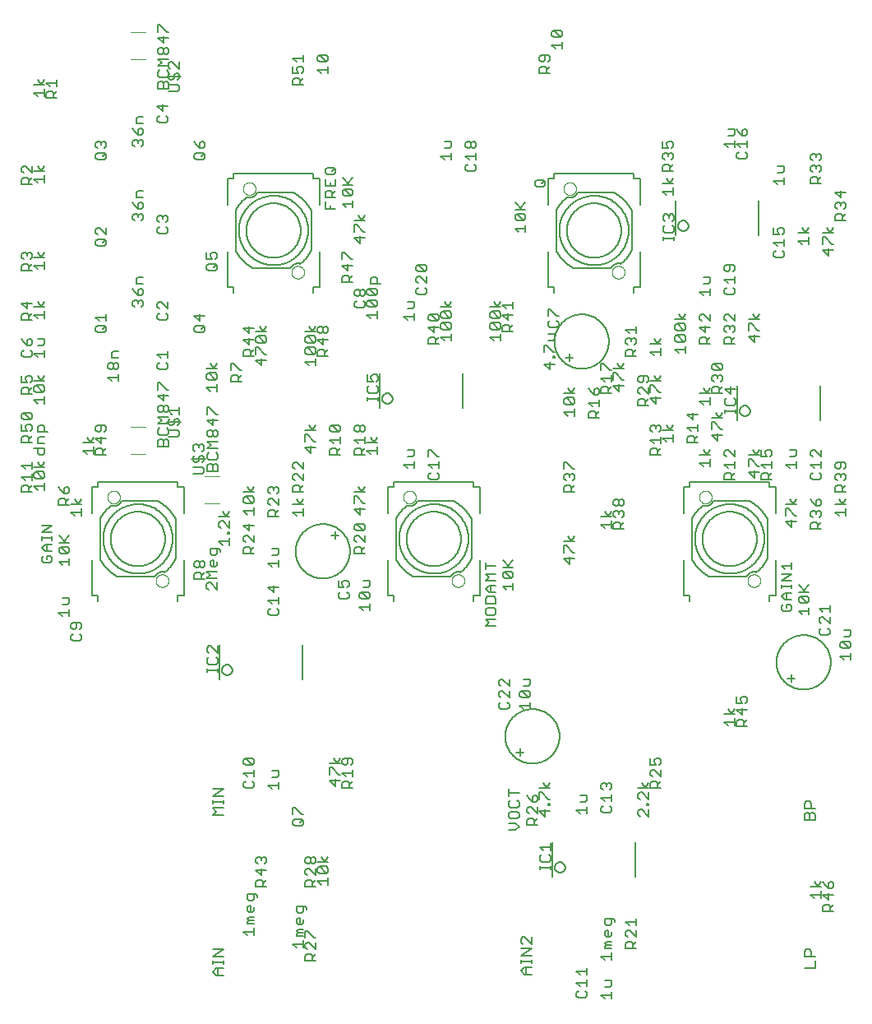
<source format=gto>
G75*
%MOIN*%
%OFA0B0*%
%FSLAX25Y25*%
%IPPOS*%
%LPD*%
%AMOC8*
5,1,8,0,0,1.08239X$1,22.5*
%
%ADD10C,0.00800*%
%ADD11C,0.00400*%
%ADD12C,0.00600*%
D10*
X0112196Y0046324D02*
X0113598Y0044923D01*
X0116400Y0044923D01*
X0114298Y0044923D02*
X0114298Y0047725D01*
X0113598Y0047725D02*
X0116400Y0047725D01*
X0116400Y0049527D02*
X0116400Y0050928D01*
X0116400Y0050227D02*
X0112196Y0050227D01*
X0112196Y0049527D02*
X0112196Y0050928D01*
X0112196Y0052596D02*
X0116400Y0055398D01*
X0112196Y0055398D01*
X0112196Y0052596D02*
X0116400Y0052596D01*
X0113598Y0047725D02*
X0112196Y0046324D01*
X0126098Y0061284D02*
X0124696Y0062685D01*
X0128900Y0062685D01*
X0128900Y0061284D02*
X0128900Y0064087D01*
X0128900Y0065888D02*
X0126098Y0065888D01*
X0126098Y0066589D01*
X0126798Y0067289D01*
X0126098Y0067990D01*
X0126798Y0068691D01*
X0128900Y0068691D01*
X0128900Y0067289D02*
X0126798Y0067289D01*
X0126798Y0070492D02*
X0126098Y0071193D01*
X0126098Y0072594D01*
X0126798Y0073295D01*
X0127499Y0073295D01*
X0127499Y0070492D01*
X0128199Y0070492D02*
X0126798Y0070492D01*
X0128199Y0070492D02*
X0128900Y0071193D01*
X0128900Y0072594D01*
X0128199Y0075096D02*
X0128900Y0075797D01*
X0128900Y0077898D01*
X0129601Y0077898D02*
X0126098Y0077898D01*
X0126098Y0075797D01*
X0126798Y0075096D01*
X0128199Y0075096D01*
X0130301Y0076497D02*
X0130301Y0077198D01*
X0129601Y0077898D01*
X0129696Y0080888D02*
X0129696Y0082990D01*
X0130397Y0083691D01*
X0131798Y0083691D01*
X0132499Y0082990D01*
X0132499Y0080888D01*
X0133900Y0080888D02*
X0129696Y0080888D01*
X0132499Y0082289D02*
X0133900Y0083691D01*
X0131798Y0085492D02*
X0131798Y0088295D01*
X0133900Y0087594D02*
X0129696Y0087594D01*
X0131798Y0085492D01*
X0130397Y0090096D02*
X0129696Y0090797D01*
X0129696Y0092198D01*
X0130397Y0092898D01*
X0131098Y0092898D01*
X0131798Y0092198D01*
X0132499Y0092898D01*
X0133199Y0092898D01*
X0133900Y0092198D01*
X0133900Y0090797D01*
X0133199Y0090096D01*
X0131798Y0091497D02*
X0131798Y0092198D01*
X0145397Y0105492D02*
X0144696Y0106193D01*
X0144696Y0107594D01*
X0145397Y0108295D01*
X0148199Y0108295D01*
X0148900Y0107594D01*
X0148900Y0106193D01*
X0148199Y0105492D01*
X0145397Y0105492D01*
X0147499Y0106893D02*
X0148900Y0108295D01*
X0148900Y0110096D02*
X0148199Y0110096D01*
X0145397Y0112898D01*
X0144696Y0112898D01*
X0144696Y0110096D01*
X0138900Y0120492D02*
X0138900Y0123295D01*
X0138900Y0121893D02*
X0134696Y0121893D01*
X0136098Y0120492D01*
X0136098Y0125096D02*
X0138199Y0125096D01*
X0138900Y0125797D01*
X0138900Y0127898D01*
X0136098Y0127898D01*
X0128900Y0128295D02*
X0128900Y0125492D01*
X0128900Y0126893D02*
X0124696Y0126893D01*
X0126098Y0125492D01*
X0125397Y0123691D02*
X0124696Y0122990D01*
X0124696Y0121589D01*
X0125397Y0120888D01*
X0128199Y0120888D01*
X0128900Y0121589D01*
X0128900Y0122990D01*
X0128199Y0123691D01*
X0128199Y0130096D02*
X0125397Y0130096D01*
X0124696Y0130797D01*
X0124696Y0132198D01*
X0125397Y0132898D01*
X0128199Y0130096D01*
X0128900Y0130797D01*
X0128900Y0132198D01*
X0128199Y0132898D01*
X0125397Y0132898D01*
X0116400Y0120398D02*
X0112196Y0120398D01*
X0112196Y0117596D02*
X0116400Y0120398D01*
X0116400Y0117596D02*
X0112196Y0117596D01*
X0112196Y0115928D02*
X0112196Y0114527D01*
X0112196Y0115227D02*
X0116400Y0115227D01*
X0116400Y0114527D02*
X0116400Y0115928D01*
X0116400Y0112725D02*
X0112196Y0112725D01*
X0113598Y0111324D01*
X0112196Y0109923D01*
X0116400Y0109923D01*
X0146098Y0072898D02*
X0146098Y0070797D01*
X0146798Y0070096D01*
X0148199Y0070096D01*
X0148900Y0070797D01*
X0148900Y0072898D01*
X0149601Y0072898D02*
X0146098Y0072898D01*
X0149601Y0072898D02*
X0150301Y0072198D01*
X0150301Y0071497D01*
X0148900Y0067594D02*
X0148900Y0066193D01*
X0148199Y0065492D01*
X0146798Y0065492D01*
X0146098Y0066193D01*
X0146098Y0067594D01*
X0146798Y0068295D01*
X0147499Y0068295D01*
X0147499Y0065492D01*
X0146798Y0063691D02*
X0148900Y0063691D01*
X0149696Y0062898D02*
X0150397Y0062898D01*
X0153199Y0060096D01*
X0153900Y0060096D01*
X0153900Y0058295D02*
X0153900Y0055492D01*
X0151098Y0058295D01*
X0150397Y0058295D01*
X0149696Y0057594D01*
X0149696Y0056193D01*
X0150397Y0055492D01*
X0148900Y0056284D02*
X0148900Y0059087D01*
X0149696Y0060096D02*
X0149696Y0062898D01*
X0148900Y0062289D02*
X0146798Y0062289D01*
X0146098Y0062990D01*
X0146798Y0063691D01*
X0146798Y0062289D02*
X0146098Y0061589D01*
X0146098Y0060888D01*
X0148900Y0060888D01*
X0148900Y0057685D02*
X0144696Y0057685D01*
X0146098Y0056284D01*
X0149696Y0052990D02*
X0150397Y0053691D01*
X0151798Y0053691D01*
X0152499Y0052990D01*
X0152499Y0050888D01*
X0153900Y0050888D02*
X0149696Y0050888D01*
X0149696Y0052990D01*
X0152499Y0052289D02*
X0153900Y0053691D01*
X0153900Y0080888D02*
X0149696Y0080888D01*
X0149696Y0082990D01*
X0150397Y0083691D01*
X0151798Y0083691D01*
X0152499Y0082990D01*
X0152499Y0080888D01*
X0152499Y0082289D02*
X0153900Y0083691D01*
X0154696Y0083057D02*
X0158900Y0083057D01*
X0158900Y0081656D02*
X0158900Y0084458D01*
X0158199Y0086259D02*
X0155397Y0089062D01*
X0158199Y0089062D01*
X0158900Y0088361D01*
X0158900Y0086960D01*
X0158199Y0086259D01*
X0155397Y0086259D01*
X0154696Y0086960D01*
X0154696Y0088361D01*
X0155397Y0089062D01*
X0153900Y0088295D02*
X0153900Y0085492D01*
X0151098Y0088295D01*
X0150397Y0088295D01*
X0149696Y0087594D01*
X0149696Y0086193D01*
X0150397Y0085492D01*
X0150397Y0090096D02*
X0151098Y0090096D01*
X0151798Y0090797D01*
X0151798Y0092198D01*
X0152499Y0092898D01*
X0153199Y0092898D01*
X0153900Y0092198D01*
X0153900Y0090797D01*
X0153199Y0090096D01*
X0152499Y0090096D01*
X0151798Y0090797D01*
X0151798Y0092198D02*
X0151098Y0092898D01*
X0150397Y0092898D01*
X0149696Y0092198D01*
X0149696Y0090797D01*
X0150397Y0090096D01*
X0154696Y0090863D02*
X0158900Y0090863D01*
X0157499Y0090863D02*
X0156098Y0092965D01*
X0157499Y0090863D02*
X0158900Y0092965D01*
X0154696Y0083057D02*
X0156098Y0081656D01*
X0164696Y0120888D02*
X0164696Y0122990D01*
X0165397Y0123691D01*
X0166798Y0123691D01*
X0167499Y0122990D01*
X0167499Y0120888D01*
X0168900Y0120888D02*
X0164696Y0120888D01*
X0163900Y0123757D02*
X0159696Y0123757D01*
X0161798Y0121656D01*
X0161798Y0124458D01*
X0163199Y0126259D02*
X0163900Y0126259D01*
X0163199Y0126259D02*
X0160397Y0129062D01*
X0159696Y0129062D01*
X0159696Y0126259D01*
X0159696Y0130863D02*
X0163900Y0130863D01*
X0164696Y0130797D02*
X0165397Y0130096D01*
X0166098Y0130096D01*
X0166798Y0130797D01*
X0166798Y0132898D01*
X0165397Y0132898D02*
X0164696Y0132198D01*
X0164696Y0130797D01*
X0162499Y0130863D02*
X0161098Y0132965D01*
X0162499Y0130863D02*
X0163900Y0132965D01*
X0165397Y0132898D02*
X0168199Y0132898D01*
X0168900Y0132198D01*
X0168900Y0130797D01*
X0168199Y0130096D01*
X0168900Y0128295D02*
X0168900Y0125492D01*
X0168900Y0126893D02*
X0164696Y0126893D01*
X0166098Y0125492D01*
X0168900Y0123691D02*
X0167499Y0122289D01*
X0114150Y0167923D02*
X0114150Y0169324D01*
X0114150Y0168623D02*
X0109946Y0168623D01*
X0109946Y0167923D02*
X0109946Y0169324D01*
X0110647Y0170992D02*
X0113449Y0170992D01*
X0114150Y0171693D01*
X0114150Y0173094D01*
X0113449Y0173795D01*
X0114150Y0175596D02*
X0111348Y0178398D01*
X0110647Y0178398D01*
X0109946Y0177698D01*
X0109946Y0176297D01*
X0110647Y0175596D01*
X0110647Y0173795D02*
X0109946Y0173094D01*
X0109946Y0171693D01*
X0110647Y0170992D01*
X0114150Y0175596D02*
X0114150Y0178398D01*
X0097942Y0196603D02*
X0097942Y0198769D01*
X0100501Y0198769D01*
X0100501Y0213335D01*
X0097154Y0213729D02*
X0097154Y0229871D01*
X0100501Y0232233D02*
X0100501Y0242863D01*
X0097942Y0242863D01*
X0097942Y0245028D01*
X0065658Y0245028D01*
X0065658Y0242863D01*
X0063099Y0242863D01*
X0063099Y0232233D01*
X0066446Y0229871D02*
X0066446Y0213729D01*
X0063099Y0213335D02*
X0063099Y0198769D01*
X0065658Y0198769D01*
X0065658Y0196603D01*
X0058199Y0187898D02*
X0055397Y0187898D01*
X0054696Y0187198D01*
X0054696Y0185797D01*
X0055397Y0185096D01*
X0056098Y0185096D01*
X0056798Y0185797D01*
X0056798Y0187898D01*
X0058199Y0187898D02*
X0058900Y0187198D01*
X0058900Y0185797D01*
X0058199Y0185096D01*
X0058199Y0183295D02*
X0058900Y0182594D01*
X0058900Y0181193D01*
X0058199Y0180492D01*
X0055397Y0180492D01*
X0054696Y0181193D01*
X0054696Y0182594D01*
X0055397Y0183295D01*
X0053900Y0190492D02*
X0053900Y0193295D01*
X0053900Y0191893D02*
X0049696Y0191893D01*
X0051098Y0190492D01*
X0051098Y0195096D02*
X0053199Y0195096D01*
X0053900Y0195797D01*
X0053900Y0197898D01*
X0051098Y0197898D01*
X0051196Y0211105D02*
X0049795Y0212506D01*
X0053998Y0212506D01*
X0053998Y0211105D02*
X0053998Y0213907D01*
X0053298Y0215709D02*
X0053998Y0216409D01*
X0053998Y0217810D01*
X0053298Y0218511D01*
X0050495Y0218511D01*
X0053298Y0215709D01*
X0050495Y0215709D01*
X0049795Y0216409D01*
X0049795Y0217810D01*
X0050495Y0218511D01*
X0049795Y0220313D02*
X0053998Y0220313D01*
X0052597Y0220313D02*
X0049795Y0223115D01*
X0046991Y0222739D02*
X0046991Y0221338D01*
X0046991Y0222038D02*
X0042787Y0222038D01*
X0042787Y0221338D02*
X0042787Y0222739D01*
X0042787Y0224407D02*
X0046991Y0227209D01*
X0042787Y0227209D01*
X0042787Y0224407D02*
X0046991Y0224407D01*
X0046991Y0219536D02*
X0044188Y0219536D01*
X0042787Y0218135D01*
X0044188Y0216734D01*
X0046991Y0216734D01*
X0046290Y0214932D02*
X0044889Y0214932D01*
X0044889Y0213531D01*
X0043488Y0212130D02*
X0046290Y0212130D01*
X0046991Y0212831D01*
X0046991Y0214232D01*
X0046290Y0214932D01*
X0044889Y0216734D02*
X0044889Y0219536D01*
X0043488Y0214932D02*
X0042787Y0214232D01*
X0042787Y0212831D01*
X0043488Y0212130D01*
X0051897Y0221013D02*
X0053998Y0223115D01*
X0056098Y0231259D02*
X0054696Y0232661D01*
X0058900Y0232661D01*
X0058900Y0234062D02*
X0058900Y0231259D01*
X0058900Y0235863D02*
X0054696Y0235863D01*
X0053900Y0235492D02*
X0049696Y0235492D01*
X0049696Y0237594D01*
X0050397Y0238295D01*
X0051798Y0238295D01*
X0052499Y0237594D01*
X0052499Y0235492D01*
X0052499Y0236893D02*
X0053900Y0238295D01*
X0053199Y0240096D02*
X0053900Y0240797D01*
X0053900Y0242198D01*
X0053199Y0242898D01*
X0052499Y0242898D01*
X0051798Y0242198D01*
X0051798Y0240096D01*
X0053199Y0240096D01*
X0051798Y0240096D02*
X0050397Y0241497D01*
X0049696Y0242898D01*
X0043900Y0243057D02*
X0039696Y0243057D01*
X0041098Y0241656D01*
X0038900Y0240888D02*
X0034696Y0240888D01*
X0034696Y0242990D01*
X0035397Y0243691D01*
X0036798Y0243691D01*
X0037499Y0242990D01*
X0037499Y0240888D01*
X0037499Y0242289D02*
X0038900Y0243691D01*
X0038900Y0245492D02*
X0038900Y0248295D01*
X0039696Y0248361D02*
X0040397Y0249062D01*
X0043199Y0246259D01*
X0043900Y0246960D01*
X0043900Y0248361D01*
X0043199Y0249062D01*
X0040397Y0249062D01*
X0039696Y0248361D02*
X0039696Y0246960D01*
X0040397Y0246259D01*
X0043199Y0246259D01*
X0043900Y0244458D02*
X0043900Y0241656D01*
X0038900Y0246893D02*
X0034696Y0246893D01*
X0036098Y0245492D01*
X0036098Y0250096D02*
X0034696Y0251497D01*
X0038900Y0251497D01*
X0039696Y0250863D02*
X0043900Y0250863D01*
X0042499Y0250863D02*
X0041098Y0252965D01*
X0038900Y0252898D02*
X0038900Y0250096D01*
X0042499Y0250863D02*
X0043900Y0252965D01*
X0043199Y0255888D02*
X0041798Y0255888D01*
X0041098Y0256589D01*
X0041098Y0258691D01*
X0039696Y0258691D02*
X0043900Y0258691D01*
X0043900Y0256589D01*
X0043199Y0255888D01*
X0043900Y0260492D02*
X0041098Y0260492D01*
X0041098Y0262594D01*
X0041798Y0263295D01*
X0043900Y0263295D01*
X0043900Y0265096D02*
X0043900Y0267198D01*
X0043199Y0267898D01*
X0041798Y0267898D01*
X0041098Y0267198D01*
X0041098Y0265096D01*
X0045301Y0265096D01*
X0038900Y0266193D02*
X0038199Y0265492D01*
X0038900Y0266193D02*
X0038900Y0267594D01*
X0038199Y0268295D01*
X0036798Y0268295D01*
X0036098Y0267594D01*
X0036098Y0266893D01*
X0036798Y0265492D01*
X0034696Y0265492D01*
X0034696Y0268295D01*
X0035397Y0270096D02*
X0034696Y0270797D01*
X0034696Y0272198D01*
X0035397Y0272898D01*
X0038199Y0270096D01*
X0038900Y0270797D01*
X0038900Y0272198D01*
X0038199Y0272898D01*
X0035397Y0272898D01*
X0035397Y0270096D02*
X0038199Y0270096D01*
X0038900Y0263691D02*
X0037499Y0262289D01*
X0037499Y0262990D02*
X0037499Y0260888D01*
X0038900Y0260888D02*
X0034696Y0260888D01*
X0034696Y0262990D01*
X0035397Y0263691D01*
X0036798Y0263691D01*
X0037499Y0262990D01*
X0041098Y0276656D02*
X0039696Y0278057D01*
X0043900Y0278057D01*
X0043900Y0276656D02*
X0043900Y0279458D01*
X0043199Y0281259D02*
X0040397Y0284062D01*
X0043199Y0284062D01*
X0043900Y0283361D01*
X0043900Y0281960D01*
X0043199Y0281259D01*
X0040397Y0281259D01*
X0039696Y0281960D01*
X0039696Y0283361D01*
X0040397Y0284062D01*
X0038900Y0283295D02*
X0037499Y0281893D01*
X0037499Y0282594D02*
X0037499Y0280492D01*
X0038900Y0280492D02*
X0034696Y0280492D01*
X0034696Y0282594D01*
X0035397Y0283295D01*
X0036798Y0283295D01*
X0037499Y0282594D01*
X0038199Y0285096D02*
X0038900Y0285797D01*
X0038900Y0287198D01*
X0038199Y0287898D01*
X0036798Y0287898D01*
X0036098Y0287198D01*
X0036098Y0286497D01*
X0036798Y0285096D01*
X0034696Y0285096D01*
X0034696Y0287898D01*
X0039696Y0285863D02*
X0043900Y0285863D01*
X0042499Y0285863D02*
X0041098Y0287965D01*
X0042499Y0285863D02*
X0043900Y0287965D01*
X0043900Y0295492D02*
X0043900Y0298295D01*
X0043900Y0296893D02*
X0039696Y0296893D01*
X0041098Y0295492D01*
X0038900Y0296193D02*
X0038900Y0297594D01*
X0038199Y0298295D01*
X0038199Y0300096D02*
X0038900Y0300797D01*
X0038900Y0302198D01*
X0038199Y0302898D01*
X0037499Y0302898D01*
X0036798Y0302198D01*
X0036798Y0300096D01*
X0038199Y0300096D01*
X0036798Y0300096D02*
X0035397Y0301497D01*
X0034696Y0302898D01*
X0035397Y0298295D02*
X0034696Y0297594D01*
X0034696Y0296193D01*
X0035397Y0295492D01*
X0038199Y0295492D01*
X0038900Y0296193D01*
X0041098Y0300096D02*
X0043199Y0300096D01*
X0043900Y0300797D01*
X0043900Y0302898D01*
X0041098Y0302898D01*
X0038900Y0310492D02*
X0034696Y0310492D01*
X0034696Y0312594D01*
X0035397Y0313295D01*
X0036798Y0313295D01*
X0037499Y0312594D01*
X0037499Y0310492D01*
X0037499Y0311893D02*
X0038900Y0313295D01*
X0039696Y0312661D02*
X0043900Y0312661D01*
X0043900Y0314062D02*
X0043900Y0311259D01*
X0041098Y0311259D02*
X0039696Y0312661D01*
X0039696Y0315863D02*
X0043900Y0315863D01*
X0042499Y0315863D02*
X0041098Y0317965D01*
X0038900Y0317198D02*
X0034696Y0317198D01*
X0036798Y0315096D01*
X0036798Y0317898D01*
X0042499Y0315863D02*
X0043900Y0317965D01*
X0038900Y0330492D02*
X0034696Y0330492D01*
X0034696Y0332594D01*
X0035397Y0333295D01*
X0036798Y0333295D01*
X0037499Y0332594D01*
X0037499Y0330492D01*
X0037499Y0331893D02*
X0038900Y0333295D01*
X0039696Y0332661D02*
X0043900Y0332661D01*
X0043900Y0334062D02*
X0043900Y0331259D01*
X0041098Y0331259D02*
X0039696Y0332661D01*
X0038199Y0335096D02*
X0038900Y0335797D01*
X0038900Y0337198D01*
X0038199Y0337898D01*
X0037499Y0337898D01*
X0036798Y0337198D01*
X0036798Y0336497D01*
X0036798Y0337198D02*
X0036098Y0337898D01*
X0035397Y0337898D01*
X0034696Y0337198D01*
X0034696Y0335797D01*
X0035397Y0335096D01*
X0039696Y0335863D02*
X0043900Y0335863D01*
X0042499Y0335863D02*
X0041098Y0337965D01*
X0042499Y0335863D02*
X0043900Y0337965D01*
X0064696Y0341193D02*
X0064696Y0342594D01*
X0065397Y0343295D01*
X0068199Y0343295D01*
X0068900Y0342594D01*
X0068900Y0341193D01*
X0068199Y0340492D01*
X0065397Y0340492D01*
X0064696Y0341193D01*
X0067499Y0341893D02*
X0068900Y0343295D01*
X0068900Y0345096D02*
X0066098Y0347898D01*
X0065397Y0347898D01*
X0064696Y0347198D01*
X0064696Y0345797D01*
X0065397Y0345096D01*
X0068900Y0345096D02*
X0068900Y0347898D01*
X0079696Y0351589D02*
X0079696Y0352990D01*
X0080397Y0353691D01*
X0081098Y0353691D01*
X0081798Y0352990D01*
X0082499Y0353691D01*
X0083199Y0353691D01*
X0083900Y0352990D01*
X0083900Y0351589D01*
X0083199Y0350888D01*
X0081798Y0352289D02*
X0081798Y0352990D01*
X0081798Y0355492D02*
X0080397Y0356893D01*
X0079696Y0358295D01*
X0081798Y0357594D02*
X0081798Y0355492D01*
X0083199Y0355492D01*
X0083900Y0356193D01*
X0083900Y0357594D01*
X0083199Y0358295D01*
X0082499Y0358295D01*
X0081798Y0357594D01*
X0081098Y0360096D02*
X0081098Y0362198D01*
X0081798Y0362898D01*
X0083900Y0362898D01*
X0083900Y0360096D02*
X0081098Y0360096D01*
X0079696Y0351589D02*
X0080397Y0350888D01*
X0089696Y0350797D02*
X0089696Y0352198D01*
X0090397Y0352898D01*
X0091098Y0352898D01*
X0091798Y0352198D01*
X0092499Y0352898D01*
X0093199Y0352898D01*
X0093900Y0352198D01*
X0093900Y0350797D01*
X0093199Y0350096D01*
X0093199Y0348295D02*
X0093900Y0347594D01*
X0093900Y0346193D01*
X0093199Y0345492D01*
X0090397Y0345492D01*
X0089696Y0346193D01*
X0089696Y0347594D01*
X0090397Y0348295D01*
X0090397Y0350096D02*
X0089696Y0350797D01*
X0091798Y0351497D02*
X0091798Y0352198D01*
X0109696Y0337898D02*
X0109696Y0335096D01*
X0111798Y0335096D01*
X0111098Y0336497D01*
X0111098Y0337198D01*
X0111798Y0337898D01*
X0113199Y0337898D01*
X0113900Y0337198D01*
X0113900Y0335797D01*
X0113199Y0335096D01*
X0113199Y0333295D02*
X0113900Y0332594D01*
X0113900Y0331193D01*
X0113199Y0330492D01*
X0110397Y0330492D01*
X0109696Y0331193D01*
X0109696Y0332594D01*
X0110397Y0333295D01*
X0113199Y0333295D01*
X0113900Y0333295D02*
X0112499Y0331893D01*
X0118099Y0338335D02*
X0118099Y0323769D01*
X0120658Y0323769D01*
X0120658Y0321603D01*
X0128729Y0331446D02*
X0143493Y0331446D01*
X0143546Y0331550D01*
X0143601Y0331654D01*
X0143661Y0331755D01*
X0143724Y0331854D01*
X0143789Y0331951D01*
X0143859Y0332046D01*
X0143931Y0332138D01*
X0144006Y0332228D01*
X0144084Y0332316D01*
X0144166Y0332400D01*
X0144250Y0332482D01*
X0144336Y0332562D01*
X0144425Y0332638D01*
X0144517Y0332711D01*
X0144611Y0332781D01*
X0144707Y0332848D01*
X0144806Y0332912D01*
X0144906Y0332973D01*
X0145009Y0333030D01*
X0145113Y0333083D01*
X0145219Y0333133D01*
X0145327Y0333180D01*
X0145436Y0333223D01*
X0145547Y0333262D01*
X0145659Y0333298D01*
X0145771Y0333330D01*
X0145885Y0333358D01*
X0146000Y0333382D01*
X0146116Y0333403D01*
X0146232Y0333419D01*
X0146348Y0333432D01*
X0146465Y0333441D01*
X0146583Y0333446D01*
X0146700Y0333447D01*
X0146817Y0333444D01*
X0146935Y0333437D01*
X0147051Y0333427D01*
X0147168Y0333412D01*
X0147284Y0333394D01*
X0147399Y0333371D01*
X0147513Y0333345D01*
X0147627Y0333316D01*
X0152154Y0338729D02*
X0152154Y0354871D01*
X0155501Y0357233D02*
X0155501Y0367863D01*
X0152942Y0367863D01*
X0152942Y0370028D01*
X0120658Y0370028D01*
X0120658Y0367863D01*
X0118099Y0367863D01*
X0118099Y0357233D01*
X0121446Y0354871D02*
X0121446Y0338729D01*
X0121446Y0354871D02*
X0121620Y0355203D01*
X0121802Y0355530D01*
X0121992Y0355853D01*
X0122189Y0356171D01*
X0122394Y0356485D01*
X0122606Y0356793D01*
X0122826Y0357097D01*
X0123052Y0357395D01*
X0123285Y0357688D01*
X0123526Y0357976D01*
X0123773Y0358257D01*
X0124026Y0358533D01*
X0124286Y0358802D01*
X0124553Y0359066D01*
X0124825Y0359323D01*
X0125104Y0359573D01*
X0125388Y0359817D01*
X0125678Y0360054D01*
X0125973Y0360284D01*
X0126087Y0360255D01*
X0126201Y0360229D01*
X0126316Y0360206D01*
X0126432Y0360188D01*
X0126549Y0360173D01*
X0126665Y0360163D01*
X0126783Y0360156D01*
X0126900Y0360153D01*
X0127017Y0360154D01*
X0127135Y0360159D01*
X0127252Y0360168D01*
X0127368Y0360181D01*
X0127484Y0360197D01*
X0127600Y0360218D01*
X0127715Y0360242D01*
X0127829Y0360270D01*
X0127941Y0360302D01*
X0128053Y0360338D01*
X0128164Y0360377D01*
X0128273Y0360420D01*
X0128381Y0360467D01*
X0128487Y0360517D01*
X0128591Y0360570D01*
X0128694Y0360627D01*
X0128794Y0360688D01*
X0128893Y0360752D01*
X0128989Y0360819D01*
X0129083Y0360889D01*
X0129175Y0360962D01*
X0129264Y0361038D01*
X0129350Y0361118D01*
X0129434Y0361200D01*
X0129516Y0361284D01*
X0129594Y0361372D01*
X0129669Y0361462D01*
X0129741Y0361554D01*
X0129811Y0361649D01*
X0129876Y0361746D01*
X0129939Y0361845D01*
X0129999Y0361946D01*
X0130054Y0362050D01*
X0130107Y0362154D01*
X0144871Y0362154D01*
X0125776Y0346800D02*
X0125779Y0347071D01*
X0125789Y0347341D01*
X0125806Y0347611D01*
X0125829Y0347881D01*
X0125859Y0348149D01*
X0125895Y0348418D01*
X0125938Y0348685D01*
X0125988Y0348951D01*
X0126044Y0349215D01*
X0126106Y0349479D01*
X0126175Y0349740D01*
X0126251Y0350000D01*
X0126332Y0350258D01*
X0126420Y0350514D01*
X0126515Y0350767D01*
X0126615Y0351019D01*
X0126722Y0351267D01*
X0126834Y0351513D01*
X0126953Y0351757D01*
X0127078Y0351997D01*
X0127208Y0352234D01*
X0127344Y0352467D01*
X0127486Y0352698D01*
X0127634Y0352925D01*
X0127787Y0353148D01*
X0127945Y0353367D01*
X0128109Y0353582D01*
X0128278Y0353794D01*
X0128453Y0354001D01*
X0128632Y0354203D01*
X0128816Y0354401D01*
X0129005Y0354595D01*
X0129199Y0354784D01*
X0129397Y0354968D01*
X0129599Y0355147D01*
X0129806Y0355322D01*
X0130018Y0355491D01*
X0130233Y0355655D01*
X0130452Y0355813D01*
X0130675Y0355966D01*
X0130902Y0356114D01*
X0131133Y0356256D01*
X0131366Y0356392D01*
X0131603Y0356522D01*
X0131843Y0356647D01*
X0132087Y0356766D01*
X0132333Y0356878D01*
X0132581Y0356985D01*
X0132833Y0357085D01*
X0133086Y0357180D01*
X0133342Y0357268D01*
X0133600Y0357349D01*
X0133860Y0357425D01*
X0134121Y0357494D01*
X0134385Y0357556D01*
X0134649Y0357612D01*
X0134915Y0357662D01*
X0135182Y0357705D01*
X0135451Y0357741D01*
X0135719Y0357771D01*
X0135989Y0357794D01*
X0136259Y0357811D01*
X0136529Y0357821D01*
X0136800Y0357824D01*
X0137071Y0357821D01*
X0137341Y0357811D01*
X0137611Y0357794D01*
X0137881Y0357771D01*
X0138149Y0357741D01*
X0138418Y0357705D01*
X0138685Y0357662D01*
X0138951Y0357612D01*
X0139215Y0357556D01*
X0139479Y0357494D01*
X0139740Y0357425D01*
X0140000Y0357349D01*
X0140258Y0357268D01*
X0140514Y0357180D01*
X0140767Y0357085D01*
X0141019Y0356985D01*
X0141267Y0356878D01*
X0141513Y0356766D01*
X0141757Y0356647D01*
X0141997Y0356522D01*
X0142234Y0356392D01*
X0142467Y0356256D01*
X0142698Y0356114D01*
X0142925Y0355966D01*
X0143148Y0355813D01*
X0143367Y0355655D01*
X0143582Y0355491D01*
X0143794Y0355322D01*
X0144001Y0355147D01*
X0144203Y0354968D01*
X0144401Y0354784D01*
X0144595Y0354595D01*
X0144784Y0354401D01*
X0144968Y0354203D01*
X0145147Y0354001D01*
X0145322Y0353794D01*
X0145491Y0353582D01*
X0145655Y0353367D01*
X0145813Y0353148D01*
X0145966Y0352925D01*
X0146114Y0352698D01*
X0146256Y0352467D01*
X0146392Y0352234D01*
X0146522Y0351997D01*
X0146647Y0351757D01*
X0146766Y0351513D01*
X0146878Y0351267D01*
X0146985Y0351019D01*
X0147085Y0350767D01*
X0147180Y0350514D01*
X0147268Y0350258D01*
X0147349Y0350000D01*
X0147425Y0349740D01*
X0147494Y0349479D01*
X0147556Y0349215D01*
X0147612Y0348951D01*
X0147662Y0348685D01*
X0147705Y0348418D01*
X0147741Y0348149D01*
X0147771Y0347881D01*
X0147794Y0347611D01*
X0147811Y0347341D01*
X0147821Y0347071D01*
X0147824Y0346800D01*
X0147821Y0346529D01*
X0147811Y0346259D01*
X0147794Y0345989D01*
X0147771Y0345719D01*
X0147741Y0345451D01*
X0147705Y0345182D01*
X0147662Y0344915D01*
X0147612Y0344649D01*
X0147556Y0344385D01*
X0147494Y0344121D01*
X0147425Y0343860D01*
X0147349Y0343600D01*
X0147268Y0343342D01*
X0147180Y0343086D01*
X0147085Y0342833D01*
X0146985Y0342581D01*
X0146878Y0342333D01*
X0146766Y0342087D01*
X0146647Y0341843D01*
X0146522Y0341603D01*
X0146392Y0341366D01*
X0146256Y0341133D01*
X0146114Y0340902D01*
X0145966Y0340675D01*
X0145813Y0340452D01*
X0145655Y0340233D01*
X0145491Y0340018D01*
X0145322Y0339806D01*
X0145147Y0339599D01*
X0144968Y0339397D01*
X0144784Y0339199D01*
X0144595Y0339005D01*
X0144401Y0338816D01*
X0144203Y0338632D01*
X0144001Y0338453D01*
X0143794Y0338278D01*
X0143582Y0338109D01*
X0143367Y0337945D01*
X0143148Y0337787D01*
X0142925Y0337634D01*
X0142698Y0337486D01*
X0142467Y0337344D01*
X0142234Y0337208D01*
X0141997Y0337078D01*
X0141757Y0336953D01*
X0141513Y0336834D01*
X0141267Y0336722D01*
X0141019Y0336615D01*
X0140767Y0336515D01*
X0140514Y0336420D01*
X0140258Y0336332D01*
X0140000Y0336251D01*
X0139740Y0336175D01*
X0139479Y0336106D01*
X0139215Y0336044D01*
X0138951Y0335988D01*
X0138685Y0335938D01*
X0138418Y0335895D01*
X0138149Y0335859D01*
X0137881Y0335829D01*
X0137611Y0335806D01*
X0137341Y0335789D01*
X0137071Y0335779D01*
X0136800Y0335776D01*
X0136529Y0335779D01*
X0136259Y0335789D01*
X0135989Y0335806D01*
X0135719Y0335829D01*
X0135451Y0335859D01*
X0135182Y0335895D01*
X0134915Y0335938D01*
X0134649Y0335988D01*
X0134385Y0336044D01*
X0134121Y0336106D01*
X0133860Y0336175D01*
X0133600Y0336251D01*
X0133342Y0336332D01*
X0133086Y0336420D01*
X0132833Y0336515D01*
X0132581Y0336615D01*
X0132333Y0336722D01*
X0132087Y0336834D01*
X0131843Y0336953D01*
X0131603Y0337078D01*
X0131366Y0337208D01*
X0131133Y0337344D01*
X0130902Y0337486D01*
X0130675Y0337634D01*
X0130452Y0337787D01*
X0130233Y0337945D01*
X0130018Y0338109D01*
X0129806Y0338278D01*
X0129599Y0338453D01*
X0129397Y0338632D01*
X0129199Y0338816D01*
X0129005Y0339005D01*
X0128816Y0339199D01*
X0128632Y0339397D01*
X0128453Y0339599D01*
X0128278Y0339806D01*
X0128109Y0340018D01*
X0127945Y0340233D01*
X0127787Y0340452D01*
X0127634Y0340675D01*
X0127486Y0340902D01*
X0127344Y0341133D01*
X0127208Y0341366D01*
X0127078Y0341603D01*
X0126953Y0341843D01*
X0126834Y0342087D01*
X0126722Y0342333D01*
X0126615Y0342581D01*
X0126515Y0342833D01*
X0126420Y0343086D01*
X0126332Y0343342D01*
X0126251Y0343600D01*
X0126175Y0343860D01*
X0126106Y0344121D01*
X0126044Y0344385D01*
X0125988Y0344649D01*
X0125938Y0344915D01*
X0125895Y0345182D01*
X0125859Y0345451D01*
X0125829Y0345719D01*
X0125806Y0345989D01*
X0125789Y0346259D01*
X0125779Y0346529D01*
X0125776Y0346800D01*
X0144871Y0362154D02*
X0145239Y0361955D01*
X0145602Y0361747D01*
X0145959Y0361531D01*
X0146312Y0361305D01*
X0146659Y0361072D01*
X0147000Y0360830D01*
X0147336Y0360580D01*
X0147665Y0360322D01*
X0147988Y0360056D01*
X0148304Y0359782D01*
X0148614Y0359501D01*
X0148917Y0359212D01*
X0149212Y0358917D01*
X0149501Y0358614D01*
X0149782Y0358304D01*
X0150056Y0357988D01*
X0150322Y0357665D01*
X0150580Y0357336D01*
X0150830Y0357000D01*
X0151072Y0356659D01*
X0151305Y0356312D01*
X0151531Y0355959D01*
X0151747Y0355602D01*
X0151955Y0355239D01*
X0152154Y0354871D01*
X0157787Y0355595D02*
X0157787Y0358398D01*
X0157787Y0360199D02*
X0157787Y0362301D01*
X0158488Y0363002D01*
X0159889Y0363002D01*
X0160589Y0362301D01*
X0160589Y0360199D01*
X0160589Y0361600D02*
X0161991Y0363002D01*
X0161991Y0364803D02*
X0161991Y0367606D01*
X0161290Y0369407D02*
X0161991Y0370108D01*
X0161991Y0371509D01*
X0161290Y0372209D01*
X0158488Y0372209D01*
X0157787Y0371509D01*
X0157787Y0370108D01*
X0158488Y0369407D01*
X0161290Y0369407D01*
X0160589Y0370808D02*
X0161991Y0372209D01*
X0164795Y0368115D02*
X0167597Y0365313D01*
X0166897Y0366013D02*
X0168998Y0368115D01*
X0168998Y0365313D02*
X0164795Y0365313D01*
X0165495Y0363511D02*
X0164795Y0362810D01*
X0164795Y0361409D01*
X0165495Y0360709D01*
X0168298Y0360709D01*
X0165495Y0363511D01*
X0168298Y0363511D01*
X0168998Y0362810D01*
X0168998Y0361409D01*
X0168298Y0360709D01*
X0168998Y0358907D02*
X0168998Y0356105D01*
X0168998Y0357506D02*
X0164795Y0357506D01*
X0166196Y0356105D01*
X0161991Y0355595D02*
X0157787Y0355595D01*
X0159889Y0355595D02*
X0159889Y0356996D01*
X0161991Y0360199D02*
X0157787Y0360199D01*
X0157787Y0364803D02*
X0161991Y0364803D01*
X0159889Y0364803D02*
X0159889Y0366204D01*
X0157787Y0367606D02*
X0157787Y0364803D01*
X0171098Y0352965D02*
X0172499Y0350863D01*
X0173900Y0352965D01*
X0173900Y0350863D02*
X0169696Y0350863D01*
X0169696Y0349062D02*
X0170397Y0349062D01*
X0173199Y0346259D01*
X0173900Y0346259D01*
X0173900Y0343757D02*
X0169696Y0343757D01*
X0171798Y0341656D01*
X0171798Y0344458D01*
X0169696Y0346259D02*
X0169696Y0349062D01*
X0165397Y0337898D02*
X0164696Y0337898D01*
X0164696Y0335096D01*
X0164696Y0332594D02*
X0166798Y0330492D01*
X0166798Y0333295D01*
X0168900Y0332594D02*
X0164696Y0332594D01*
X0165397Y0328691D02*
X0164696Y0327990D01*
X0164696Y0325888D01*
X0168900Y0325888D01*
X0167499Y0325888D02*
X0167499Y0327990D01*
X0166798Y0328691D01*
X0165397Y0328691D01*
X0167499Y0327289D02*
X0168900Y0328691D01*
X0170397Y0322898D02*
X0171098Y0322898D01*
X0171798Y0322198D01*
X0171798Y0320797D01*
X0171098Y0320096D01*
X0170397Y0320096D01*
X0169696Y0320797D01*
X0169696Y0322198D01*
X0170397Y0322898D01*
X0171798Y0322198D02*
X0172499Y0322898D01*
X0173199Y0322898D01*
X0173900Y0322198D01*
X0173900Y0320797D01*
X0173199Y0320096D01*
X0172499Y0320096D01*
X0171798Y0320797D01*
X0170397Y0318295D02*
X0169696Y0317594D01*
X0169696Y0316193D01*
X0170397Y0315492D01*
X0173199Y0315492D01*
X0173900Y0316193D01*
X0173900Y0317594D01*
X0173199Y0318295D01*
X0174696Y0317990D02*
X0175397Y0318691D01*
X0178199Y0315888D01*
X0178900Y0316589D01*
X0178900Y0317990D01*
X0178199Y0318691D01*
X0175397Y0318691D01*
X0174696Y0317990D02*
X0174696Y0316589D01*
X0175397Y0315888D01*
X0178199Y0315888D01*
X0178900Y0314087D02*
X0178900Y0311284D01*
X0178900Y0312685D02*
X0174696Y0312685D01*
X0176098Y0311284D01*
X0175397Y0320492D02*
X0174696Y0321193D01*
X0174696Y0322594D01*
X0175397Y0323295D01*
X0178199Y0320492D01*
X0178900Y0321193D01*
X0178900Y0322594D01*
X0178199Y0323295D01*
X0175397Y0323295D01*
X0176098Y0325096D02*
X0176098Y0327198D01*
X0176798Y0327898D01*
X0178199Y0327898D01*
X0178900Y0327198D01*
X0178900Y0325096D01*
X0180301Y0325096D02*
X0176098Y0325096D01*
X0175397Y0320492D02*
X0178199Y0320492D01*
X0191098Y0317898D02*
X0193900Y0317898D01*
X0193900Y0315797D01*
X0193199Y0315096D01*
X0191098Y0315096D01*
X0193900Y0313295D02*
X0193900Y0310492D01*
X0193900Y0311893D02*
X0189696Y0311893D01*
X0191098Y0310492D01*
X0195397Y0320888D02*
X0198199Y0320888D01*
X0198900Y0321589D01*
X0198900Y0322990D01*
X0198199Y0323691D01*
X0198900Y0325492D02*
X0196098Y0328295D01*
X0195397Y0328295D01*
X0194696Y0327594D01*
X0194696Y0326193D01*
X0195397Y0325492D01*
X0195397Y0323691D02*
X0194696Y0322990D01*
X0194696Y0321589D01*
X0195397Y0320888D01*
X0198900Y0325492D02*
X0198900Y0328295D01*
X0198199Y0330096D02*
X0195397Y0332898D01*
X0198199Y0332898D01*
X0198900Y0332198D01*
X0198900Y0330797D01*
X0198199Y0330096D01*
X0195397Y0330096D01*
X0194696Y0330797D01*
X0194696Y0332198D01*
X0195397Y0332898D01*
X0206098Y0317965D02*
X0207499Y0315863D01*
X0208900Y0317965D01*
X0208900Y0315863D02*
X0204696Y0315863D01*
X0205397Y0314062D02*
X0208199Y0311259D01*
X0208900Y0311960D01*
X0208900Y0313361D01*
X0208199Y0314062D01*
X0205397Y0314062D01*
X0204696Y0313361D01*
X0204696Y0311960D01*
X0205397Y0311259D01*
X0208199Y0311259D01*
X0208199Y0309458D02*
X0208900Y0308757D01*
X0208900Y0307356D01*
X0208199Y0306656D01*
X0205397Y0309458D01*
X0208199Y0309458D01*
X0205397Y0309458D02*
X0204696Y0308757D01*
X0204696Y0307356D01*
X0205397Y0306656D01*
X0208199Y0306656D01*
X0208900Y0304854D02*
X0208900Y0302052D01*
X0208900Y0303453D02*
X0204696Y0303453D01*
X0206098Y0302052D01*
X0203900Y0300888D02*
X0199696Y0300888D01*
X0199696Y0302990D01*
X0200397Y0303691D01*
X0201798Y0303691D01*
X0202499Y0302990D01*
X0202499Y0300888D01*
X0202499Y0302289D02*
X0203900Y0303691D01*
X0201798Y0305492D02*
X0201798Y0308295D01*
X0199696Y0307594D02*
X0201798Y0305492D01*
X0203900Y0307594D02*
X0199696Y0307594D01*
X0200397Y0310096D02*
X0199696Y0310797D01*
X0199696Y0312198D01*
X0200397Y0312898D01*
X0203199Y0310096D01*
X0203900Y0310797D01*
X0203900Y0312198D01*
X0203199Y0312898D01*
X0200397Y0312898D01*
X0200397Y0310096D02*
X0203199Y0310096D01*
X0224696Y0308757D02*
X0224696Y0307356D01*
X0225397Y0306656D01*
X0228199Y0306656D01*
X0225397Y0309458D01*
X0228199Y0309458D01*
X0228900Y0308757D01*
X0228900Y0307356D01*
X0228199Y0306656D01*
X0229696Y0305888D02*
X0229696Y0307990D01*
X0230397Y0308691D01*
X0231798Y0308691D01*
X0232499Y0307990D01*
X0232499Y0305888D01*
X0233900Y0305888D02*
X0229696Y0305888D01*
X0228900Y0304854D02*
X0228900Y0302052D01*
X0228900Y0303453D02*
X0224696Y0303453D01*
X0226098Y0302052D01*
X0224696Y0308757D02*
X0225397Y0309458D01*
X0225397Y0311259D02*
X0224696Y0311960D01*
X0224696Y0313361D01*
X0225397Y0314062D01*
X0228199Y0311259D01*
X0228900Y0311960D01*
X0228900Y0313361D01*
X0228199Y0314062D01*
X0225397Y0314062D01*
X0224696Y0315863D02*
X0228900Y0315863D01*
X0229696Y0316497D02*
X0233900Y0316497D01*
X0233900Y0315096D02*
X0233900Y0317898D01*
X0231098Y0315096D02*
X0229696Y0316497D01*
X0228900Y0317965D02*
X0227499Y0315863D01*
X0226098Y0317965D01*
X0229696Y0312594D02*
X0231798Y0310492D01*
X0231798Y0313295D01*
X0233900Y0312594D02*
X0229696Y0312594D01*
X0228199Y0311259D02*
X0225397Y0311259D01*
X0232499Y0307289D02*
X0233900Y0308691D01*
X0248196Y0308193D02*
X0248897Y0307492D01*
X0251699Y0307492D01*
X0252400Y0308193D01*
X0252400Y0309594D01*
X0251699Y0310295D01*
X0251699Y0312096D02*
X0252400Y0312096D01*
X0251699Y0312096D02*
X0248897Y0314898D01*
X0248196Y0314898D01*
X0248196Y0312096D01*
X0248897Y0310295D02*
X0248196Y0309594D01*
X0248196Y0308193D01*
X0248098Y0304898D02*
X0250900Y0304898D01*
X0250900Y0302797D01*
X0250199Y0302096D01*
X0248098Y0302096D01*
X0247397Y0300295D02*
X0250199Y0297492D01*
X0250900Y0297492D01*
X0250900Y0295891D02*
X0250900Y0295190D01*
X0250199Y0295190D01*
X0250199Y0295891D01*
X0250900Y0295891D01*
X0250900Y0292688D02*
X0246696Y0292688D01*
X0248798Y0290586D01*
X0248798Y0293389D01*
X0246696Y0297492D02*
X0246696Y0300295D01*
X0247397Y0300295D01*
X0256098Y0282965D02*
X0257499Y0280863D01*
X0258900Y0282965D01*
X0258900Y0280863D02*
X0254696Y0280863D01*
X0255397Y0279062D02*
X0258199Y0276259D01*
X0258900Y0276960D01*
X0258900Y0278361D01*
X0258199Y0279062D01*
X0255397Y0279062D01*
X0254696Y0278361D01*
X0254696Y0276960D01*
X0255397Y0276259D01*
X0258199Y0276259D01*
X0258900Y0274458D02*
X0258900Y0271656D01*
X0258900Y0273057D02*
X0254696Y0273057D01*
X0256098Y0271656D01*
X0264696Y0270888D02*
X0264696Y0272990D01*
X0265397Y0273691D01*
X0266798Y0273691D01*
X0267499Y0272990D01*
X0267499Y0270888D01*
X0268900Y0270888D02*
X0264696Y0270888D01*
X0267499Y0272289D02*
X0268900Y0273691D01*
X0268900Y0275492D02*
X0268900Y0278295D01*
X0268900Y0276893D02*
X0264696Y0276893D01*
X0266098Y0275492D01*
X0266798Y0280096D02*
X0266798Y0282198D01*
X0267499Y0282898D01*
X0268199Y0282898D01*
X0268900Y0282198D01*
X0268900Y0280797D01*
X0268199Y0280096D01*
X0266798Y0280096D01*
X0265397Y0281497D01*
X0264696Y0282898D01*
X0269696Y0282990D02*
X0269696Y0280888D01*
X0273900Y0280888D01*
X0272499Y0280888D02*
X0272499Y0282990D01*
X0271798Y0283691D01*
X0270397Y0283691D01*
X0269696Y0282990D01*
X0271098Y0285492D02*
X0269696Y0286893D01*
X0273900Y0286893D01*
X0274696Y0286259D02*
X0274696Y0289062D01*
X0275397Y0289062D01*
X0278199Y0286259D01*
X0278900Y0286259D01*
X0278900Y0283757D02*
X0274696Y0283757D01*
X0276798Y0281656D01*
X0276798Y0284458D01*
X0273900Y0283691D02*
X0272499Y0282289D01*
X0273900Y0285492D02*
X0273900Y0288295D01*
X0273900Y0290096D02*
X0273199Y0290096D01*
X0270397Y0292898D01*
X0269696Y0292898D01*
X0269696Y0290096D01*
X0274696Y0290863D02*
X0278900Y0290863D01*
X0277499Y0290863D02*
X0276098Y0292965D01*
X0277499Y0290863D02*
X0278900Y0292965D01*
X0279696Y0295888D02*
X0279696Y0297990D01*
X0280397Y0298691D01*
X0281798Y0298691D01*
X0282499Y0297990D01*
X0282499Y0295888D01*
X0283900Y0295888D02*
X0279696Y0295888D01*
X0282499Y0297289D02*
X0283900Y0298691D01*
X0283199Y0300492D02*
X0283900Y0301193D01*
X0283900Y0302594D01*
X0283199Y0303295D01*
X0282499Y0303295D01*
X0281798Y0302594D01*
X0281798Y0301893D01*
X0281798Y0302594D02*
X0281098Y0303295D01*
X0280397Y0303295D01*
X0279696Y0302594D01*
X0279696Y0301193D01*
X0280397Y0300492D01*
X0281098Y0305096D02*
X0279696Y0306497D01*
X0283900Y0306497D01*
X0283900Y0305096D02*
X0283900Y0307898D01*
X0291098Y0302965D02*
X0292499Y0300863D01*
X0293900Y0302965D01*
X0293900Y0300863D02*
X0289696Y0300863D01*
X0289696Y0297661D02*
X0293900Y0297661D01*
X0293900Y0299062D02*
X0293900Y0296259D01*
X0291098Y0296259D02*
X0289696Y0297661D01*
X0291098Y0287965D02*
X0292499Y0285863D01*
X0293900Y0287965D01*
X0293900Y0285863D02*
X0289696Y0285863D01*
X0288900Y0285797D02*
X0288900Y0287198D01*
X0288199Y0287898D01*
X0285397Y0287898D01*
X0284696Y0287198D01*
X0284696Y0285797D01*
X0285397Y0285096D01*
X0286098Y0285096D01*
X0286798Y0285797D01*
X0286798Y0287898D01*
X0288900Y0285797D02*
X0288199Y0285096D01*
X0289696Y0284062D02*
X0290397Y0284062D01*
X0293199Y0281259D01*
X0293900Y0281259D01*
X0293900Y0278757D02*
X0289696Y0278757D01*
X0291798Y0276656D01*
X0291798Y0279458D01*
X0289696Y0281259D02*
X0289696Y0284062D01*
X0288900Y0283295D02*
X0288900Y0280492D01*
X0286098Y0283295D01*
X0285397Y0283295D01*
X0284696Y0282594D01*
X0284696Y0281193D01*
X0285397Y0280492D01*
X0285397Y0278691D02*
X0286798Y0278691D01*
X0287499Y0277990D01*
X0287499Y0275888D01*
X0288900Y0275888D02*
X0284696Y0275888D01*
X0284696Y0277990D01*
X0285397Y0278691D01*
X0287499Y0277289D02*
X0288900Y0278691D01*
X0290397Y0267898D02*
X0291098Y0267898D01*
X0291798Y0267198D01*
X0292499Y0267898D01*
X0293199Y0267898D01*
X0293900Y0267198D01*
X0293900Y0265797D01*
X0293199Y0265096D01*
X0294696Y0265863D02*
X0298900Y0265863D01*
X0297499Y0265863D02*
X0296098Y0267965D01*
X0297499Y0265863D02*
X0298900Y0267965D01*
X0298900Y0264062D02*
X0298900Y0261259D01*
X0298900Y0262661D02*
X0294696Y0262661D01*
X0296098Y0261259D01*
X0293900Y0261893D02*
X0289696Y0261893D01*
X0291098Y0260492D01*
X0290397Y0258691D02*
X0291798Y0258691D01*
X0292499Y0257990D01*
X0292499Y0255888D01*
X0293900Y0255888D02*
X0289696Y0255888D01*
X0289696Y0257990D01*
X0290397Y0258691D01*
X0292499Y0257289D02*
X0293900Y0258691D01*
X0293900Y0260492D02*
X0293900Y0263295D01*
X0291798Y0266497D02*
X0291798Y0267198D01*
X0290397Y0267898D02*
X0289696Y0267198D01*
X0289696Y0265797D01*
X0290397Y0265096D01*
X0304696Y0266893D02*
X0308900Y0266893D01*
X0308900Y0265492D02*
X0308900Y0268295D01*
X0306798Y0270096D02*
X0306798Y0272898D01*
X0304696Y0272198D02*
X0306798Y0270096D01*
X0308900Y0272198D02*
X0304696Y0272198D01*
X0309696Y0277661D02*
X0313900Y0277661D01*
X0313900Y0279062D02*
X0313900Y0276259D01*
X0311098Y0276259D02*
X0309696Y0277661D01*
X0309696Y0280863D02*
X0313900Y0280863D01*
X0314696Y0280888D02*
X0314696Y0282990D01*
X0315397Y0283691D01*
X0316798Y0283691D01*
X0317499Y0282990D01*
X0317499Y0280888D01*
X0318900Y0280888D02*
X0314696Y0280888D01*
X0312499Y0280863D02*
X0311098Y0282965D01*
X0312499Y0280863D02*
X0313900Y0282965D01*
X0315397Y0285492D02*
X0314696Y0286193D01*
X0314696Y0287594D01*
X0315397Y0288295D01*
X0316098Y0288295D01*
X0316798Y0287594D01*
X0317499Y0288295D01*
X0318199Y0288295D01*
X0318900Y0287594D01*
X0318900Y0286193D01*
X0318199Y0285492D01*
X0318900Y0283691D02*
X0317499Y0282289D01*
X0319946Y0282698D02*
X0322048Y0280596D01*
X0322048Y0283398D01*
X0324150Y0282698D02*
X0319946Y0282698D01*
X0320647Y0278795D02*
X0319946Y0278094D01*
X0319946Y0276693D01*
X0320647Y0275992D01*
X0323449Y0275992D01*
X0324150Y0276693D01*
X0324150Y0278094D01*
X0323449Y0278795D01*
X0324150Y0274324D02*
X0324150Y0272923D01*
X0324150Y0273623D02*
X0319946Y0273623D01*
X0319946Y0272923D02*
X0319946Y0274324D01*
X0318900Y0272965D02*
X0317499Y0270863D01*
X0316098Y0272965D01*
X0314696Y0270863D02*
X0318900Y0270863D01*
X0315397Y0269062D02*
X0318199Y0266259D01*
X0318900Y0266259D01*
X0318900Y0263757D02*
X0314696Y0263757D01*
X0316798Y0261656D01*
X0316798Y0264458D01*
X0314696Y0266259D02*
X0314696Y0269062D01*
X0315397Y0269062D01*
X0308900Y0263691D02*
X0307499Y0262289D01*
X0307499Y0262990D02*
X0307499Y0260888D01*
X0308900Y0260888D02*
X0304696Y0260888D01*
X0304696Y0262990D01*
X0305397Y0263691D01*
X0306798Y0263691D01*
X0307499Y0262990D01*
X0306098Y0265492D02*
X0304696Y0266893D01*
X0311098Y0257965D02*
X0312499Y0255863D01*
X0313900Y0257965D01*
X0313900Y0255863D02*
X0309696Y0255863D01*
X0309696Y0252661D02*
X0313900Y0252661D01*
X0313900Y0254062D02*
X0313900Y0251259D01*
X0311098Y0251259D02*
X0309696Y0252661D01*
X0305658Y0245028D02*
X0305658Y0242863D01*
X0303099Y0242863D01*
X0303099Y0232233D01*
X0306446Y0229871D02*
X0306446Y0213729D01*
X0303099Y0213335D02*
X0303099Y0198769D01*
X0305658Y0198769D01*
X0305658Y0196603D01*
X0313729Y0206446D02*
X0328493Y0206446D01*
X0328546Y0206550D01*
X0328601Y0206654D01*
X0328661Y0206755D01*
X0328724Y0206854D01*
X0328789Y0206951D01*
X0328859Y0207046D01*
X0328931Y0207138D01*
X0329006Y0207228D01*
X0329084Y0207316D01*
X0329166Y0207400D01*
X0329250Y0207482D01*
X0329336Y0207562D01*
X0329425Y0207638D01*
X0329517Y0207711D01*
X0329611Y0207781D01*
X0329707Y0207848D01*
X0329806Y0207912D01*
X0329906Y0207973D01*
X0330009Y0208030D01*
X0330113Y0208083D01*
X0330219Y0208133D01*
X0330327Y0208180D01*
X0330436Y0208223D01*
X0330547Y0208262D01*
X0330659Y0208298D01*
X0330771Y0208330D01*
X0330885Y0208358D01*
X0331000Y0208382D01*
X0331116Y0208403D01*
X0331232Y0208419D01*
X0331348Y0208432D01*
X0331465Y0208441D01*
X0331583Y0208446D01*
X0331700Y0208447D01*
X0331817Y0208444D01*
X0331935Y0208437D01*
X0332051Y0208427D01*
X0332168Y0208412D01*
X0332284Y0208394D01*
X0332399Y0208371D01*
X0332513Y0208345D01*
X0332627Y0208316D01*
X0337154Y0213729D02*
X0337154Y0229871D01*
X0340501Y0232233D02*
X0340501Y0242863D01*
X0337942Y0242863D01*
X0337942Y0245028D01*
X0305658Y0245028D01*
X0310973Y0235284D02*
X0311087Y0235255D01*
X0311201Y0235229D01*
X0311316Y0235206D01*
X0311432Y0235188D01*
X0311549Y0235173D01*
X0311665Y0235163D01*
X0311783Y0235156D01*
X0311900Y0235153D01*
X0312017Y0235154D01*
X0312135Y0235159D01*
X0312252Y0235168D01*
X0312368Y0235181D01*
X0312484Y0235197D01*
X0312600Y0235218D01*
X0312715Y0235242D01*
X0312829Y0235270D01*
X0312941Y0235302D01*
X0313053Y0235338D01*
X0313164Y0235377D01*
X0313273Y0235420D01*
X0313381Y0235467D01*
X0313487Y0235517D01*
X0313591Y0235570D01*
X0313694Y0235627D01*
X0313794Y0235688D01*
X0313893Y0235752D01*
X0313989Y0235819D01*
X0314083Y0235889D01*
X0314175Y0235962D01*
X0314264Y0236038D01*
X0314350Y0236118D01*
X0314434Y0236200D01*
X0314516Y0236284D01*
X0314594Y0236372D01*
X0314669Y0236462D01*
X0314741Y0236554D01*
X0314811Y0236649D01*
X0314876Y0236746D01*
X0314939Y0236845D01*
X0314999Y0236946D01*
X0315054Y0237050D01*
X0315107Y0237154D01*
X0329871Y0237154D01*
X0331798Y0246656D02*
X0329696Y0248757D01*
X0333900Y0248757D01*
X0334696Y0247990D02*
X0335397Y0248691D01*
X0336798Y0248691D01*
X0337499Y0247990D01*
X0337499Y0245888D01*
X0338900Y0245888D02*
X0334696Y0245888D01*
X0334696Y0247990D01*
X0336098Y0250492D02*
X0334696Y0251893D01*
X0338900Y0251893D01*
X0338900Y0250492D02*
X0338900Y0253295D01*
X0338199Y0255096D02*
X0338900Y0255797D01*
X0338900Y0257198D01*
X0338199Y0257898D01*
X0336798Y0257898D01*
X0336098Y0257198D01*
X0336098Y0256497D01*
X0336798Y0255096D01*
X0334696Y0255096D01*
X0334696Y0257898D01*
X0333900Y0257965D02*
X0332499Y0255863D01*
X0331098Y0257965D01*
X0329696Y0255863D02*
X0333900Y0255863D01*
X0330397Y0254062D02*
X0333199Y0251259D01*
X0333900Y0251259D01*
X0331798Y0249458D02*
X0331798Y0246656D01*
X0329696Y0251259D02*
X0329696Y0254062D01*
X0330397Y0254062D01*
X0323900Y0253295D02*
X0323900Y0250492D01*
X0323900Y0251893D02*
X0319696Y0251893D01*
X0321098Y0250492D01*
X0321798Y0248691D02*
X0322499Y0247990D01*
X0322499Y0245888D01*
X0323900Y0245888D02*
X0319696Y0245888D01*
X0319696Y0247990D01*
X0320397Y0248691D01*
X0321798Y0248691D01*
X0322499Y0247289D02*
X0323900Y0248691D01*
X0323900Y0255096D02*
X0321098Y0257898D01*
X0320397Y0257898D01*
X0319696Y0257198D01*
X0319696Y0255797D01*
X0320397Y0255096D01*
X0323900Y0255096D02*
X0323900Y0257898D01*
X0337499Y0247289D02*
X0338900Y0248691D01*
X0344696Y0251893D02*
X0348900Y0251893D01*
X0348900Y0250492D02*
X0348900Y0253295D01*
X0348199Y0255096D02*
X0348900Y0255797D01*
X0348900Y0257898D01*
X0346098Y0257898D01*
X0346098Y0255096D02*
X0348199Y0255096D01*
X0344696Y0251893D02*
X0346098Y0250492D01*
X0354696Y0251893D02*
X0358900Y0251893D01*
X0358900Y0250492D02*
X0358900Y0253295D01*
X0358900Y0255096D02*
X0356098Y0257898D01*
X0355397Y0257898D01*
X0354696Y0257198D01*
X0354696Y0255797D01*
X0355397Y0255096D01*
X0354696Y0251893D02*
X0356098Y0250492D01*
X0355397Y0248691D02*
X0354696Y0247990D01*
X0354696Y0246589D01*
X0355397Y0245888D01*
X0358199Y0245888D01*
X0358900Y0246589D01*
X0358900Y0247990D01*
X0358199Y0248691D01*
X0358900Y0255096D02*
X0358900Y0257898D01*
X0364696Y0252198D02*
X0364696Y0250797D01*
X0365397Y0250096D01*
X0366098Y0250096D01*
X0366798Y0250797D01*
X0366798Y0252898D01*
X0365397Y0252898D02*
X0364696Y0252198D01*
X0365397Y0252898D02*
X0368199Y0252898D01*
X0368900Y0252198D01*
X0368900Y0250797D01*
X0368199Y0250096D01*
X0368199Y0248295D02*
X0368900Y0247594D01*
X0368900Y0246193D01*
X0368199Y0245492D01*
X0368900Y0243691D02*
X0367499Y0242289D01*
X0367499Y0242990D02*
X0367499Y0240888D01*
X0368900Y0240888D02*
X0364696Y0240888D01*
X0364696Y0242990D01*
X0365397Y0243691D01*
X0366798Y0243691D01*
X0367499Y0242990D01*
X0365397Y0245492D02*
X0364696Y0246193D01*
X0364696Y0247594D01*
X0365397Y0248295D01*
X0366098Y0248295D01*
X0366798Y0247594D01*
X0367499Y0248295D01*
X0368199Y0248295D01*
X0366798Y0247594D02*
X0366798Y0246893D01*
X0366098Y0237965D02*
X0367499Y0235863D01*
X0368900Y0237965D01*
X0368900Y0235863D02*
X0364696Y0235863D01*
X0364696Y0232661D02*
X0368900Y0232661D01*
X0368900Y0234062D02*
X0368900Y0231259D01*
X0366098Y0231259D02*
X0364696Y0232661D01*
X0358900Y0232594D02*
X0358900Y0231193D01*
X0358199Y0230492D01*
X0358900Y0228691D02*
X0357499Y0227289D01*
X0357499Y0227990D02*
X0357499Y0225888D01*
X0358900Y0225888D02*
X0354696Y0225888D01*
X0354696Y0227990D01*
X0355397Y0228691D01*
X0356798Y0228691D01*
X0357499Y0227990D01*
X0355397Y0230492D02*
X0354696Y0231193D01*
X0354696Y0232594D01*
X0355397Y0233295D01*
X0356098Y0233295D01*
X0356798Y0232594D01*
X0357499Y0233295D01*
X0358199Y0233295D01*
X0358900Y0232594D01*
X0356798Y0232594D02*
X0356798Y0231893D01*
X0356798Y0235096D02*
X0356798Y0237198D01*
X0357499Y0237898D01*
X0358199Y0237898D01*
X0358900Y0237198D01*
X0358900Y0235797D01*
X0358199Y0235096D01*
X0356798Y0235096D01*
X0355397Y0236497D01*
X0354696Y0237898D01*
X0348900Y0237965D02*
X0347499Y0235863D01*
X0346098Y0237965D01*
X0344696Y0235863D02*
X0348900Y0235863D01*
X0345397Y0234062D02*
X0348199Y0231259D01*
X0348900Y0231259D01*
X0348900Y0228757D02*
X0344696Y0228757D01*
X0346798Y0226656D01*
X0346798Y0229458D01*
X0344696Y0231259D02*
X0344696Y0234062D01*
X0345397Y0234062D01*
X0340501Y0213335D02*
X0340501Y0198769D01*
X0337942Y0198769D01*
X0337942Y0196603D01*
X0342787Y0198531D02*
X0344188Y0199932D01*
X0346991Y0199932D01*
X0346991Y0201734D02*
X0346991Y0203135D01*
X0346991Y0202434D02*
X0342787Y0202434D01*
X0342787Y0201734D02*
X0342787Y0203135D01*
X0342787Y0204803D02*
X0346991Y0207606D01*
X0342787Y0207606D01*
X0344188Y0209407D02*
X0342787Y0210808D01*
X0346991Y0210808D01*
X0346991Y0209407D02*
X0346991Y0212209D01*
X0346991Y0204803D02*
X0342787Y0204803D01*
X0344889Y0199932D02*
X0344889Y0197130D01*
X0344188Y0197130D02*
X0342787Y0198531D01*
X0344188Y0197130D02*
X0346991Y0197130D01*
X0346290Y0195328D02*
X0344889Y0195328D01*
X0344889Y0193927D01*
X0343488Y0192526D02*
X0346290Y0192526D01*
X0346991Y0193227D01*
X0346991Y0194628D01*
X0346290Y0195328D01*
X0343488Y0195328D02*
X0342787Y0194628D01*
X0342787Y0193227D01*
X0343488Y0192526D01*
X0349795Y0192506D02*
X0353998Y0192506D01*
X0353998Y0191105D02*
X0353998Y0193907D01*
X0353298Y0195709D02*
X0350495Y0198511D01*
X0353298Y0198511D01*
X0353998Y0197810D01*
X0353998Y0196409D01*
X0353298Y0195709D01*
X0350495Y0195709D01*
X0349795Y0196409D01*
X0349795Y0197810D01*
X0350495Y0198511D01*
X0349795Y0200313D02*
X0353998Y0200313D01*
X0352597Y0200313D02*
X0349795Y0203115D01*
X0351897Y0201013D02*
X0353998Y0203115D01*
X0358196Y0193497D02*
X0362400Y0193497D01*
X0362400Y0192096D02*
X0362400Y0194898D01*
X0359598Y0192096D02*
X0358196Y0193497D01*
X0358897Y0190295D02*
X0358196Y0189594D01*
X0358196Y0188193D01*
X0358897Y0187492D01*
X0358897Y0185691D02*
X0358196Y0184990D01*
X0358196Y0183589D01*
X0358897Y0182888D01*
X0361699Y0182888D01*
X0362400Y0183589D01*
X0362400Y0184990D01*
X0361699Y0185691D01*
X0362400Y0187492D02*
X0359598Y0190295D01*
X0358897Y0190295D01*
X0362400Y0190295D02*
X0362400Y0187492D01*
X0368098Y0184898D02*
X0370900Y0184898D01*
X0370900Y0182797D01*
X0370199Y0182096D01*
X0368098Y0182096D01*
X0367397Y0180295D02*
X0370199Y0177492D01*
X0370900Y0178193D01*
X0370900Y0179594D01*
X0370199Y0180295D01*
X0367397Y0180295D01*
X0366696Y0179594D01*
X0366696Y0178193D01*
X0367397Y0177492D01*
X0370199Y0177492D01*
X0370900Y0175691D02*
X0370900Y0172888D01*
X0370900Y0174289D02*
X0366696Y0174289D01*
X0368098Y0172888D01*
X0351196Y0191105D02*
X0349795Y0192506D01*
X0332627Y0208316D02*
X0332922Y0208546D01*
X0333212Y0208783D01*
X0333496Y0209027D01*
X0333775Y0209277D01*
X0334047Y0209534D01*
X0334314Y0209798D01*
X0334574Y0210067D01*
X0334827Y0210343D01*
X0335074Y0210624D01*
X0335315Y0210912D01*
X0335548Y0211205D01*
X0335774Y0211503D01*
X0335994Y0211807D01*
X0336206Y0212115D01*
X0336411Y0212429D01*
X0336608Y0212747D01*
X0336798Y0213070D01*
X0336980Y0213397D01*
X0337154Y0213729D01*
X0310776Y0221800D02*
X0310779Y0222071D01*
X0310789Y0222341D01*
X0310806Y0222611D01*
X0310829Y0222881D01*
X0310859Y0223149D01*
X0310895Y0223418D01*
X0310938Y0223685D01*
X0310988Y0223951D01*
X0311044Y0224215D01*
X0311106Y0224479D01*
X0311175Y0224740D01*
X0311251Y0225000D01*
X0311332Y0225258D01*
X0311420Y0225514D01*
X0311515Y0225767D01*
X0311615Y0226019D01*
X0311722Y0226267D01*
X0311834Y0226513D01*
X0311953Y0226757D01*
X0312078Y0226997D01*
X0312208Y0227234D01*
X0312344Y0227467D01*
X0312486Y0227698D01*
X0312634Y0227925D01*
X0312787Y0228148D01*
X0312945Y0228367D01*
X0313109Y0228582D01*
X0313278Y0228794D01*
X0313453Y0229001D01*
X0313632Y0229203D01*
X0313816Y0229401D01*
X0314005Y0229595D01*
X0314199Y0229784D01*
X0314397Y0229968D01*
X0314599Y0230147D01*
X0314806Y0230322D01*
X0315018Y0230491D01*
X0315233Y0230655D01*
X0315452Y0230813D01*
X0315675Y0230966D01*
X0315902Y0231114D01*
X0316133Y0231256D01*
X0316366Y0231392D01*
X0316603Y0231522D01*
X0316843Y0231647D01*
X0317087Y0231766D01*
X0317333Y0231878D01*
X0317581Y0231985D01*
X0317833Y0232085D01*
X0318086Y0232180D01*
X0318342Y0232268D01*
X0318600Y0232349D01*
X0318860Y0232425D01*
X0319121Y0232494D01*
X0319385Y0232556D01*
X0319649Y0232612D01*
X0319915Y0232662D01*
X0320182Y0232705D01*
X0320451Y0232741D01*
X0320719Y0232771D01*
X0320989Y0232794D01*
X0321259Y0232811D01*
X0321529Y0232821D01*
X0321800Y0232824D01*
X0322071Y0232821D01*
X0322341Y0232811D01*
X0322611Y0232794D01*
X0322881Y0232771D01*
X0323149Y0232741D01*
X0323418Y0232705D01*
X0323685Y0232662D01*
X0323951Y0232612D01*
X0324215Y0232556D01*
X0324479Y0232494D01*
X0324740Y0232425D01*
X0325000Y0232349D01*
X0325258Y0232268D01*
X0325514Y0232180D01*
X0325767Y0232085D01*
X0326019Y0231985D01*
X0326267Y0231878D01*
X0326513Y0231766D01*
X0326757Y0231647D01*
X0326997Y0231522D01*
X0327234Y0231392D01*
X0327467Y0231256D01*
X0327698Y0231114D01*
X0327925Y0230966D01*
X0328148Y0230813D01*
X0328367Y0230655D01*
X0328582Y0230491D01*
X0328794Y0230322D01*
X0329001Y0230147D01*
X0329203Y0229968D01*
X0329401Y0229784D01*
X0329595Y0229595D01*
X0329784Y0229401D01*
X0329968Y0229203D01*
X0330147Y0229001D01*
X0330322Y0228794D01*
X0330491Y0228582D01*
X0330655Y0228367D01*
X0330813Y0228148D01*
X0330966Y0227925D01*
X0331114Y0227698D01*
X0331256Y0227467D01*
X0331392Y0227234D01*
X0331522Y0226997D01*
X0331647Y0226757D01*
X0331766Y0226513D01*
X0331878Y0226267D01*
X0331985Y0226019D01*
X0332085Y0225767D01*
X0332180Y0225514D01*
X0332268Y0225258D01*
X0332349Y0225000D01*
X0332425Y0224740D01*
X0332494Y0224479D01*
X0332556Y0224215D01*
X0332612Y0223951D01*
X0332662Y0223685D01*
X0332705Y0223418D01*
X0332741Y0223149D01*
X0332771Y0222881D01*
X0332794Y0222611D01*
X0332811Y0222341D01*
X0332821Y0222071D01*
X0332824Y0221800D01*
X0332821Y0221529D01*
X0332811Y0221259D01*
X0332794Y0220989D01*
X0332771Y0220719D01*
X0332741Y0220451D01*
X0332705Y0220182D01*
X0332662Y0219915D01*
X0332612Y0219649D01*
X0332556Y0219385D01*
X0332494Y0219121D01*
X0332425Y0218860D01*
X0332349Y0218600D01*
X0332268Y0218342D01*
X0332180Y0218086D01*
X0332085Y0217833D01*
X0331985Y0217581D01*
X0331878Y0217333D01*
X0331766Y0217087D01*
X0331647Y0216843D01*
X0331522Y0216603D01*
X0331392Y0216366D01*
X0331256Y0216133D01*
X0331114Y0215902D01*
X0330966Y0215675D01*
X0330813Y0215452D01*
X0330655Y0215233D01*
X0330491Y0215018D01*
X0330322Y0214806D01*
X0330147Y0214599D01*
X0329968Y0214397D01*
X0329784Y0214199D01*
X0329595Y0214005D01*
X0329401Y0213816D01*
X0329203Y0213632D01*
X0329001Y0213453D01*
X0328794Y0213278D01*
X0328582Y0213109D01*
X0328367Y0212945D01*
X0328148Y0212787D01*
X0327925Y0212634D01*
X0327698Y0212486D01*
X0327467Y0212344D01*
X0327234Y0212208D01*
X0326997Y0212078D01*
X0326757Y0211953D01*
X0326513Y0211834D01*
X0326267Y0211722D01*
X0326019Y0211615D01*
X0325767Y0211515D01*
X0325514Y0211420D01*
X0325258Y0211332D01*
X0325000Y0211251D01*
X0324740Y0211175D01*
X0324479Y0211106D01*
X0324215Y0211044D01*
X0323951Y0210988D01*
X0323685Y0210938D01*
X0323418Y0210895D01*
X0323149Y0210859D01*
X0322881Y0210829D01*
X0322611Y0210806D01*
X0322341Y0210789D01*
X0322071Y0210779D01*
X0321800Y0210776D01*
X0321529Y0210779D01*
X0321259Y0210789D01*
X0320989Y0210806D01*
X0320719Y0210829D01*
X0320451Y0210859D01*
X0320182Y0210895D01*
X0319915Y0210938D01*
X0319649Y0210988D01*
X0319385Y0211044D01*
X0319121Y0211106D01*
X0318860Y0211175D01*
X0318600Y0211251D01*
X0318342Y0211332D01*
X0318086Y0211420D01*
X0317833Y0211515D01*
X0317581Y0211615D01*
X0317333Y0211722D01*
X0317087Y0211834D01*
X0316843Y0211953D01*
X0316603Y0212078D01*
X0316366Y0212208D01*
X0316133Y0212344D01*
X0315902Y0212486D01*
X0315675Y0212634D01*
X0315452Y0212787D01*
X0315233Y0212945D01*
X0315018Y0213109D01*
X0314806Y0213278D01*
X0314599Y0213453D01*
X0314397Y0213632D01*
X0314199Y0213816D01*
X0314005Y0214005D01*
X0313816Y0214199D01*
X0313632Y0214397D01*
X0313453Y0214599D01*
X0313278Y0214806D01*
X0313109Y0215018D01*
X0312945Y0215233D01*
X0312787Y0215452D01*
X0312634Y0215675D01*
X0312486Y0215902D01*
X0312344Y0216133D01*
X0312208Y0216366D01*
X0312078Y0216603D01*
X0311953Y0216843D01*
X0311834Y0217087D01*
X0311722Y0217333D01*
X0311615Y0217581D01*
X0311515Y0217833D01*
X0311420Y0218086D01*
X0311332Y0218342D01*
X0311251Y0218600D01*
X0311175Y0218860D01*
X0311106Y0219121D01*
X0311044Y0219385D01*
X0310988Y0219649D01*
X0310938Y0219915D01*
X0310895Y0220182D01*
X0310859Y0220451D01*
X0310829Y0220719D01*
X0310806Y0220989D01*
X0310789Y0221259D01*
X0310779Y0221529D01*
X0310776Y0221800D01*
X0306446Y0229871D02*
X0306620Y0230203D01*
X0306802Y0230530D01*
X0306992Y0230853D01*
X0307189Y0231171D01*
X0307394Y0231485D01*
X0307606Y0231793D01*
X0307826Y0232097D01*
X0308052Y0232395D01*
X0308285Y0232688D01*
X0308526Y0232976D01*
X0308773Y0233257D01*
X0309026Y0233533D01*
X0309286Y0233802D01*
X0309553Y0234066D01*
X0309825Y0234323D01*
X0310104Y0234573D01*
X0310388Y0234817D01*
X0310678Y0235054D01*
X0310973Y0235284D01*
X0307725Y0221800D02*
X0307729Y0222145D01*
X0307742Y0222491D01*
X0307763Y0222835D01*
X0307793Y0223180D01*
X0307831Y0223523D01*
X0307877Y0223865D01*
X0307932Y0224206D01*
X0307995Y0224546D01*
X0308067Y0224884D01*
X0308147Y0225220D01*
X0308235Y0225554D01*
X0308331Y0225886D01*
X0308435Y0226215D01*
X0308548Y0226542D01*
X0308668Y0226866D01*
X0308796Y0227186D01*
X0308932Y0227504D01*
X0309076Y0227818D01*
X0309228Y0228128D01*
X0309387Y0228435D01*
X0309554Y0228738D01*
X0309727Y0229036D01*
X0309909Y0229330D01*
X0310097Y0229620D01*
X0310292Y0229905D01*
X0310495Y0230184D01*
X0310704Y0230459D01*
X0310920Y0230729D01*
X0311142Y0230993D01*
X0311371Y0231252D01*
X0311606Y0231505D01*
X0311847Y0231753D01*
X0312095Y0231994D01*
X0312348Y0232229D01*
X0312607Y0232458D01*
X0312871Y0232680D01*
X0313141Y0232896D01*
X0313416Y0233105D01*
X0313695Y0233308D01*
X0313980Y0233503D01*
X0314270Y0233691D01*
X0314564Y0233873D01*
X0314862Y0234046D01*
X0315165Y0234213D01*
X0315472Y0234372D01*
X0315782Y0234524D01*
X0316096Y0234668D01*
X0316414Y0234804D01*
X0316734Y0234932D01*
X0317058Y0235052D01*
X0317385Y0235165D01*
X0317714Y0235269D01*
X0318046Y0235365D01*
X0318380Y0235453D01*
X0318716Y0235533D01*
X0319054Y0235605D01*
X0319394Y0235668D01*
X0319735Y0235723D01*
X0320077Y0235769D01*
X0320420Y0235807D01*
X0320765Y0235837D01*
X0321109Y0235858D01*
X0321455Y0235871D01*
X0321800Y0235875D01*
X0322145Y0235871D01*
X0322491Y0235858D01*
X0322835Y0235837D01*
X0323180Y0235807D01*
X0323523Y0235769D01*
X0323865Y0235723D01*
X0324206Y0235668D01*
X0324546Y0235605D01*
X0324884Y0235533D01*
X0325220Y0235453D01*
X0325554Y0235365D01*
X0325886Y0235269D01*
X0326215Y0235165D01*
X0326542Y0235052D01*
X0326866Y0234932D01*
X0327186Y0234804D01*
X0327504Y0234668D01*
X0327818Y0234524D01*
X0328128Y0234372D01*
X0328435Y0234213D01*
X0328738Y0234046D01*
X0329036Y0233873D01*
X0329330Y0233691D01*
X0329620Y0233503D01*
X0329905Y0233308D01*
X0330184Y0233105D01*
X0330459Y0232896D01*
X0330729Y0232680D01*
X0330993Y0232458D01*
X0331252Y0232229D01*
X0331505Y0231994D01*
X0331753Y0231753D01*
X0331994Y0231505D01*
X0332229Y0231252D01*
X0332458Y0230993D01*
X0332680Y0230729D01*
X0332896Y0230459D01*
X0333105Y0230184D01*
X0333308Y0229905D01*
X0333503Y0229620D01*
X0333691Y0229330D01*
X0333873Y0229036D01*
X0334046Y0228738D01*
X0334213Y0228435D01*
X0334372Y0228128D01*
X0334524Y0227818D01*
X0334668Y0227504D01*
X0334804Y0227186D01*
X0334932Y0226866D01*
X0335052Y0226542D01*
X0335165Y0226215D01*
X0335269Y0225886D01*
X0335365Y0225554D01*
X0335453Y0225220D01*
X0335533Y0224884D01*
X0335605Y0224546D01*
X0335668Y0224206D01*
X0335723Y0223865D01*
X0335769Y0223523D01*
X0335807Y0223180D01*
X0335837Y0222835D01*
X0335858Y0222491D01*
X0335871Y0222145D01*
X0335875Y0221800D01*
X0335871Y0221455D01*
X0335858Y0221109D01*
X0335837Y0220765D01*
X0335807Y0220420D01*
X0335769Y0220077D01*
X0335723Y0219735D01*
X0335668Y0219394D01*
X0335605Y0219054D01*
X0335533Y0218716D01*
X0335453Y0218380D01*
X0335365Y0218046D01*
X0335269Y0217714D01*
X0335165Y0217385D01*
X0335052Y0217058D01*
X0334932Y0216734D01*
X0334804Y0216414D01*
X0334668Y0216096D01*
X0334524Y0215782D01*
X0334372Y0215472D01*
X0334213Y0215165D01*
X0334046Y0214862D01*
X0333873Y0214564D01*
X0333691Y0214270D01*
X0333503Y0213980D01*
X0333308Y0213695D01*
X0333105Y0213416D01*
X0332896Y0213141D01*
X0332680Y0212871D01*
X0332458Y0212607D01*
X0332229Y0212348D01*
X0331994Y0212095D01*
X0331753Y0211847D01*
X0331505Y0211606D01*
X0331252Y0211371D01*
X0330993Y0211142D01*
X0330729Y0210920D01*
X0330459Y0210704D01*
X0330184Y0210495D01*
X0329905Y0210292D01*
X0329620Y0210097D01*
X0329330Y0209909D01*
X0329036Y0209727D01*
X0328738Y0209554D01*
X0328435Y0209387D01*
X0328128Y0209228D01*
X0327818Y0209076D01*
X0327504Y0208932D01*
X0327186Y0208796D01*
X0326866Y0208668D01*
X0326542Y0208548D01*
X0326215Y0208435D01*
X0325886Y0208331D01*
X0325554Y0208235D01*
X0325220Y0208147D01*
X0324884Y0208067D01*
X0324546Y0207995D01*
X0324206Y0207932D01*
X0323865Y0207877D01*
X0323523Y0207831D01*
X0323180Y0207793D01*
X0322835Y0207763D01*
X0322491Y0207742D01*
X0322145Y0207729D01*
X0321800Y0207725D01*
X0321455Y0207729D01*
X0321109Y0207742D01*
X0320765Y0207763D01*
X0320420Y0207793D01*
X0320077Y0207831D01*
X0319735Y0207877D01*
X0319394Y0207932D01*
X0319054Y0207995D01*
X0318716Y0208067D01*
X0318380Y0208147D01*
X0318046Y0208235D01*
X0317714Y0208331D01*
X0317385Y0208435D01*
X0317058Y0208548D01*
X0316734Y0208668D01*
X0316414Y0208796D01*
X0316096Y0208932D01*
X0315782Y0209076D01*
X0315472Y0209228D01*
X0315165Y0209387D01*
X0314862Y0209554D01*
X0314564Y0209727D01*
X0314270Y0209909D01*
X0313980Y0210097D01*
X0313695Y0210292D01*
X0313416Y0210495D01*
X0313141Y0210704D01*
X0312871Y0210920D01*
X0312607Y0211142D01*
X0312348Y0211371D01*
X0312095Y0211606D01*
X0311847Y0211847D01*
X0311606Y0212095D01*
X0311371Y0212348D01*
X0311142Y0212607D01*
X0310920Y0212871D01*
X0310704Y0213141D01*
X0310495Y0213416D01*
X0310292Y0213695D01*
X0310097Y0213980D01*
X0309909Y0214270D01*
X0309727Y0214564D01*
X0309554Y0214862D01*
X0309387Y0215165D01*
X0309228Y0215472D01*
X0309076Y0215782D01*
X0308932Y0216096D01*
X0308796Y0216414D01*
X0308668Y0216734D01*
X0308548Y0217058D01*
X0308435Y0217385D01*
X0308331Y0217714D01*
X0308235Y0218046D01*
X0308147Y0218380D01*
X0308067Y0218716D01*
X0307995Y0219054D01*
X0307932Y0219394D01*
X0307877Y0219735D01*
X0307831Y0220077D01*
X0307793Y0220420D01*
X0307763Y0220765D01*
X0307742Y0221109D01*
X0307729Y0221455D01*
X0307725Y0221800D01*
X0329871Y0237154D02*
X0330239Y0236955D01*
X0330602Y0236747D01*
X0330959Y0236531D01*
X0331312Y0236305D01*
X0331659Y0236072D01*
X0332000Y0235830D01*
X0332336Y0235580D01*
X0332665Y0235322D01*
X0332988Y0235056D01*
X0333304Y0234782D01*
X0333614Y0234501D01*
X0333917Y0234212D01*
X0334212Y0233917D01*
X0334501Y0233614D01*
X0334782Y0233304D01*
X0335056Y0232988D01*
X0335322Y0232665D01*
X0335580Y0232336D01*
X0335830Y0232000D01*
X0336072Y0231659D01*
X0336305Y0231312D01*
X0336531Y0230959D01*
X0336747Y0230602D01*
X0336955Y0230239D01*
X0337154Y0229871D01*
X0313729Y0206446D02*
X0313361Y0206645D01*
X0312998Y0206853D01*
X0312641Y0207069D01*
X0312288Y0207295D01*
X0311941Y0207528D01*
X0311600Y0207770D01*
X0311264Y0208020D01*
X0310935Y0208278D01*
X0310612Y0208544D01*
X0310296Y0208818D01*
X0309986Y0209099D01*
X0309683Y0209388D01*
X0309388Y0209683D01*
X0309099Y0209986D01*
X0308818Y0210296D01*
X0308544Y0210612D01*
X0308278Y0210935D01*
X0308020Y0211264D01*
X0307770Y0211600D01*
X0307528Y0211941D01*
X0307295Y0212288D01*
X0307069Y0212641D01*
X0306853Y0212998D01*
X0306645Y0213361D01*
X0306446Y0213729D01*
X0278900Y0225888D02*
X0274696Y0225888D01*
X0274696Y0227990D01*
X0275397Y0228691D01*
X0276798Y0228691D01*
X0277499Y0227990D01*
X0277499Y0225888D01*
X0277499Y0227289D02*
X0278900Y0228691D01*
X0278199Y0230492D02*
X0278900Y0231193D01*
X0278900Y0232594D01*
X0278199Y0233295D01*
X0277499Y0233295D01*
X0276798Y0232594D01*
X0276798Y0231893D01*
X0276798Y0232594D02*
X0276098Y0233295D01*
X0275397Y0233295D01*
X0274696Y0232594D01*
X0274696Y0231193D01*
X0275397Y0230492D01*
X0273900Y0230863D02*
X0269696Y0230863D01*
X0271098Y0232965D02*
X0272499Y0230863D01*
X0273900Y0232965D01*
X0275397Y0235096D02*
X0276098Y0235096D01*
X0276798Y0235797D01*
X0276798Y0237198D01*
X0277499Y0237898D01*
X0278199Y0237898D01*
X0278900Y0237198D01*
X0278900Y0235797D01*
X0278199Y0235096D01*
X0277499Y0235096D01*
X0276798Y0235797D01*
X0276798Y0237198D02*
X0276098Y0237898D01*
X0275397Y0237898D01*
X0274696Y0237198D01*
X0274696Y0235797D01*
X0275397Y0235096D01*
X0273900Y0229062D02*
X0273900Y0226259D01*
X0273900Y0227661D02*
X0269696Y0227661D01*
X0271098Y0226259D01*
X0258900Y0222965D02*
X0257499Y0220863D01*
X0256098Y0222965D01*
X0254696Y0220863D02*
X0258900Y0220863D01*
X0255397Y0219062D02*
X0258199Y0216259D01*
X0258900Y0216259D01*
X0258900Y0213757D02*
X0254696Y0213757D01*
X0256798Y0211656D01*
X0256798Y0214458D01*
X0254696Y0216259D02*
X0254696Y0219062D01*
X0255397Y0219062D01*
X0254696Y0240888D02*
X0254696Y0242990D01*
X0255397Y0243691D01*
X0256798Y0243691D01*
X0257499Y0242990D01*
X0257499Y0240888D01*
X0258900Y0240888D02*
X0254696Y0240888D01*
X0257499Y0242289D02*
X0258900Y0243691D01*
X0258199Y0245492D02*
X0258900Y0246193D01*
X0258900Y0247594D01*
X0258199Y0248295D01*
X0257499Y0248295D01*
X0256798Y0247594D01*
X0256798Y0246893D01*
X0256798Y0247594D02*
X0256098Y0248295D01*
X0255397Y0248295D01*
X0254696Y0247594D01*
X0254696Y0246193D01*
X0255397Y0245492D01*
X0254696Y0250096D02*
X0254696Y0252898D01*
X0255397Y0252898D01*
X0258199Y0250096D01*
X0258900Y0250096D01*
X0233998Y0213115D02*
X0231897Y0211013D01*
X0232597Y0210313D02*
X0229795Y0213115D01*
X0229795Y0210313D02*
X0233998Y0210313D01*
X0233298Y0208511D02*
X0233998Y0207810D01*
X0233998Y0206409D01*
X0233298Y0205709D01*
X0230495Y0208511D01*
X0233298Y0208511D01*
X0233298Y0205709D02*
X0230495Y0205709D01*
X0229795Y0206409D01*
X0229795Y0207810D01*
X0230495Y0208511D01*
X0226991Y0207605D02*
X0222787Y0207605D01*
X0224188Y0206204D01*
X0222787Y0204803D01*
X0226991Y0204803D01*
X0226991Y0203002D02*
X0224188Y0203002D01*
X0222787Y0201600D01*
X0224188Y0200199D01*
X0226991Y0200199D01*
X0226290Y0198398D02*
X0223488Y0198398D01*
X0222787Y0197697D01*
X0222787Y0195595D01*
X0226991Y0195595D01*
X0226991Y0197697D01*
X0226290Y0198398D01*
X0224889Y0200199D02*
X0224889Y0203002D01*
X0229795Y0202506D02*
X0233998Y0202506D01*
X0233998Y0201105D02*
X0233998Y0203907D01*
X0231196Y0201105D02*
X0229795Y0202506D01*
X0226991Y0210808D02*
X0222787Y0210808D01*
X0222787Y0209407D02*
X0222787Y0212209D01*
X0220501Y0213335D02*
X0220501Y0198769D01*
X0217942Y0198769D01*
X0217942Y0196603D01*
X0222787Y0193093D02*
X0223488Y0193794D01*
X0226290Y0193794D01*
X0226991Y0193093D01*
X0226991Y0191692D01*
X0226290Y0190991D01*
X0223488Y0190991D01*
X0222787Y0191692D01*
X0222787Y0193093D01*
X0222787Y0189190D02*
X0226991Y0189190D01*
X0226991Y0186387D02*
X0222787Y0186387D01*
X0224188Y0187789D01*
X0222787Y0189190D01*
X0212627Y0208316D02*
X0212513Y0208345D01*
X0212399Y0208371D01*
X0212284Y0208394D01*
X0212168Y0208412D01*
X0212051Y0208427D01*
X0211935Y0208437D01*
X0211817Y0208444D01*
X0211700Y0208447D01*
X0211583Y0208446D01*
X0211465Y0208441D01*
X0211348Y0208432D01*
X0211232Y0208419D01*
X0211116Y0208403D01*
X0211000Y0208382D01*
X0210885Y0208358D01*
X0210771Y0208330D01*
X0210659Y0208298D01*
X0210547Y0208262D01*
X0210436Y0208223D01*
X0210327Y0208180D01*
X0210219Y0208133D01*
X0210113Y0208083D01*
X0210009Y0208030D01*
X0209906Y0207973D01*
X0209806Y0207912D01*
X0209707Y0207848D01*
X0209611Y0207781D01*
X0209517Y0207711D01*
X0209425Y0207638D01*
X0209336Y0207562D01*
X0209250Y0207482D01*
X0209166Y0207400D01*
X0209084Y0207316D01*
X0209006Y0207228D01*
X0208931Y0207138D01*
X0208859Y0207046D01*
X0208789Y0206951D01*
X0208724Y0206854D01*
X0208661Y0206755D01*
X0208601Y0206654D01*
X0208546Y0206550D01*
X0208493Y0206446D01*
X0193729Y0206446D01*
X0186446Y0213729D02*
X0186446Y0229871D01*
X0183099Y0232233D02*
X0183099Y0242863D01*
X0185658Y0242863D01*
X0185658Y0245028D01*
X0217942Y0245028D01*
X0217942Y0242863D01*
X0220501Y0242863D01*
X0220501Y0232233D01*
X0217154Y0229871D02*
X0217154Y0213729D01*
X0216980Y0213397D01*
X0216798Y0213070D01*
X0216608Y0212747D01*
X0216411Y0212429D01*
X0216206Y0212115D01*
X0215994Y0211807D01*
X0215774Y0211503D01*
X0215548Y0211205D01*
X0215315Y0210912D01*
X0215074Y0210624D01*
X0214827Y0210343D01*
X0214574Y0210067D01*
X0214314Y0209798D01*
X0214047Y0209534D01*
X0213775Y0209277D01*
X0213496Y0209027D01*
X0213212Y0208783D01*
X0212922Y0208546D01*
X0212627Y0208316D01*
X0190776Y0221800D02*
X0190779Y0222071D01*
X0190789Y0222341D01*
X0190806Y0222611D01*
X0190829Y0222881D01*
X0190859Y0223149D01*
X0190895Y0223418D01*
X0190938Y0223685D01*
X0190988Y0223951D01*
X0191044Y0224215D01*
X0191106Y0224479D01*
X0191175Y0224740D01*
X0191251Y0225000D01*
X0191332Y0225258D01*
X0191420Y0225514D01*
X0191515Y0225767D01*
X0191615Y0226019D01*
X0191722Y0226267D01*
X0191834Y0226513D01*
X0191953Y0226757D01*
X0192078Y0226997D01*
X0192208Y0227234D01*
X0192344Y0227467D01*
X0192486Y0227698D01*
X0192634Y0227925D01*
X0192787Y0228148D01*
X0192945Y0228367D01*
X0193109Y0228582D01*
X0193278Y0228794D01*
X0193453Y0229001D01*
X0193632Y0229203D01*
X0193816Y0229401D01*
X0194005Y0229595D01*
X0194199Y0229784D01*
X0194397Y0229968D01*
X0194599Y0230147D01*
X0194806Y0230322D01*
X0195018Y0230491D01*
X0195233Y0230655D01*
X0195452Y0230813D01*
X0195675Y0230966D01*
X0195902Y0231114D01*
X0196133Y0231256D01*
X0196366Y0231392D01*
X0196603Y0231522D01*
X0196843Y0231647D01*
X0197087Y0231766D01*
X0197333Y0231878D01*
X0197581Y0231985D01*
X0197833Y0232085D01*
X0198086Y0232180D01*
X0198342Y0232268D01*
X0198600Y0232349D01*
X0198860Y0232425D01*
X0199121Y0232494D01*
X0199385Y0232556D01*
X0199649Y0232612D01*
X0199915Y0232662D01*
X0200182Y0232705D01*
X0200451Y0232741D01*
X0200719Y0232771D01*
X0200989Y0232794D01*
X0201259Y0232811D01*
X0201529Y0232821D01*
X0201800Y0232824D01*
X0202071Y0232821D01*
X0202341Y0232811D01*
X0202611Y0232794D01*
X0202881Y0232771D01*
X0203149Y0232741D01*
X0203418Y0232705D01*
X0203685Y0232662D01*
X0203951Y0232612D01*
X0204215Y0232556D01*
X0204479Y0232494D01*
X0204740Y0232425D01*
X0205000Y0232349D01*
X0205258Y0232268D01*
X0205514Y0232180D01*
X0205767Y0232085D01*
X0206019Y0231985D01*
X0206267Y0231878D01*
X0206513Y0231766D01*
X0206757Y0231647D01*
X0206997Y0231522D01*
X0207234Y0231392D01*
X0207467Y0231256D01*
X0207698Y0231114D01*
X0207925Y0230966D01*
X0208148Y0230813D01*
X0208367Y0230655D01*
X0208582Y0230491D01*
X0208794Y0230322D01*
X0209001Y0230147D01*
X0209203Y0229968D01*
X0209401Y0229784D01*
X0209595Y0229595D01*
X0209784Y0229401D01*
X0209968Y0229203D01*
X0210147Y0229001D01*
X0210322Y0228794D01*
X0210491Y0228582D01*
X0210655Y0228367D01*
X0210813Y0228148D01*
X0210966Y0227925D01*
X0211114Y0227698D01*
X0211256Y0227467D01*
X0211392Y0227234D01*
X0211522Y0226997D01*
X0211647Y0226757D01*
X0211766Y0226513D01*
X0211878Y0226267D01*
X0211985Y0226019D01*
X0212085Y0225767D01*
X0212180Y0225514D01*
X0212268Y0225258D01*
X0212349Y0225000D01*
X0212425Y0224740D01*
X0212494Y0224479D01*
X0212556Y0224215D01*
X0212612Y0223951D01*
X0212662Y0223685D01*
X0212705Y0223418D01*
X0212741Y0223149D01*
X0212771Y0222881D01*
X0212794Y0222611D01*
X0212811Y0222341D01*
X0212821Y0222071D01*
X0212824Y0221800D01*
X0212821Y0221529D01*
X0212811Y0221259D01*
X0212794Y0220989D01*
X0212771Y0220719D01*
X0212741Y0220451D01*
X0212705Y0220182D01*
X0212662Y0219915D01*
X0212612Y0219649D01*
X0212556Y0219385D01*
X0212494Y0219121D01*
X0212425Y0218860D01*
X0212349Y0218600D01*
X0212268Y0218342D01*
X0212180Y0218086D01*
X0212085Y0217833D01*
X0211985Y0217581D01*
X0211878Y0217333D01*
X0211766Y0217087D01*
X0211647Y0216843D01*
X0211522Y0216603D01*
X0211392Y0216366D01*
X0211256Y0216133D01*
X0211114Y0215902D01*
X0210966Y0215675D01*
X0210813Y0215452D01*
X0210655Y0215233D01*
X0210491Y0215018D01*
X0210322Y0214806D01*
X0210147Y0214599D01*
X0209968Y0214397D01*
X0209784Y0214199D01*
X0209595Y0214005D01*
X0209401Y0213816D01*
X0209203Y0213632D01*
X0209001Y0213453D01*
X0208794Y0213278D01*
X0208582Y0213109D01*
X0208367Y0212945D01*
X0208148Y0212787D01*
X0207925Y0212634D01*
X0207698Y0212486D01*
X0207467Y0212344D01*
X0207234Y0212208D01*
X0206997Y0212078D01*
X0206757Y0211953D01*
X0206513Y0211834D01*
X0206267Y0211722D01*
X0206019Y0211615D01*
X0205767Y0211515D01*
X0205514Y0211420D01*
X0205258Y0211332D01*
X0205000Y0211251D01*
X0204740Y0211175D01*
X0204479Y0211106D01*
X0204215Y0211044D01*
X0203951Y0210988D01*
X0203685Y0210938D01*
X0203418Y0210895D01*
X0203149Y0210859D01*
X0202881Y0210829D01*
X0202611Y0210806D01*
X0202341Y0210789D01*
X0202071Y0210779D01*
X0201800Y0210776D01*
X0201529Y0210779D01*
X0201259Y0210789D01*
X0200989Y0210806D01*
X0200719Y0210829D01*
X0200451Y0210859D01*
X0200182Y0210895D01*
X0199915Y0210938D01*
X0199649Y0210988D01*
X0199385Y0211044D01*
X0199121Y0211106D01*
X0198860Y0211175D01*
X0198600Y0211251D01*
X0198342Y0211332D01*
X0198086Y0211420D01*
X0197833Y0211515D01*
X0197581Y0211615D01*
X0197333Y0211722D01*
X0197087Y0211834D01*
X0196843Y0211953D01*
X0196603Y0212078D01*
X0196366Y0212208D01*
X0196133Y0212344D01*
X0195902Y0212486D01*
X0195675Y0212634D01*
X0195452Y0212787D01*
X0195233Y0212945D01*
X0195018Y0213109D01*
X0194806Y0213278D01*
X0194599Y0213453D01*
X0194397Y0213632D01*
X0194199Y0213816D01*
X0194005Y0214005D01*
X0193816Y0214199D01*
X0193632Y0214397D01*
X0193453Y0214599D01*
X0193278Y0214806D01*
X0193109Y0215018D01*
X0192945Y0215233D01*
X0192787Y0215452D01*
X0192634Y0215675D01*
X0192486Y0215902D01*
X0192344Y0216133D01*
X0192208Y0216366D01*
X0192078Y0216603D01*
X0191953Y0216843D01*
X0191834Y0217087D01*
X0191722Y0217333D01*
X0191615Y0217581D01*
X0191515Y0217833D01*
X0191420Y0218086D01*
X0191332Y0218342D01*
X0191251Y0218600D01*
X0191175Y0218860D01*
X0191106Y0219121D01*
X0191044Y0219385D01*
X0190988Y0219649D01*
X0190938Y0219915D01*
X0190895Y0220182D01*
X0190859Y0220451D01*
X0190829Y0220719D01*
X0190806Y0220989D01*
X0190789Y0221259D01*
X0190779Y0221529D01*
X0190776Y0221800D01*
X0183099Y0213335D02*
X0183099Y0198769D01*
X0185658Y0198769D01*
X0185658Y0196603D01*
X0175900Y0195691D02*
X0175900Y0192888D01*
X0175900Y0194289D02*
X0171696Y0194289D01*
X0173098Y0192888D01*
X0172397Y0197492D02*
X0171696Y0198193D01*
X0171696Y0199594D01*
X0172397Y0200295D01*
X0175199Y0197492D01*
X0175900Y0198193D01*
X0175900Y0199594D01*
X0175199Y0200295D01*
X0172397Y0200295D01*
X0173098Y0202096D02*
X0175199Y0202096D01*
X0175900Y0202797D01*
X0175900Y0204898D01*
X0173098Y0204898D01*
X0167400Y0204198D02*
X0167400Y0202797D01*
X0166699Y0202096D01*
X0165298Y0202096D02*
X0164598Y0203497D01*
X0164598Y0204198D01*
X0165298Y0204898D01*
X0166699Y0204898D01*
X0167400Y0204198D01*
X0165298Y0202096D02*
X0163196Y0202096D01*
X0163196Y0204898D01*
X0163897Y0200295D02*
X0163196Y0199594D01*
X0163196Y0198193D01*
X0163897Y0197492D01*
X0166699Y0197492D01*
X0167400Y0198193D01*
X0167400Y0199594D01*
X0166699Y0200295D01*
X0172397Y0197492D02*
X0175199Y0197492D01*
X0173900Y0215888D02*
X0169696Y0215888D01*
X0169696Y0217990D01*
X0170397Y0218691D01*
X0171798Y0218691D01*
X0172499Y0217990D01*
X0172499Y0215888D01*
X0172499Y0217289D02*
X0173900Y0218691D01*
X0173900Y0220492D02*
X0171098Y0223295D01*
X0170397Y0223295D01*
X0169696Y0222594D01*
X0169696Y0221193D01*
X0170397Y0220492D01*
X0173900Y0220492D02*
X0173900Y0223295D01*
X0173199Y0225096D02*
X0170397Y0227898D01*
X0173199Y0227898D01*
X0173900Y0227198D01*
X0173900Y0225797D01*
X0173199Y0225096D01*
X0170397Y0225096D01*
X0169696Y0225797D01*
X0169696Y0227198D01*
X0170397Y0227898D01*
X0171798Y0231656D02*
X0171798Y0234458D01*
X0169696Y0233757D02*
X0171798Y0231656D01*
X0173900Y0233757D02*
X0169696Y0233757D01*
X0169696Y0236259D02*
X0169696Y0239062D01*
X0170397Y0239062D01*
X0173199Y0236259D01*
X0173900Y0236259D01*
X0173900Y0240863D02*
X0169696Y0240863D01*
X0171098Y0242965D02*
X0172499Y0240863D01*
X0173900Y0242965D01*
X0173900Y0255888D02*
X0169696Y0255888D01*
X0169696Y0257990D01*
X0170397Y0258691D01*
X0171798Y0258691D01*
X0172499Y0257990D01*
X0172499Y0255888D01*
X0172499Y0257289D02*
X0173900Y0258691D01*
X0174696Y0257661D02*
X0178900Y0257661D01*
X0178900Y0259062D02*
X0178900Y0256259D01*
X0176098Y0256259D02*
X0174696Y0257661D01*
X0173900Y0260492D02*
X0173900Y0263295D01*
X0173900Y0261893D02*
X0169696Y0261893D01*
X0171098Y0260492D01*
X0174696Y0260863D02*
X0178900Y0260863D01*
X0177499Y0260863D02*
X0176098Y0262965D01*
X0177499Y0260863D02*
X0178900Y0262965D01*
X0173900Y0265797D02*
X0173199Y0265096D01*
X0172499Y0265096D01*
X0171798Y0265797D01*
X0171798Y0267198D01*
X0172499Y0267898D01*
X0173199Y0267898D01*
X0173900Y0267198D01*
X0173900Y0265797D01*
X0171798Y0265797D02*
X0171098Y0265096D01*
X0170397Y0265096D01*
X0169696Y0265797D01*
X0169696Y0267198D01*
X0170397Y0267898D01*
X0171098Y0267898D01*
X0171798Y0267198D01*
X0163900Y0267198D02*
X0163900Y0265797D01*
X0163199Y0265096D01*
X0160397Y0267898D01*
X0163199Y0267898D01*
X0163900Y0267198D01*
X0163199Y0265096D02*
X0160397Y0265096D01*
X0159696Y0265797D01*
X0159696Y0267198D01*
X0160397Y0267898D01*
X0163900Y0263295D02*
X0163900Y0260492D01*
X0163900Y0261893D02*
X0159696Y0261893D01*
X0161098Y0260492D01*
X0160397Y0258691D02*
X0161798Y0258691D01*
X0162499Y0257990D01*
X0162499Y0255888D01*
X0163900Y0255888D02*
X0159696Y0255888D01*
X0159696Y0257990D01*
X0160397Y0258691D01*
X0162499Y0257289D02*
X0163900Y0258691D01*
X0153900Y0258757D02*
X0149696Y0258757D01*
X0151798Y0256656D01*
X0151798Y0259458D01*
X0153199Y0261259D02*
X0153900Y0261259D01*
X0153199Y0261259D02*
X0150397Y0264062D01*
X0149696Y0264062D01*
X0149696Y0261259D01*
X0149696Y0265863D02*
X0153900Y0265863D01*
X0152499Y0265863D02*
X0151098Y0267965D01*
X0152499Y0265863D02*
X0153900Y0267965D01*
X0148900Y0252898D02*
X0148900Y0250096D01*
X0146098Y0252898D01*
X0145397Y0252898D01*
X0144696Y0252198D01*
X0144696Y0250797D01*
X0145397Y0250096D01*
X0145397Y0248295D02*
X0144696Y0247594D01*
X0144696Y0246193D01*
X0145397Y0245492D01*
X0145397Y0243691D02*
X0146798Y0243691D01*
X0147499Y0242990D01*
X0147499Y0240888D01*
X0148900Y0240888D02*
X0144696Y0240888D01*
X0144696Y0242990D01*
X0145397Y0243691D01*
X0147499Y0242289D02*
X0148900Y0243691D01*
X0148900Y0245492D02*
X0146098Y0248295D01*
X0145397Y0248295D01*
X0148900Y0248295D02*
X0148900Y0245492D01*
X0148900Y0237965D02*
X0147499Y0235863D01*
X0146098Y0237965D01*
X0144696Y0235863D02*
X0148900Y0235863D01*
X0148900Y0234062D02*
X0148900Y0231259D01*
X0148900Y0232661D02*
X0144696Y0232661D01*
X0146098Y0231259D01*
X0138900Y0230888D02*
X0134696Y0230888D01*
X0134696Y0232990D01*
X0135397Y0233691D01*
X0136798Y0233691D01*
X0137499Y0232990D01*
X0137499Y0230888D01*
X0137499Y0232289D02*
X0138900Y0233691D01*
X0138900Y0235492D02*
X0136098Y0238295D01*
X0135397Y0238295D01*
X0134696Y0237594D01*
X0134696Y0236193D01*
X0135397Y0235492D01*
X0138900Y0235492D02*
X0138900Y0238295D01*
X0138199Y0240096D02*
X0138900Y0240797D01*
X0138900Y0242198D01*
X0138199Y0242898D01*
X0137499Y0242898D01*
X0136798Y0242198D01*
X0136798Y0241497D01*
X0136798Y0242198D02*
X0136098Y0242898D01*
X0135397Y0242898D01*
X0134696Y0242198D01*
X0134696Y0240797D01*
X0135397Y0240096D01*
X0128900Y0240863D02*
X0124696Y0240863D01*
X0125397Y0239062D02*
X0128199Y0236259D01*
X0128900Y0236960D01*
X0128900Y0238361D01*
X0128199Y0239062D01*
X0125397Y0239062D01*
X0124696Y0238361D01*
X0124696Y0236960D01*
X0125397Y0236259D01*
X0128199Y0236259D01*
X0128900Y0234458D02*
X0128900Y0231656D01*
X0128900Y0233057D02*
X0124696Y0233057D01*
X0126098Y0231656D01*
X0126798Y0227898D02*
X0126798Y0225096D01*
X0124696Y0227198D01*
X0128900Y0227198D01*
X0128900Y0223295D02*
X0128900Y0220492D01*
X0126098Y0223295D01*
X0125397Y0223295D01*
X0124696Y0222594D01*
X0124696Y0221193D01*
X0125397Y0220492D01*
X0125397Y0218691D02*
X0126798Y0218691D01*
X0127499Y0217990D01*
X0127499Y0215888D01*
X0128900Y0215888D02*
X0124696Y0215888D01*
X0124696Y0217990D01*
X0125397Y0218691D01*
X0127499Y0217289D02*
X0128900Y0218691D01*
X0136098Y0217898D02*
X0138900Y0217898D01*
X0138900Y0215797D01*
X0138199Y0215096D01*
X0136098Y0215096D01*
X0138900Y0213295D02*
X0138900Y0210492D01*
X0138900Y0211893D02*
X0134696Y0211893D01*
X0136098Y0210492D01*
X0136798Y0202898D02*
X0136798Y0200096D01*
X0134696Y0202198D01*
X0138900Y0202198D01*
X0138900Y0198295D02*
X0138900Y0195492D01*
X0138900Y0196893D02*
X0134696Y0196893D01*
X0136098Y0195492D01*
X0135397Y0193691D02*
X0134696Y0192990D01*
X0134696Y0191589D01*
X0135397Y0190888D01*
X0138199Y0190888D01*
X0138900Y0191589D01*
X0138900Y0192990D01*
X0138199Y0193691D01*
X0118900Y0219354D02*
X0118900Y0222156D01*
X0118900Y0220755D02*
X0114696Y0220755D01*
X0116098Y0219354D01*
X0114601Y0217898D02*
X0115301Y0217198D01*
X0115301Y0216497D01*
X0113900Y0215797D02*
X0113900Y0217898D01*
X0114601Y0217898D02*
X0111098Y0217898D01*
X0111098Y0215797D01*
X0111798Y0215096D01*
X0113199Y0215096D01*
X0113900Y0215797D01*
X0112499Y0213295D02*
X0112499Y0210492D01*
X0113199Y0210492D02*
X0111798Y0210492D01*
X0111098Y0211193D01*
X0111098Y0212594D01*
X0111798Y0213295D01*
X0112499Y0213295D01*
X0113900Y0212594D02*
X0113900Y0211193D01*
X0113199Y0210492D01*
X0113900Y0208691D02*
X0109696Y0208691D01*
X0111098Y0207289D01*
X0109696Y0205888D01*
X0113900Y0205888D01*
X0113900Y0204087D02*
X0113900Y0201284D01*
X0111098Y0204087D01*
X0110397Y0204087D01*
X0109696Y0203386D01*
X0109696Y0201985D01*
X0110397Y0201284D01*
X0108900Y0205492D02*
X0104696Y0205492D01*
X0104696Y0207594D01*
X0105397Y0208295D01*
X0106798Y0208295D01*
X0107499Y0207594D01*
X0107499Y0205492D01*
X0107499Y0206893D02*
X0108900Y0208295D01*
X0108199Y0210096D02*
X0107499Y0210096D01*
X0106798Y0210797D01*
X0106798Y0212198D01*
X0107499Y0212898D01*
X0108199Y0212898D01*
X0108900Y0212198D01*
X0108900Y0210797D01*
X0108199Y0210096D01*
X0106798Y0210797D02*
X0106098Y0210096D01*
X0105397Y0210096D01*
X0104696Y0210797D01*
X0104696Y0212198D01*
X0105397Y0212898D01*
X0106098Y0212898D01*
X0106798Y0212198D01*
X0118199Y0223957D02*
X0118199Y0224658D01*
X0118900Y0224658D01*
X0118900Y0223957D01*
X0118199Y0223957D01*
X0118900Y0226259D02*
X0116098Y0229062D01*
X0115397Y0229062D01*
X0114696Y0228361D01*
X0114696Y0226960D01*
X0115397Y0226259D01*
X0118900Y0226259D02*
X0118900Y0229062D01*
X0118900Y0230863D02*
X0114696Y0230863D01*
X0116098Y0232965D02*
X0117499Y0230863D01*
X0118900Y0232965D01*
X0127499Y0240863D02*
X0126098Y0242965D01*
X0127499Y0240863D02*
X0128900Y0242965D01*
X0114195Y0249301D02*
X0114195Y0251403D01*
X0113495Y0252103D01*
X0112794Y0252103D01*
X0112093Y0251403D01*
X0112093Y0249301D01*
X0109992Y0249301D02*
X0114195Y0249301D01*
X0112093Y0251403D02*
X0111393Y0252103D01*
X0110692Y0252103D01*
X0109992Y0251403D01*
X0109992Y0249301D01*
X0108487Y0248813D02*
X0108487Y0250214D01*
X0107786Y0250915D01*
X0104283Y0250915D01*
X0104984Y0252717D02*
X0104283Y0253417D01*
X0104283Y0254818D01*
X0104984Y0255519D01*
X0106385Y0254818D02*
X0106385Y0253417D01*
X0105684Y0252717D01*
X0104984Y0252717D01*
X0103582Y0254118D02*
X0109187Y0254118D01*
X0109992Y0254605D02*
X0110692Y0253905D01*
X0113495Y0253905D01*
X0114195Y0254605D01*
X0114195Y0256007D01*
X0113495Y0256707D01*
X0114195Y0258509D02*
X0109992Y0258509D01*
X0111393Y0259910D01*
X0109992Y0261311D01*
X0114195Y0261311D01*
X0113495Y0263113D02*
X0112794Y0263113D01*
X0112093Y0263813D01*
X0112093Y0265214D01*
X0112794Y0265915D01*
X0113495Y0265915D01*
X0114195Y0265214D01*
X0114195Y0263813D01*
X0113495Y0263113D01*
X0112093Y0263813D02*
X0111393Y0263113D01*
X0110692Y0263113D01*
X0109992Y0263813D01*
X0109992Y0265214D01*
X0110692Y0265915D01*
X0111393Y0265915D01*
X0112093Y0265214D01*
X0112093Y0267716D02*
X0109992Y0269818D01*
X0114195Y0269818D01*
X0112093Y0270519D02*
X0112093Y0267716D01*
X0113495Y0272320D02*
X0110692Y0275123D01*
X0109992Y0275123D01*
X0109992Y0272320D01*
X0113495Y0272320D02*
X0114195Y0272320D01*
X0113900Y0281656D02*
X0113900Y0284458D01*
X0113900Y0283057D02*
X0109696Y0283057D01*
X0111098Y0281656D01*
X0110397Y0286259D02*
X0109696Y0286960D01*
X0109696Y0288361D01*
X0110397Y0289062D01*
X0113199Y0286259D01*
X0113900Y0286960D01*
X0113900Y0288361D01*
X0113199Y0289062D01*
X0110397Y0289062D01*
X0109696Y0290863D02*
X0113900Y0290863D01*
X0112499Y0290863D02*
X0111098Y0292965D01*
X0112499Y0290863D02*
X0113900Y0292965D01*
X0113199Y0286259D02*
X0110397Y0286259D01*
X0119696Y0285492D02*
X0119696Y0287594D01*
X0120397Y0288295D01*
X0121798Y0288295D01*
X0122499Y0287594D01*
X0122499Y0285492D01*
X0123900Y0285492D02*
X0119696Y0285492D01*
X0122499Y0286893D02*
X0123900Y0288295D01*
X0123900Y0290096D02*
X0123199Y0290096D01*
X0120397Y0292898D01*
X0119696Y0292898D01*
X0119696Y0290096D01*
X0124696Y0295888D02*
X0124696Y0297990D01*
X0125397Y0298691D01*
X0126798Y0298691D01*
X0127499Y0297990D01*
X0127499Y0295888D01*
X0128900Y0295888D02*
X0124696Y0295888D01*
X0127499Y0297289D02*
X0128900Y0298691D01*
X0129696Y0299458D02*
X0129696Y0296656D01*
X0129696Y0294153D02*
X0131798Y0292052D01*
X0131798Y0294854D01*
X0133900Y0294153D02*
X0129696Y0294153D01*
X0133199Y0296656D02*
X0133900Y0296656D01*
X0133199Y0296656D02*
X0130397Y0299458D01*
X0129696Y0299458D01*
X0130397Y0301259D02*
X0129696Y0301960D01*
X0129696Y0303361D01*
X0130397Y0304062D01*
X0133199Y0301259D01*
X0133900Y0301960D01*
X0133900Y0303361D01*
X0133199Y0304062D01*
X0130397Y0304062D01*
X0129696Y0305863D02*
X0133900Y0305863D01*
X0132499Y0305863D02*
X0131098Y0307965D01*
X0128900Y0307198D02*
X0124696Y0307198D01*
X0126798Y0305096D01*
X0126798Y0307898D01*
X0126798Y0303295D02*
X0126798Y0300492D01*
X0124696Y0302594D01*
X0128900Y0302594D01*
X0130397Y0301259D02*
X0133199Y0301259D01*
X0132499Y0305863D02*
X0133900Y0307965D01*
X0149696Y0305863D02*
X0153900Y0305863D01*
X0154696Y0305797D02*
X0154696Y0307198D01*
X0155397Y0307898D01*
X0156098Y0307898D01*
X0156798Y0307198D01*
X0156798Y0305797D01*
X0156098Y0305096D01*
X0155397Y0305096D01*
X0154696Y0305797D01*
X0156798Y0305797D02*
X0157499Y0305096D01*
X0158199Y0305096D01*
X0158900Y0305797D01*
X0158900Y0307198D01*
X0158199Y0307898D01*
X0157499Y0307898D01*
X0156798Y0307198D01*
X0153900Y0307965D02*
X0152499Y0305863D01*
X0151098Y0307965D01*
X0150397Y0304062D02*
X0153199Y0301259D01*
X0153900Y0301960D01*
X0153900Y0303361D01*
X0153199Y0304062D01*
X0150397Y0304062D01*
X0149696Y0303361D01*
X0149696Y0301960D01*
X0150397Y0301259D01*
X0153199Y0301259D01*
X0153199Y0299458D02*
X0153900Y0298757D01*
X0153900Y0297356D01*
X0153199Y0296656D01*
X0150397Y0299458D01*
X0153199Y0299458D01*
X0154696Y0297990D02*
X0155397Y0298691D01*
X0156798Y0298691D01*
X0157499Y0297990D01*
X0157499Y0295888D01*
X0158900Y0295888D02*
X0154696Y0295888D01*
X0154696Y0297990D01*
X0153199Y0296656D02*
X0150397Y0296656D01*
X0149696Y0297356D01*
X0149696Y0298757D01*
X0150397Y0299458D01*
X0154696Y0302594D02*
X0156798Y0300492D01*
X0156798Y0303295D01*
X0158900Y0302594D02*
X0154696Y0302594D01*
X0158900Y0298691D02*
X0157499Y0297289D01*
X0153900Y0294854D02*
X0153900Y0292052D01*
X0153900Y0293453D02*
X0149696Y0293453D01*
X0151098Y0292052D01*
X0174946Y0288398D02*
X0174946Y0285596D01*
X0177048Y0285596D01*
X0176348Y0286997D01*
X0176348Y0287698D01*
X0177048Y0288398D01*
X0178449Y0288398D01*
X0179150Y0287698D01*
X0179150Y0286297D01*
X0178449Y0285596D01*
X0178449Y0283795D02*
X0179150Y0283094D01*
X0179150Y0281693D01*
X0178449Y0280992D01*
X0175647Y0280992D01*
X0174946Y0281693D01*
X0174946Y0283094D01*
X0175647Y0283795D01*
X0174946Y0279324D02*
X0174946Y0277923D01*
X0174946Y0278623D02*
X0179150Y0278623D01*
X0179150Y0277923D02*
X0179150Y0279324D01*
X0191098Y0257898D02*
X0193900Y0257898D01*
X0193900Y0255797D01*
X0193199Y0255096D01*
X0191098Y0255096D01*
X0193900Y0253295D02*
X0193900Y0250492D01*
X0193900Y0251893D02*
X0189696Y0251893D01*
X0191098Y0250492D01*
X0199696Y0251893D02*
X0203900Y0251893D01*
X0203900Y0250492D02*
X0203900Y0253295D01*
X0203900Y0255096D02*
X0203199Y0255096D01*
X0200397Y0257898D01*
X0199696Y0257898D01*
X0199696Y0255096D01*
X0199696Y0251893D02*
X0201098Y0250492D01*
X0200397Y0248691D02*
X0199696Y0247990D01*
X0199696Y0246589D01*
X0200397Y0245888D01*
X0203199Y0245888D01*
X0203900Y0246589D01*
X0203900Y0247990D01*
X0203199Y0248691D01*
X0209871Y0237154D02*
X0195107Y0237154D01*
X0195054Y0237050D01*
X0194999Y0236946D01*
X0194939Y0236845D01*
X0194876Y0236746D01*
X0194811Y0236649D01*
X0194741Y0236554D01*
X0194669Y0236462D01*
X0194594Y0236372D01*
X0194516Y0236284D01*
X0194434Y0236200D01*
X0194350Y0236118D01*
X0194264Y0236038D01*
X0194175Y0235962D01*
X0194083Y0235889D01*
X0193989Y0235819D01*
X0193893Y0235752D01*
X0193794Y0235688D01*
X0193694Y0235627D01*
X0193591Y0235570D01*
X0193487Y0235517D01*
X0193381Y0235467D01*
X0193273Y0235420D01*
X0193164Y0235377D01*
X0193053Y0235338D01*
X0192941Y0235302D01*
X0192829Y0235270D01*
X0192715Y0235242D01*
X0192600Y0235218D01*
X0192484Y0235197D01*
X0192368Y0235181D01*
X0192252Y0235168D01*
X0192135Y0235159D01*
X0192017Y0235154D01*
X0191900Y0235153D01*
X0191783Y0235156D01*
X0191665Y0235163D01*
X0191549Y0235173D01*
X0191432Y0235188D01*
X0191316Y0235206D01*
X0191201Y0235229D01*
X0191087Y0235255D01*
X0190973Y0235284D01*
X0190678Y0235054D01*
X0190388Y0234817D01*
X0190104Y0234573D01*
X0189825Y0234323D01*
X0189553Y0234066D01*
X0189286Y0233802D01*
X0189026Y0233533D01*
X0188773Y0233257D01*
X0188526Y0232976D01*
X0188285Y0232688D01*
X0188052Y0232395D01*
X0187826Y0232097D01*
X0187606Y0231793D01*
X0187394Y0231485D01*
X0187189Y0231171D01*
X0186992Y0230853D01*
X0186802Y0230530D01*
X0186620Y0230203D01*
X0186446Y0229871D01*
X0209871Y0237154D02*
X0210239Y0236955D01*
X0210602Y0236747D01*
X0210959Y0236531D01*
X0211312Y0236305D01*
X0211659Y0236072D01*
X0212000Y0235830D01*
X0212336Y0235580D01*
X0212665Y0235322D01*
X0212988Y0235056D01*
X0213304Y0234782D01*
X0213614Y0234501D01*
X0213917Y0234212D01*
X0214212Y0233917D01*
X0214501Y0233614D01*
X0214782Y0233304D01*
X0215056Y0232988D01*
X0215322Y0232665D01*
X0215580Y0232336D01*
X0215830Y0232000D01*
X0216072Y0231659D01*
X0216305Y0231312D01*
X0216531Y0230959D01*
X0216747Y0230602D01*
X0216955Y0230239D01*
X0217154Y0229871D01*
X0187725Y0221800D02*
X0187729Y0222145D01*
X0187742Y0222491D01*
X0187763Y0222835D01*
X0187793Y0223180D01*
X0187831Y0223523D01*
X0187877Y0223865D01*
X0187932Y0224206D01*
X0187995Y0224546D01*
X0188067Y0224884D01*
X0188147Y0225220D01*
X0188235Y0225554D01*
X0188331Y0225886D01*
X0188435Y0226215D01*
X0188548Y0226542D01*
X0188668Y0226866D01*
X0188796Y0227186D01*
X0188932Y0227504D01*
X0189076Y0227818D01*
X0189228Y0228128D01*
X0189387Y0228435D01*
X0189554Y0228738D01*
X0189727Y0229036D01*
X0189909Y0229330D01*
X0190097Y0229620D01*
X0190292Y0229905D01*
X0190495Y0230184D01*
X0190704Y0230459D01*
X0190920Y0230729D01*
X0191142Y0230993D01*
X0191371Y0231252D01*
X0191606Y0231505D01*
X0191847Y0231753D01*
X0192095Y0231994D01*
X0192348Y0232229D01*
X0192607Y0232458D01*
X0192871Y0232680D01*
X0193141Y0232896D01*
X0193416Y0233105D01*
X0193695Y0233308D01*
X0193980Y0233503D01*
X0194270Y0233691D01*
X0194564Y0233873D01*
X0194862Y0234046D01*
X0195165Y0234213D01*
X0195472Y0234372D01*
X0195782Y0234524D01*
X0196096Y0234668D01*
X0196414Y0234804D01*
X0196734Y0234932D01*
X0197058Y0235052D01*
X0197385Y0235165D01*
X0197714Y0235269D01*
X0198046Y0235365D01*
X0198380Y0235453D01*
X0198716Y0235533D01*
X0199054Y0235605D01*
X0199394Y0235668D01*
X0199735Y0235723D01*
X0200077Y0235769D01*
X0200420Y0235807D01*
X0200765Y0235837D01*
X0201109Y0235858D01*
X0201455Y0235871D01*
X0201800Y0235875D01*
X0202145Y0235871D01*
X0202491Y0235858D01*
X0202835Y0235837D01*
X0203180Y0235807D01*
X0203523Y0235769D01*
X0203865Y0235723D01*
X0204206Y0235668D01*
X0204546Y0235605D01*
X0204884Y0235533D01*
X0205220Y0235453D01*
X0205554Y0235365D01*
X0205886Y0235269D01*
X0206215Y0235165D01*
X0206542Y0235052D01*
X0206866Y0234932D01*
X0207186Y0234804D01*
X0207504Y0234668D01*
X0207818Y0234524D01*
X0208128Y0234372D01*
X0208435Y0234213D01*
X0208738Y0234046D01*
X0209036Y0233873D01*
X0209330Y0233691D01*
X0209620Y0233503D01*
X0209905Y0233308D01*
X0210184Y0233105D01*
X0210459Y0232896D01*
X0210729Y0232680D01*
X0210993Y0232458D01*
X0211252Y0232229D01*
X0211505Y0231994D01*
X0211753Y0231753D01*
X0211994Y0231505D01*
X0212229Y0231252D01*
X0212458Y0230993D01*
X0212680Y0230729D01*
X0212896Y0230459D01*
X0213105Y0230184D01*
X0213308Y0229905D01*
X0213503Y0229620D01*
X0213691Y0229330D01*
X0213873Y0229036D01*
X0214046Y0228738D01*
X0214213Y0228435D01*
X0214372Y0228128D01*
X0214524Y0227818D01*
X0214668Y0227504D01*
X0214804Y0227186D01*
X0214932Y0226866D01*
X0215052Y0226542D01*
X0215165Y0226215D01*
X0215269Y0225886D01*
X0215365Y0225554D01*
X0215453Y0225220D01*
X0215533Y0224884D01*
X0215605Y0224546D01*
X0215668Y0224206D01*
X0215723Y0223865D01*
X0215769Y0223523D01*
X0215807Y0223180D01*
X0215837Y0222835D01*
X0215858Y0222491D01*
X0215871Y0222145D01*
X0215875Y0221800D01*
X0215871Y0221455D01*
X0215858Y0221109D01*
X0215837Y0220765D01*
X0215807Y0220420D01*
X0215769Y0220077D01*
X0215723Y0219735D01*
X0215668Y0219394D01*
X0215605Y0219054D01*
X0215533Y0218716D01*
X0215453Y0218380D01*
X0215365Y0218046D01*
X0215269Y0217714D01*
X0215165Y0217385D01*
X0215052Y0217058D01*
X0214932Y0216734D01*
X0214804Y0216414D01*
X0214668Y0216096D01*
X0214524Y0215782D01*
X0214372Y0215472D01*
X0214213Y0215165D01*
X0214046Y0214862D01*
X0213873Y0214564D01*
X0213691Y0214270D01*
X0213503Y0213980D01*
X0213308Y0213695D01*
X0213105Y0213416D01*
X0212896Y0213141D01*
X0212680Y0212871D01*
X0212458Y0212607D01*
X0212229Y0212348D01*
X0211994Y0212095D01*
X0211753Y0211847D01*
X0211505Y0211606D01*
X0211252Y0211371D01*
X0210993Y0211142D01*
X0210729Y0210920D01*
X0210459Y0210704D01*
X0210184Y0210495D01*
X0209905Y0210292D01*
X0209620Y0210097D01*
X0209330Y0209909D01*
X0209036Y0209727D01*
X0208738Y0209554D01*
X0208435Y0209387D01*
X0208128Y0209228D01*
X0207818Y0209076D01*
X0207504Y0208932D01*
X0207186Y0208796D01*
X0206866Y0208668D01*
X0206542Y0208548D01*
X0206215Y0208435D01*
X0205886Y0208331D01*
X0205554Y0208235D01*
X0205220Y0208147D01*
X0204884Y0208067D01*
X0204546Y0207995D01*
X0204206Y0207932D01*
X0203865Y0207877D01*
X0203523Y0207831D01*
X0203180Y0207793D01*
X0202835Y0207763D01*
X0202491Y0207742D01*
X0202145Y0207729D01*
X0201800Y0207725D01*
X0201455Y0207729D01*
X0201109Y0207742D01*
X0200765Y0207763D01*
X0200420Y0207793D01*
X0200077Y0207831D01*
X0199735Y0207877D01*
X0199394Y0207932D01*
X0199054Y0207995D01*
X0198716Y0208067D01*
X0198380Y0208147D01*
X0198046Y0208235D01*
X0197714Y0208331D01*
X0197385Y0208435D01*
X0197058Y0208548D01*
X0196734Y0208668D01*
X0196414Y0208796D01*
X0196096Y0208932D01*
X0195782Y0209076D01*
X0195472Y0209228D01*
X0195165Y0209387D01*
X0194862Y0209554D01*
X0194564Y0209727D01*
X0194270Y0209909D01*
X0193980Y0210097D01*
X0193695Y0210292D01*
X0193416Y0210495D01*
X0193141Y0210704D01*
X0192871Y0210920D01*
X0192607Y0211142D01*
X0192348Y0211371D01*
X0192095Y0211606D01*
X0191847Y0211847D01*
X0191606Y0212095D01*
X0191371Y0212348D01*
X0191142Y0212607D01*
X0190920Y0212871D01*
X0190704Y0213141D01*
X0190495Y0213416D01*
X0190292Y0213695D01*
X0190097Y0213980D01*
X0189909Y0214270D01*
X0189727Y0214564D01*
X0189554Y0214862D01*
X0189387Y0215165D01*
X0189228Y0215472D01*
X0189076Y0215782D01*
X0188932Y0216096D01*
X0188796Y0216414D01*
X0188668Y0216734D01*
X0188548Y0217058D01*
X0188435Y0217385D01*
X0188331Y0217714D01*
X0188235Y0218046D01*
X0188147Y0218380D01*
X0188067Y0218716D01*
X0187995Y0219054D01*
X0187932Y0219394D01*
X0187877Y0219735D01*
X0187831Y0220077D01*
X0187793Y0220420D01*
X0187763Y0220765D01*
X0187742Y0221109D01*
X0187729Y0221455D01*
X0187725Y0221800D01*
X0186446Y0213729D02*
X0186645Y0213361D01*
X0186853Y0212998D01*
X0187069Y0212641D01*
X0187295Y0212288D01*
X0187528Y0211941D01*
X0187770Y0211600D01*
X0188020Y0211264D01*
X0188278Y0210935D01*
X0188544Y0210612D01*
X0188818Y0210296D01*
X0189099Y0209986D01*
X0189388Y0209683D01*
X0189683Y0209388D01*
X0189986Y0209099D01*
X0190296Y0208818D01*
X0190612Y0208544D01*
X0190935Y0208278D01*
X0191264Y0208020D01*
X0191600Y0207770D01*
X0191941Y0207528D01*
X0192288Y0207295D01*
X0192641Y0207069D01*
X0192998Y0206853D01*
X0193361Y0206645D01*
X0193729Y0206446D01*
X0228897Y0164898D02*
X0228196Y0164198D01*
X0228196Y0162797D01*
X0228897Y0162096D01*
X0228897Y0160295D02*
X0228196Y0159594D01*
X0228196Y0158193D01*
X0228897Y0157492D01*
X0228897Y0155691D02*
X0228196Y0154990D01*
X0228196Y0153589D01*
X0228897Y0152888D01*
X0231699Y0152888D01*
X0232400Y0153589D01*
X0232400Y0154990D01*
X0231699Y0155691D01*
X0232400Y0157492D02*
X0229598Y0160295D01*
X0228897Y0160295D01*
X0232400Y0160295D02*
X0232400Y0157492D01*
X0236696Y0158193D02*
X0236696Y0159594D01*
X0237397Y0160295D01*
X0240199Y0157492D01*
X0240900Y0158193D01*
X0240900Y0159594D01*
X0240199Y0160295D01*
X0237397Y0160295D01*
X0238098Y0162096D02*
X0240199Y0162096D01*
X0240900Y0162797D01*
X0240900Y0164898D01*
X0238098Y0164898D01*
X0232400Y0164898D02*
X0232400Y0162096D01*
X0229598Y0164898D01*
X0228897Y0164898D01*
X0236696Y0158193D02*
X0237397Y0157492D01*
X0240199Y0157492D01*
X0240900Y0155691D02*
X0240900Y0152888D01*
X0240900Y0154289D02*
X0236696Y0154289D01*
X0238098Y0152888D01*
X0246098Y0122965D02*
X0247499Y0120863D01*
X0248900Y0122965D01*
X0248900Y0120863D02*
X0244696Y0120863D01*
X0244696Y0119062D02*
X0245397Y0119062D01*
X0248199Y0116259D01*
X0248900Y0116259D01*
X0248900Y0114658D02*
X0248900Y0113957D01*
X0248199Y0113957D01*
X0248199Y0114658D01*
X0248900Y0114658D01*
X0248900Y0111455D02*
X0244696Y0111455D01*
X0246798Y0109354D01*
X0246798Y0112156D01*
X0243900Y0113295D02*
X0243900Y0110492D01*
X0241098Y0113295D01*
X0240397Y0113295D01*
X0239696Y0112594D01*
X0239696Y0111193D01*
X0240397Y0110492D01*
X0240397Y0108691D02*
X0241798Y0108691D01*
X0242499Y0107990D01*
X0242499Y0105888D01*
X0243900Y0105888D02*
X0239696Y0105888D01*
X0239696Y0107990D01*
X0240397Y0108691D01*
X0242499Y0107289D02*
X0243900Y0108691D01*
X0243199Y0115096D02*
X0243900Y0115797D01*
X0243900Y0117198D01*
X0243199Y0117898D01*
X0242499Y0117898D01*
X0241798Y0117198D01*
X0241798Y0115096D01*
X0243199Y0115096D01*
X0241798Y0115096D02*
X0240397Y0116497D01*
X0239696Y0117898D01*
X0236400Y0118997D02*
X0232196Y0118997D01*
X0232196Y0117596D02*
X0232196Y0120398D01*
X0232897Y0115795D02*
X0232196Y0115094D01*
X0232196Y0113693D01*
X0232897Y0112992D01*
X0235699Y0112992D01*
X0236400Y0113693D01*
X0236400Y0115094D01*
X0235699Y0115795D01*
X0235699Y0111191D02*
X0232897Y0111191D01*
X0232196Y0110490D01*
X0232196Y0109089D01*
X0232897Y0108388D01*
X0235699Y0108388D01*
X0236400Y0109089D01*
X0236400Y0110490D01*
X0235699Y0111191D01*
X0234999Y0106587D02*
X0232196Y0106587D01*
X0232196Y0103784D02*
X0234999Y0103784D01*
X0236400Y0105185D01*
X0234999Y0106587D01*
X0244696Y0116259D02*
X0244696Y0119062D01*
X0259696Y0111893D02*
X0263900Y0111893D01*
X0263900Y0110492D02*
X0263900Y0113295D01*
X0263199Y0115096D02*
X0263900Y0115797D01*
X0263900Y0117898D01*
X0261098Y0117898D01*
X0261098Y0115096D02*
X0263199Y0115096D01*
X0259696Y0111893D02*
X0261098Y0110492D01*
X0269696Y0111589D02*
X0270397Y0110888D01*
X0273199Y0110888D01*
X0273900Y0111589D01*
X0273900Y0112990D01*
X0273199Y0113691D01*
X0273900Y0115492D02*
X0273900Y0118295D01*
X0273900Y0116893D02*
X0269696Y0116893D01*
X0271098Y0115492D01*
X0270397Y0113691D02*
X0269696Y0112990D01*
X0269696Y0111589D01*
X0270397Y0120096D02*
X0269696Y0120797D01*
X0269696Y0122198D01*
X0270397Y0122898D01*
X0271098Y0122898D01*
X0271798Y0122198D01*
X0272499Y0122898D01*
X0273199Y0122898D01*
X0273900Y0122198D01*
X0273900Y0120797D01*
X0273199Y0120096D01*
X0271798Y0121497D02*
X0271798Y0122198D01*
X0284696Y0120863D02*
X0288900Y0120863D01*
X0289696Y0120888D02*
X0289696Y0122990D01*
X0290397Y0123691D01*
X0291798Y0123691D01*
X0292499Y0122990D01*
X0292499Y0120888D01*
X0293900Y0120888D02*
X0289696Y0120888D01*
X0288900Y0119062D02*
X0288900Y0116259D01*
X0286098Y0119062D01*
X0285397Y0119062D01*
X0284696Y0118361D01*
X0284696Y0116960D01*
X0285397Y0116259D01*
X0288199Y0114658D02*
X0288900Y0114658D01*
X0288900Y0113957D01*
X0288199Y0113957D01*
X0288199Y0114658D01*
X0288900Y0112156D02*
X0288900Y0109354D01*
X0286098Y0112156D01*
X0285397Y0112156D01*
X0284696Y0111455D01*
X0284696Y0110054D01*
X0285397Y0109354D01*
X0287499Y0120863D02*
X0286098Y0122965D01*
X0287499Y0120863D02*
X0288900Y0122965D01*
X0290397Y0125492D02*
X0289696Y0126193D01*
X0289696Y0127594D01*
X0290397Y0128295D01*
X0291098Y0128295D01*
X0293900Y0125492D01*
X0293900Y0128295D01*
X0293199Y0130096D02*
X0293900Y0130797D01*
X0293900Y0132198D01*
X0293199Y0132898D01*
X0291798Y0132898D01*
X0291098Y0132198D01*
X0291098Y0131497D01*
X0291798Y0130096D01*
X0289696Y0130096D01*
X0289696Y0132898D01*
X0293900Y0123691D02*
X0292499Y0122289D01*
X0319696Y0147661D02*
X0323900Y0147661D01*
X0324696Y0147990D02*
X0325397Y0148691D01*
X0326798Y0148691D01*
X0327499Y0147990D01*
X0327499Y0145888D01*
X0328900Y0145888D02*
X0324696Y0145888D01*
X0324696Y0147990D01*
X0323900Y0149062D02*
X0323900Y0146259D01*
X0321098Y0146259D02*
X0319696Y0147661D01*
X0319696Y0150863D02*
X0323900Y0150863D01*
X0322499Y0150863D02*
X0321098Y0152965D01*
X0322499Y0150863D02*
X0323900Y0152965D01*
X0324696Y0152594D02*
X0326798Y0150492D01*
X0326798Y0153295D01*
X0326798Y0155096D02*
X0324696Y0155096D01*
X0324696Y0157898D01*
X0326098Y0157198D02*
X0326798Y0157898D01*
X0328199Y0157898D01*
X0328900Y0157198D01*
X0328900Y0155797D01*
X0328199Y0155096D01*
X0326798Y0155096D02*
X0326098Y0156497D01*
X0326098Y0157198D01*
X0324696Y0152594D02*
X0328900Y0152594D01*
X0328900Y0148691D02*
X0327499Y0147289D01*
X0352897Y0115398D02*
X0354298Y0115398D01*
X0354999Y0114698D01*
X0354999Y0112596D01*
X0356400Y0112596D02*
X0352196Y0112596D01*
X0352196Y0114698D01*
X0352897Y0115398D01*
X0352897Y0110795D02*
X0353598Y0110795D01*
X0354298Y0110094D01*
X0354298Y0107992D01*
X0356400Y0107992D02*
X0352196Y0107992D01*
X0352196Y0110094D01*
X0352897Y0110795D01*
X0354298Y0110094D02*
X0354999Y0110795D01*
X0355699Y0110795D01*
X0356400Y0110094D01*
X0356400Y0107992D01*
X0356098Y0082965D02*
X0357499Y0080863D01*
X0358900Y0082965D01*
X0359696Y0082898D02*
X0360397Y0081497D01*
X0361798Y0080096D01*
X0361798Y0082198D01*
X0362499Y0082898D01*
X0363199Y0082898D01*
X0363900Y0082198D01*
X0363900Y0080797D01*
X0363199Y0080096D01*
X0361798Y0080096D01*
X0361798Y0078295D02*
X0361798Y0075492D01*
X0359696Y0077594D01*
X0363900Y0077594D01*
X0363900Y0073691D02*
X0362499Y0072289D01*
X0362499Y0072990D02*
X0362499Y0070888D01*
X0363900Y0070888D02*
X0359696Y0070888D01*
X0359696Y0072990D01*
X0360397Y0073691D01*
X0361798Y0073691D01*
X0362499Y0072990D01*
X0358900Y0076259D02*
X0358900Y0079062D01*
X0358900Y0077661D02*
X0354696Y0077661D01*
X0356098Y0076259D01*
X0354696Y0080863D02*
X0358900Y0080863D01*
X0354298Y0055398D02*
X0352897Y0055398D01*
X0352196Y0054698D01*
X0352196Y0052596D01*
X0356400Y0052596D01*
X0354999Y0052596D02*
X0354999Y0054698D01*
X0354298Y0055398D01*
X0356400Y0050795D02*
X0356400Y0047992D01*
X0352196Y0047992D01*
X0283900Y0055888D02*
X0279696Y0055888D01*
X0279696Y0057990D01*
X0280397Y0058691D01*
X0281798Y0058691D01*
X0282499Y0057990D01*
X0282499Y0055888D01*
X0282499Y0057289D02*
X0283900Y0058691D01*
X0283900Y0060492D02*
X0281098Y0063295D01*
X0280397Y0063295D01*
X0279696Y0062594D01*
X0279696Y0061193D01*
X0280397Y0060492D01*
X0283900Y0060492D02*
X0283900Y0063295D01*
X0283900Y0065096D02*
X0283900Y0067898D01*
X0283900Y0066497D02*
X0279696Y0066497D01*
X0281098Y0065096D01*
X0275301Y0066497D02*
X0275301Y0067198D01*
X0274601Y0067898D01*
X0271098Y0067898D01*
X0271098Y0065797D01*
X0271798Y0065096D01*
X0273199Y0065096D01*
X0273900Y0065797D01*
X0273900Y0067898D01*
X0272499Y0063295D02*
X0271798Y0063295D01*
X0271098Y0062594D01*
X0271098Y0061193D01*
X0271798Y0060492D01*
X0273199Y0060492D01*
X0273900Y0061193D01*
X0273900Y0062594D01*
X0272499Y0063295D02*
X0272499Y0060492D01*
X0271798Y0058691D02*
X0273900Y0058691D01*
X0273900Y0057289D02*
X0271798Y0057289D01*
X0271098Y0057990D01*
X0271798Y0058691D01*
X0271798Y0057289D02*
X0271098Y0056589D01*
X0271098Y0055888D01*
X0273900Y0055888D01*
X0273900Y0054087D02*
X0273900Y0051284D01*
X0273900Y0052685D02*
X0269696Y0052685D01*
X0271098Y0051284D01*
X0263900Y0047898D02*
X0263900Y0045096D01*
X0263900Y0046497D02*
X0259696Y0046497D01*
X0261098Y0045096D01*
X0263900Y0043295D02*
X0263900Y0040492D01*
X0263900Y0041893D02*
X0259696Y0041893D01*
X0261098Y0040492D01*
X0260397Y0038691D02*
X0259696Y0037990D01*
X0259696Y0036589D01*
X0260397Y0035888D01*
X0263199Y0035888D01*
X0263900Y0036589D01*
X0263900Y0037990D01*
X0263199Y0038691D01*
X0269696Y0036893D02*
X0271098Y0035492D01*
X0269696Y0036893D02*
X0273900Y0036893D01*
X0273900Y0035492D02*
X0273900Y0038295D01*
X0273199Y0040096D02*
X0273900Y0040797D01*
X0273900Y0042898D01*
X0271098Y0042898D01*
X0271098Y0040096D02*
X0273199Y0040096D01*
X0241400Y0045319D02*
X0238598Y0045319D01*
X0237196Y0046720D01*
X0238598Y0048121D01*
X0241400Y0048121D01*
X0241400Y0049923D02*
X0241400Y0051324D01*
X0241400Y0050623D02*
X0237196Y0050623D01*
X0237196Y0049923D02*
X0237196Y0051324D01*
X0237196Y0052992D02*
X0241400Y0055795D01*
X0237196Y0055795D01*
X0237897Y0057596D02*
X0237196Y0058297D01*
X0237196Y0059698D01*
X0237897Y0060398D01*
X0238598Y0060398D01*
X0241400Y0057596D01*
X0241400Y0060398D01*
X0241400Y0052992D02*
X0237196Y0052992D01*
X0239298Y0048121D02*
X0239298Y0045319D01*
X0244946Y0087923D02*
X0244946Y0089324D01*
X0244946Y0088623D02*
X0249150Y0088623D01*
X0249150Y0087923D02*
X0249150Y0089324D01*
X0248449Y0090992D02*
X0249150Y0091693D01*
X0249150Y0093094D01*
X0248449Y0093795D01*
X0249150Y0095596D02*
X0249150Y0098398D01*
X0249150Y0096997D02*
X0244946Y0096997D01*
X0246348Y0095596D01*
X0245647Y0093795D02*
X0244946Y0093094D01*
X0244946Y0091693D01*
X0245647Y0090992D01*
X0248449Y0090992D01*
X0107786Y0248113D02*
X0108487Y0248813D01*
X0107786Y0248113D02*
X0104283Y0248113D01*
X0107786Y0252717D02*
X0108487Y0253417D01*
X0108487Y0254818D01*
X0107786Y0255519D01*
X0107085Y0255519D01*
X0106385Y0254818D01*
X0107786Y0257320D02*
X0108487Y0258021D01*
X0108487Y0259422D01*
X0107786Y0260123D01*
X0107085Y0260123D01*
X0106385Y0259422D01*
X0106385Y0258722D01*
X0106385Y0259422D02*
X0105684Y0260123D01*
X0104984Y0260123D01*
X0104283Y0259422D01*
X0104283Y0258021D01*
X0104984Y0257320D01*
X0109992Y0256007D02*
X0109992Y0254605D01*
X0109992Y0256007D02*
X0110692Y0256707D01*
X0098487Y0263813D02*
X0098487Y0265214D01*
X0097786Y0265915D01*
X0094283Y0265915D01*
X0094195Y0266007D02*
X0093495Y0266707D01*
X0094195Y0266007D02*
X0094195Y0264605D01*
X0093495Y0263905D01*
X0090692Y0263905D01*
X0089992Y0264605D01*
X0089992Y0266007D01*
X0090692Y0266707D01*
X0089992Y0268509D02*
X0091393Y0269910D01*
X0089992Y0271311D01*
X0094195Y0271311D01*
X0094984Y0270519D02*
X0094283Y0269818D01*
X0094283Y0268417D01*
X0094984Y0267717D01*
X0095684Y0267717D01*
X0096385Y0268417D01*
X0096385Y0269818D01*
X0097085Y0270519D01*
X0097786Y0270519D01*
X0098487Y0269818D01*
X0098487Y0268417D01*
X0097786Y0267717D01*
X0099187Y0269118D02*
X0093582Y0269118D01*
X0094195Y0268509D02*
X0089992Y0268509D01*
X0090692Y0273113D02*
X0091393Y0273113D01*
X0092093Y0273813D01*
X0092093Y0275214D01*
X0092794Y0275915D01*
X0093495Y0275915D01*
X0094195Y0275214D01*
X0094195Y0273813D01*
X0093495Y0273113D01*
X0092794Y0273113D01*
X0092093Y0273813D01*
X0092093Y0275214D02*
X0091393Y0275915D01*
X0090692Y0275915D01*
X0089992Y0275214D01*
X0089992Y0273813D01*
X0090692Y0273113D01*
X0094283Y0273722D02*
X0098487Y0273722D01*
X0098487Y0275123D02*
X0098487Y0272320D01*
X0095684Y0272320D02*
X0094283Y0273722D01*
X0092093Y0277716D02*
X0089992Y0279818D01*
X0094195Y0279818D01*
X0092093Y0280519D02*
X0092093Y0277716D01*
X0093495Y0282320D02*
X0090692Y0285123D01*
X0089992Y0285123D01*
X0089992Y0282320D01*
X0093495Y0282320D02*
X0094195Y0282320D01*
X0093199Y0290492D02*
X0090397Y0290492D01*
X0089696Y0291193D01*
X0089696Y0292594D01*
X0090397Y0293295D01*
X0091098Y0295096D02*
X0089696Y0296497D01*
X0093900Y0296497D01*
X0093900Y0295096D02*
X0093900Y0297898D01*
X0093199Y0293295D02*
X0093900Y0292594D01*
X0093900Y0291193D01*
X0093199Y0290492D01*
X0105397Y0305492D02*
X0104696Y0306193D01*
X0104696Y0307594D01*
X0105397Y0308295D01*
X0108199Y0308295D01*
X0108900Y0307594D01*
X0108900Y0306193D01*
X0108199Y0305492D01*
X0105397Y0305492D01*
X0107499Y0306893D02*
X0108900Y0308295D01*
X0106798Y0310096D02*
X0106798Y0312898D01*
X0104696Y0312198D02*
X0106798Y0310096D01*
X0108900Y0312198D02*
X0104696Y0312198D01*
X0093900Y0312594D02*
X0093199Y0313295D01*
X0093900Y0312594D02*
X0093900Y0311193D01*
X0093199Y0310492D01*
X0090397Y0310492D01*
X0089696Y0311193D01*
X0089696Y0312594D01*
X0090397Y0313295D01*
X0090397Y0315096D02*
X0089696Y0315797D01*
X0089696Y0317198D01*
X0090397Y0317898D01*
X0091098Y0317898D01*
X0093900Y0315096D01*
X0093900Y0317898D01*
X0083900Y0317990D02*
X0083900Y0316589D01*
X0083199Y0315888D01*
X0081798Y0317289D02*
X0081798Y0317990D01*
X0082499Y0318691D01*
X0083199Y0318691D01*
X0083900Y0317990D01*
X0081798Y0317990D02*
X0081098Y0318691D01*
X0080397Y0318691D01*
X0079696Y0317990D01*
X0079696Y0316589D01*
X0080397Y0315888D01*
X0081798Y0320492D02*
X0080397Y0321893D01*
X0079696Y0323295D01*
X0081798Y0322594D02*
X0081798Y0320492D01*
X0083199Y0320492D01*
X0083900Y0321193D01*
X0083900Y0322594D01*
X0083199Y0323295D01*
X0082499Y0323295D01*
X0081798Y0322594D01*
X0081098Y0325096D02*
X0081098Y0327198D01*
X0081798Y0327898D01*
X0083900Y0327898D01*
X0083900Y0325096D02*
X0081098Y0325096D01*
X0068900Y0312898D02*
X0068900Y0310096D01*
X0068900Y0311497D02*
X0064696Y0311497D01*
X0066098Y0310096D01*
X0065397Y0308295D02*
X0064696Y0307594D01*
X0064696Y0306193D01*
X0065397Y0305492D01*
X0068199Y0305492D01*
X0068900Y0306193D01*
X0068900Y0307594D01*
X0068199Y0308295D01*
X0065397Y0308295D01*
X0067499Y0306893D02*
X0068900Y0308295D01*
X0071798Y0297898D02*
X0073900Y0297898D01*
X0071798Y0297898D02*
X0071098Y0297198D01*
X0071098Y0295096D01*
X0073900Y0295096D01*
X0073199Y0293295D02*
X0072499Y0293295D01*
X0071798Y0292594D01*
X0071798Y0291193D01*
X0071098Y0290492D01*
X0070397Y0290492D01*
X0069696Y0291193D01*
X0069696Y0292594D01*
X0070397Y0293295D01*
X0071098Y0293295D01*
X0071798Y0292594D01*
X0071798Y0291193D02*
X0072499Y0290492D01*
X0073199Y0290492D01*
X0073900Y0291193D01*
X0073900Y0292594D01*
X0073199Y0293295D01*
X0073900Y0288691D02*
X0073900Y0285888D01*
X0073900Y0287289D02*
X0069696Y0287289D01*
X0071098Y0285888D01*
X0068199Y0267898D02*
X0065397Y0267898D01*
X0064696Y0267198D01*
X0064696Y0265797D01*
X0065397Y0265096D01*
X0066098Y0265096D01*
X0066798Y0265797D01*
X0066798Y0267898D01*
X0068199Y0267898D02*
X0068900Y0267198D01*
X0068900Y0265797D01*
X0068199Y0265096D01*
X0066798Y0263295D02*
X0066798Y0260492D01*
X0064696Y0262594D01*
X0068900Y0262594D01*
X0068900Y0258691D02*
X0067499Y0257289D01*
X0067499Y0257990D02*
X0067499Y0255888D01*
X0068900Y0255888D02*
X0064696Y0255888D01*
X0064696Y0257990D01*
X0065397Y0258691D01*
X0066798Y0258691D01*
X0067499Y0257990D01*
X0063900Y0257661D02*
X0059696Y0257661D01*
X0061098Y0256259D01*
X0063900Y0256259D02*
X0063900Y0259062D01*
X0063900Y0260863D02*
X0059696Y0260863D01*
X0061098Y0262965D02*
X0062499Y0260863D01*
X0063900Y0262965D01*
X0058900Y0237965D02*
X0057499Y0235863D01*
X0056098Y0237965D01*
X0070973Y0235284D02*
X0071087Y0235255D01*
X0071201Y0235229D01*
X0071316Y0235206D01*
X0071432Y0235188D01*
X0071549Y0235173D01*
X0071665Y0235163D01*
X0071783Y0235156D01*
X0071900Y0235153D01*
X0072017Y0235154D01*
X0072135Y0235159D01*
X0072252Y0235168D01*
X0072368Y0235181D01*
X0072484Y0235197D01*
X0072600Y0235218D01*
X0072715Y0235242D01*
X0072829Y0235270D01*
X0072941Y0235302D01*
X0073053Y0235338D01*
X0073164Y0235377D01*
X0073273Y0235420D01*
X0073381Y0235467D01*
X0073487Y0235517D01*
X0073591Y0235570D01*
X0073694Y0235627D01*
X0073794Y0235688D01*
X0073893Y0235752D01*
X0073989Y0235819D01*
X0074083Y0235889D01*
X0074175Y0235962D01*
X0074264Y0236038D01*
X0074350Y0236118D01*
X0074434Y0236200D01*
X0074516Y0236284D01*
X0074594Y0236372D01*
X0074669Y0236462D01*
X0074741Y0236554D01*
X0074811Y0236649D01*
X0074876Y0236746D01*
X0074939Y0236845D01*
X0074999Y0236946D01*
X0075054Y0237050D01*
X0075107Y0237154D01*
X0089871Y0237154D01*
X0070973Y0235284D02*
X0070678Y0235054D01*
X0070388Y0234817D01*
X0070104Y0234573D01*
X0069825Y0234323D01*
X0069553Y0234066D01*
X0069286Y0233802D01*
X0069026Y0233533D01*
X0068773Y0233257D01*
X0068526Y0232976D01*
X0068285Y0232688D01*
X0068052Y0232395D01*
X0067826Y0232097D01*
X0067606Y0231793D01*
X0067394Y0231485D01*
X0067189Y0231171D01*
X0066992Y0230853D01*
X0066802Y0230530D01*
X0066620Y0230203D01*
X0066446Y0229871D01*
X0089871Y0237154D02*
X0090239Y0236955D01*
X0090602Y0236747D01*
X0090959Y0236531D01*
X0091312Y0236305D01*
X0091659Y0236072D01*
X0092000Y0235830D01*
X0092336Y0235580D01*
X0092665Y0235322D01*
X0092988Y0235056D01*
X0093304Y0234782D01*
X0093614Y0234501D01*
X0093917Y0234212D01*
X0094212Y0233917D01*
X0094501Y0233614D01*
X0094782Y0233304D01*
X0095056Y0232988D01*
X0095322Y0232665D01*
X0095580Y0232336D01*
X0095830Y0232000D01*
X0096072Y0231659D01*
X0096305Y0231312D01*
X0096531Y0230959D01*
X0096747Y0230602D01*
X0096955Y0230239D01*
X0097154Y0229871D01*
X0097154Y0213729D02*
X0096980Y0213397D01*
X0096798Y0213070D01*
X0096608Y0212747D01*
X0096411Y0212429D01*
X0096206Y0212115D01*
X0095994Y0211807D01*
X0095774Y0211503D01*
X0095548Y0211205D01*
X0095315Y0210912D01*
X0095074Y0210624D01*
X0094827Y0210343D01*
X0094574Y0210067D01*
X0094314Y0209798D01*
X0094047Y0209534D01*
X0093775Y0209277D01*
X0093496Y0209027D01*
X0093212Y0208783D01*
X0092922Y0208546D01*
X0092627Y0208316D01*
X0092513Y0208345D01*
X0092399Y0208371D01*
X0092284Y0208394D01*
X0092168Y0208412D01*
X0092051Y0208427D01*
X0091935Y0208437D01*
X0091817Y0208444D01*
X0091700Y0208447D01*
X0091583Y0208446D01*
X0091465Y0208441D01*
X0091348Y0208432D01*
X0091232Y0208419D01*
X0091116Y0208403D01*
X0091000Y0208382D01*
X0090885Y0208358D01*
X0090771Y0208330D01*
X0090659Y0208298D01*
X0090547Y0208262D01*
X0090436Y0208223D01*
X0090327Y0208180D01*
X0090219Y0208133D01*
X0090113Y0208083D01*
X0090009Y0208030D01*
X0089906Y0207973D01*
X0089806Y0207912D01*
X0089707Y0207848D01*
X0089611Y0207781D01*
X0089517Y0207711D01*
X0089425Y0207638D01*
X0089336Y0207562D01*
X0089250Y0207482D01*
X0089166Y0207400D01*
X0089084Y0207316D01*
X0089006Y0207228D01*
X0088931Y0207138D01*
X0088859Y0207046D01*
X0088789Y0206951D01*
X0088724Y0206854D01*
X0088661Y0206755D01*
X0088601Y0206654D01*
X0088546Y0206550D01*
X0088493Y0206446D01*
X0073729Y0206446D01*
X0070776Y0221800D02*
X0070779Y0222071D01*
X0070789Y0222341D01*
X0070806Y0222611D01*
X0070829Y0222881D01*
X0070859Y0223149D01*
X0070895Y0223418D01*
X0070938Y0223685D01*
X0070988Y0223951D01*
X0071044Y0224215D01*
X0071106Y0224479D01*
X0071175Y0224740D01*
X0071251Y0225000D01*
X0071332Y0225258D01*
X0071420Y0225514D01*
X0071515Y0225767D01*
X0071615Y0226019D01*
X0071722Y0226267D01*
X0071834Y0226513D01*
X0071953Y0226757D01*
X0072078Y0226997D01*
X0072208Y0227234D01*
X0072344Y0227467D01*
X0072486Y0227698D01*
X0072634Y0227925D01*
X0072787Y0228148D01*
X0072945Y0228367D01*
X0073109Y0228582D01*
X0073278Y0228794D01*
X0073453Y0229001D01*
X0073632Y0229203D01*
X0073816Y0229401D01*
X0074005Y0229595D01*
X0074199Y0229784D01*
X0074397Y0229968D01*
X0074599Y0230147D01*
X0074806Y0230322D01*
X0075018Y0230491D01*
X0075233Y0230655D01*
X0075452Y0230813D01*
X0075675Y0230966D01*
X0075902Y0231114D01*
X0076133Y0231256D01*
X0076366Y0231392D01*
X0076603Y0231522D01*
X0076843Y0231647D01*
X0077087Y0231766D01*
X0077333Y0231878D01*
X0077581Y0231985D01*
X0077833Y0232085D01*
X0078086Y0232180D01*
X0078342Y0232268D01*
X0078600Y0232349D01*
X0078860Y0232425D01*
X0079121Y0232494D01*
X0079385Y0232556D01*
X0079649Y0232612D01*
X0079915Y0232662D01*
X0080182Y0232705D01*
X0080451Y0232741D01*
X0080719Y0232771D01*
X0080989Y0232794D01*
X0081259Y0232811D01*
X0081529Y0232821D01*
X0081800Y0232824D01*
X0082071Y0232821D01*
X0082341Y0232811D01*
X0082611Y0232794D01*
X0082881Y0232771D01*
X0083149Y0232741D01*
X0083418Y0232705D01*
X0083685Y0232662D01*
X0083951Y0232612D01*
X0084215Y0232556D01*
X0084479Y0232494D01*
X0084740Y0232425D01*
X0085000Y0232349D01*
X0085258Y0232268D01*
X0085514Y0232180D01*
X0085767Y0232085D01*
X0086019Y0231985D01*
X0086267Y0231878D01*
X0086513Y0231766D01*
X0086757Y0231647D01*
X0086997Y0231522D01*
X0087234Y0231392D01*
X0087467Y0231256D01*
X0087698Y0231114D01*
X0087925Y0230966D01*
X0088148Y0230813D01*
X0088367Y0230655D01*
X0088582Y0230491D01*
X0088794Y0230322D01*
X0089001Y0230147D01*
X0089203Y0229968D01*
X0089401Y0229784D01*
X0089595Y0229595D01*
X0089784Y0229401D01*
X0089968Y0229203D01*
X0090147Y0229001D01*
X0090322Y0228794D01*
X0090491Y0228582D01*
X0090655Y0228367D01*
X0090813Y0228148D01*
X0090966Y0227925D01*
X0091114Y0227698D01*
X0091256Y0227467D01*
X0091392Y0227234D01*
X0091522Y0226997D01*
X0091647Y0226757D01*
X0091766Y0226513D01*
X0091878Y0226267D01*
X0091985Y0226019D01*
X0092085Y0225767D01*
X0092180Y0225514D01*
X0092268Y0225258D01*
X0092349Y0225000D01*
X0092425Y0224740D01*
X0092494Y0224479D01*
X0092556Y0224215D01*
X0092612Y0223951D01*
X0092662Y0223685D01*
X0092705Y0223418D01*
X0092741Y0223149D01*
X0092771Y0222881D01*
X0092794Y0222611D01*
X0092811Y0222341D01*
X0092821Y0222071D01*
X0092824Y0221800D01*
X0092821Y0221529D01*
X0092811Y0221259D01*
X0092794Y0220989D01*
X0092771Y0220719D01*
X0092741Y0220451D01*
X0092705Y0220182D01*
X0092662Y0219915D01*
X0092612Y0219649D01*
X0092556Y0219385D01*
X0092494Y0219121D01*
X0092425Y0218860D01*
X0092349Y0218600D01*
X0092268Y0218342D01*
X0092180Y0218086D01*
X0092085Y0217833D01*
X0091985Y0217581D01*
X0091878Y0217333D01*
X0091766Y0217087D01*
X0091647Y0216843D01*
X0091522Y0216603D01*
X0091392Y0216366D01*
X0091256Y0216133D01*
X0091114Y0215902D01*
X0090966Y0215675D01*
X0090813Y0215452D01*
X0090655Y0215233D01*
X0090491Y0215018D01*
X0090322Y0214806D01*
X0090147Y0214599D01*
X0089968Y0214397D01*
X0089784Y0214199D01*
X0089595Y0214005D01*
X0089401Y0213816D01*
X0089203Y0213632D01*
X0089001Y0213453D01*
X0088794Y0213278D01*
X0088582Y0213109D01*
X0088367Y0212945D01*
X0088148Y0212787D01*
X0087925Y0212634D01*
X0087698Y0212486D01*
X0087467Y0212344D01*
X0087234Y0212208D01*
X0086997Y0212078D01*
X0086757Y0211953D01*
X0086513Y0211834D01*
X0086267Y0211722D01*
X0086019Y0211615D01*
X0085767Y0211515D01*
X0085514Y0211420D01*
X0085258Y0211332D01*
X0085000Y0211251D01*
X0084740Y0211175D01*
X0084479Y0211106D01*
X0084215Y0211044D01*
X0083951Y0210988D01*
X0083685Y0210938D01*
X0083418Y0210895D01*
X0083149Y0210859D01*
X0082881Y0210829D01*
X0082611Y0210806D01*
X0082341Y0210789D01*
X0082071Y0210779D01*
X0081800Y0210776D01*
X0081529Y0210779D01*
X0081259Y0210789D01*
X0080989Y0210806D01*
X0080719Y0210829D01*
X0080451Y0210859D01*
X0080182Y0210895D01*
X0079915Y0210938D01*
X0079649Y0210988D01*
X0079385Y0211044D01*
X0079121Y0211106D01*
X0078860Y0211175D01*
X0078600Y0211251D01*
X0078342Y0211332D01*
X0078086Y0211420D01*
X0077833Y0211515D01*
X0077581Y0211615D01*
X0077333Y0211722D01*
X0077087Y0211834D01*
X0076843Y0211953D01*
X0076603Y0212078D01*
X0076366Y0212208D01*
X0076133Y0212344D01*
X0075902Y0212486D01*
X0075675Y0212634D01*
X0075452Y0212787D01*
X0075233Y0212945D01*
X0075018Y0213109D01*
X0074806Y0213278D01*
X0074599Y0213453D01*
X0074397Y0213632D01*
X0074199Y0213816D01*
X0074005Y0214005D01*
X0073816Y0214199D01*
X0073632Y0214397D01*
X0073453Y0214599D01*
X0073278Y0214806D01*
X0073109Y0215018D01*
X0072945Y0215233D01*
X0072787Y0215452D01*
X0072634Y0215675D01*
X0072486Y0215902D01*
X0072344Y0216133D01*
X0072208Y0216366D01*
X0072078Y0216603D01*
X0071953Y0216843D01*
X0071834Y0217087D01*
X0071722Y0217333D01*
X0071615Y0217581D01*
X0071515Y0217833D01*
X0071420Y0218086D01*
X0071332Y0218342D01*
X0071251Y0218600D01*
X0071175Y0218860D01*
X0071106Y0219121D01*
X0071044Y0219385D01*
X0070988Y0219649D01*
X0070938Y0219915D01*
X0070895Y0220182D01*
X0070859Y0220451D01*
X0070829Y0220719D01*
X0070806Y0220989D01*
X0070789Y0221259D01*
X0070779Y0221529D01*
X0070776Y0221800D01*
X0067725Y0221800D02*
X0067729Y0222145D01*
X0067742Y0222491D01*
X0067763Y0222835D01*
X0067793Y0223180D01*
X0067831Y0223523D01*
X0067877Y0223865D01*
X0067932Y0224206D01*
X0067995Y0224546D01*
X0068067Y0224884D01*
X0068147Y0225220D01*
X0068235Y0225554D01*
X0068331Y0225886D01*
X0068435Y0226215D01*
X0068548Y0226542D01*
X0068668Y0226866D01*
X0068796Y0227186D01*
X0068932Y0227504D01*
X0069076Y0227818D01*
X0069228Y0228128D01*
X0069387Y0228435D01*
X0069554Y0228738D01*
X0069727Y0229036D01*
X0069909Y0229330D01*
X0070097Y0229620D01*
X0070292Y0229905D01*
X0070495Y0230184D01*
X0070704Y0230459D01*
X0070920Y0230729D01*
X0071142Y0230993D01*
X0071371Y0231252D01*
X0071606Y0231505D01*
X0071847Y0231753D01*
X0072095Y0231994D01*
X0072348Y0232229D01*
X0072607Y0232458D01*
X0072871Y0232680D01*
X0073141Y0232896D01*
X0073416Y0233105D01*
X0073695Y0233308D01*
X0073980Y0233503D01*
X0074270Y0233691D01*
X0074564Y0233873D01*
X0074862Y0234046D01*
X0075165Y0234213D01*
X0075472Y0234372D01*
X0075782Y0234524D01*
X0076096Y0234668D01*
X0076414Y0234804D01*
X0076734Y0234932D01*
X0077058Y0235052D01*
X0077385Y0235165D01*
X0077714Y0235269D01*
X0078046Y0235365D01*
X0078380Y0235453D01*
X0078716Y0235533D01*
X0079054Y0235605D01*
X0079394Y0235668D01*
X0079735Y0235723D01*
X0080077Y0235769D01*
X0080420Y0235807D01*
X0080765Y0235837D01*
X0081109Y0235858D01*
X0081455Y0235871D01*
X0081800Y0235875D01*
X0082145Y0235871D01*
X0082491Y0235858D01*
X0082835Y0235837D01*
X0083180Y0235807D01*
X0083523Y0235769D01*
X0083865Y0235723D01*
X0084206Y0235668D01*
X0084546Y0235605D01*
X0084884Y0235533D01*
X0085220Y0235453D01*
X0085554Y0235365D01*
X0085886Y0235269D01*
X0086215Y0235165D01*
X0086542Y0235052D01*
X0086866Y0234932D01*
X0087186Y0234804D01*
X0087504Y0234668D01*
X0087818Y0234524D01*
X0088128Y0234372D01*
X0088435Y0234213D01*
X0088738Y0234046D01*
X0089036Y0233873D01*
X0089330Y0233691D01*
X0089620Y0233503D01*
X0089905Y0233308D01*
X0090184Y0233105D01*
X0090459Y0232896D01*
X0090729Y0232680D01*
X0090993Y0232458D01*
X0091252Y0232229D01*
X0091505Y0231994D01*
X0091753Y0231753D01*
X0091994Y0231505D01*
X0092229Y0231252D01*
X0092458Y0230993D01*
X0092680Y0230729D01*
X0092896Y0230459D01*
X0093105Y0230184D01*
X0093308Y0229905D01*
X0093503Y0229620D01*
X0093691Y0229330D01*
X0093873Y0229036D01*
X0094046Y0228738D01*
X0094213Y0228435D01*
X0094372Y0228128D01*
X0094524Y0227818D01*
X0094668Y0227504D01*
X0094804Y0227186D01*
X0094932Y0226866D01*
X0095052Y0226542D01*
X0095165Y0226215D01*
X0095269Y0225886D01*
X0095365Y0225554D01*
X0095453Y0225220D01*
X0095533Y0224884D01*
X0095605Y0224546D01*
X0095668Y0224206D01*
X0095723Y0223865D01*
X0095769Y0223523D01*
X0095807Y0223180D01*
X0095837Y0222835D01*
X0095858Y0222491D01*
X0095871Y0222145D01*
X0095875Y0221800D01*
X0095871Y0221455D01*
X0095858Y0221109D01*
X0095837Y0220765D01*
X0095807Y0220420D01*
X0095769Y0220077D01*
X0095723Y0219735D01*
X0095668Y0219394D01*
X0095605Y0219054D01*
X0095533Y0218716D01*
X0095453Y0218380D01*
X0095365Y0218046D01*
X0095269Y0217714D01*
X0095165Y0217385D01*
X0095052Y0217058D01*
X0094932Y0216734D01*
X0094804Y0216414D01*
X0094668Y0216096D01*
X0094524Y0215782D01*
X0094372Y0215472D01*
X0094213Y0215165D01*
X0094046Y0214862D01*
X0093873Y0214564D01*
X0093691Y0214270D01*
X0093503Y0213980D01*
X0093308Y0213695D01*
X0093105Y0213416D01*
X0092896Y0213141D01*
X0092680Y0212871D01*
X0092458Y0212607D01*
X0092229Y0212348D01*
X0091994Y0212095D01*
X0091753Y0211847D01*
X0091505Y0211606D01*
X0091252Y0211371D01*
X0090993Y0211142D01*
X0090729Y0210920D01*
X0090459Y0210704D01*
X0090184Y0210495D01*
X0089905Y0210292D01*
X0089620Y0210097D01*
X0089330Y0209909D01*
X0089036Y0209727D01*
X0088738Y0209554D01*
X0088435Y0209387D01*
X0088128Y0209228D01*
X0087818Y0209076D01*
X0087504Y0208932D01*
X0087186Y0208796D01*
X0086866Y0208668D01*
X0086542Y0208548D01*
X0086215Y0208435D01*
X0085886Y0208331D01*
X0085554Y0208235D01*
X0085220Y0208147D01*
X0084884Y0208067D01*
X0084546Y0207995D01*
X0084206Y0207932D01*
X0083865Y0207877D01*
X0083523Y0207831D01*
X0083180Y0207793D01*
X0082835Y0207763D01*
X0082491Y0207742D01*
X0082145Y0207729D01*
X0081800Y0207725D01*
X0081455Y0207729D01*
X0081109Y0207742D01*
X0080765Y0207763D01*
X0080420Y0207793D01*
X0080077Y0207831D01*
X0079735Y0207877D01*
X0079394Y0207932D01*
X0079054Y0207995D01*
X0078716Y0208067D01*
X0078380Y0208147D01*
X0078046Y0208235D01*
X0077714Y0208331D01*
X0077385Y0208435D01*
X0077058Y0208548D01*
X0076734Y0208668D01*
X0076414Y0208796D01*
X0076096Y0208932D01*
X0075782Y0209076D01*
X0075472Y0209228D01*
X0075165Y0209387D01*
X0074862Y0209554D01*
X0074564Y0209727D01*
X0074270Y0209909D01*
X0073980Y0210097D01*
X0073695Y0210292D01*
X0073416Y0210495D01*
X0073141Y0210704D01*
X0072871Y0210920D01*
X0072607Y0211142D01*
X0072348Y0211371D01*
X0072095Y0211606D01*
X0071847Y0211847D01*
X0071606Y0212095D01*
X0071371Y0212348D01*
X0071142Y0212607D01*
X0070920Y0212871D01*
X0070704Y0213141D01*
X0070495Y0213416D01*
X0070292Y0213695D01*
X0070097Y0213980D01*
X0069909Y0214270D01*
X0069727Y0214564D01*
X0069554Y0214862D01*
X0069387Y0215165D01*
X0069228Y0215472D01*
X0069076Y0215782D01*
X0068932Y0216096D01*
X0068796Y0216414D01*
X0068668Y0216734D01*
X0068548Y0217058D01*
X0068435Y0217385D01*
X0068331Y0217714D01*
X0068235Y0218046D01*
X0068147Y0218380D01*
X0068067Y0218716D01*
X0067995Y0219054D01*
X0067932Y0219394D01*
X0067877Y0219735D01*
X0067831Y0220077D01*
X0067793Y0220420D01*
X0067763Y0220765D01*
X0067742Y0221109D01*
X0067729Y0221455D01*
X0067725Y0221800D01*
X0066446Y0213729D02*
X0066645Y0213361D01*
X0066853Y0212998D01*
X0067069Y0212641D01*
X0067295Y0212288D01*
X0067528Y0211941D01*
X0067770Y0211600D01*
X0068020Y0211264D01*
X0068278Y0210935D01*
X0068544Y0210612D01*
X0068818Y0210296D01*
X0069099Y0209986D01*
X0069388Y0209683D01*
X0069683Y0209388D01*
X0069986Y0209099D01*
X0070296Y0208818D01*
X0070612Y0208544D01*
X0070935Y0208278D01*
X0071264Y0208020D01*
X0071600Y0207770D01*
X0071941Y0207528D01*
X0072288Y0207295D01*
X0072641Y0207069D01*
X0072998Y0206853D01*
X0073361Y0206645D01*
X0073729Y0206446D01*
X0089992Y0259301D02*
X0089992Y0261403D01*
X0090692Y0262103D01*
X0091393Y0262103D01*
X0092093Y0261403D01*
X0092093Y0259301D01*
X0089992Y0259301D02*
X0094195Y0259301D01*
X0094195Y0261403D01*
X0093495Y0262103D01*
X0092794Y0262103D01*
X0092093Y0261403D01*
X0094283Y0263113D02*
X0097786Y0263113D01*
X0098487Y0263813D01*
X0152942Y0321603D02*
X0152942Y0323769D01*
X0155501Y0323769D01*
X0155501Y0338335D01*
X0165397Y0337898D02*
X0168199Y0335096D01*
X0168900Y0335096D01*
X0152154Y0338729D02*
X0151980Y0338397D01*
X0151798Y0338070D01*
X0151608Y0337747D01*
X0151411Y0337429D01*
X0151206Y0337115D01*
X0150994Y0336807D01*
X0150774Y0336503D01*
X0150548Y0336205D01*
X0150315Y0335912D01*
X0150074Y0335624D01*
X0149827Y0335343D01*
X0149574Y0335067D01*
X0149314Y0334798D01*
X0149047Y0334534D01*
X0148775Y0334277D01*
X0148496Y0334027D01*
X0148212Y0333783D01*
X0147922Y0333546D01*
X0147627Y0333316D01*
X0122725Y0346800D02*
X0122729Y0347145D01*
X0122742Y0347491D01*
X0122763Y0347835D01*
X0122793Y0348180D01*
X0122831Y0348523D01*
X0122877Y0348865D01*
X0122932Y0349206D01*
X0122995Y0349546D01*
X0123067Y0349884D01*
X0123147Y0350220D01*
X0123235Y0350554D01*
X0123331Y0350886D01*
X0123435Y0351215D01*
X0123548Y0351542D01*
X0123668Y0351866D01*
X0123796Y0352186D01*
X0123932Y0352504D01*
X0124076Y0352818D01*
X0124228Y0353128D01*
X0124387Y0353435D01*
X0124554Y0353738D01*
X0124727Y0354036D01*
X0124909Y0354330D01*
X0125097Y0354620D01*
X0125292Y0354905D01*
X0125495Y0355184D01*
X0125704Y0355459D01*
X0125920Y0355729D01*
X0126142Y0355993D01*
X0126371Y0356252D01*
X0126606Y0356505D01*
X0126847Y0356753D01*
X0127095Y0356994D01*
X0127348Y0357229D01*
X0127607Y0357458D01*
X0127871Y0357680D01*
X0128141Y0357896D01*
X0128416Y0358105D01*
X0128695Y0358308D01*
X0128980Y0358503D01*
X0129270Y0358691D01*
X0129564Y0358873D01*
X0129862Y0359046D01*
X0130165Y0359213D01*
X0130472Y0359372D01*
X0130782Y0359524D01*
X0131096Y0359668D01*
X0131414Y0359804D01*
X0131734Y0359932D01*
X0132058Y0360052D01*
X0132385Y0360165D01*
X0132714Y0360269D01*
X0133046Y0360365D01*
X0133380Y0360453D01*
X0133716Y0360533D01*
X0134054Y0360605D01*
X0134394Y0360668D01*
X0134735Y0360723D01*
X0135077Y0360769D01*
X0135420Y0360807D01*
X0135765Y0360837D01*
X0136109Y0360858D01*
X0136455Y0360871D01*
X0136800Y0360875D01*
X0137145Y0360871D01*
X0137491Y0360858D01*
X0137835Y0360837D01*
X0138180Y0360807D01*
X0138523Y0360769D01*
X0138865Y0360723D01*
X0139206Y0360668D01*
X0139546Y0360605D01*
X0139884Y0360533D01*
X0140220Y0360453D01*
X0140554Y0360365D01*
X0140886Y0360269D01*
X0141215Y0360165D01*
X0141542Y0360052D01*
X0141866Y0359932D01*
X0142186Y0359804D01*
X0142504Y0359668D01*
X0142818Y0359524D01*
X0143128Y0359372D01*
X0143435Y0359213D01*
X0143738Y0359046D01*
X0144036Y0358873D01*
X0144330Y0358691D01*
X0144620Y0358503D01*
X0144905Y0358308D01*
X0145184Y0358105D01*
X0145459Y0357896D01*
X0145729Y0357680D01*
X0145993Y0357458D01*
X0146252Y0357229D01*
X0146505Y0356994D01*
X0146753Y0356753D01*
X0146994Y0356505D01*
X0147229Y0356252D01*
X0147458Y0355993D01*
X0147680Y0355729D01*
X0147896Y0355459D01*
X0148105Y0355184D01*
X0148308Y0354905D01*
X0148503Y0354620D01*
X0148691Y0354330D01*
X0148873Y0354036D01*
X0149046Y0353738D01*
X0149213Y0353435D01*
X0149372Y0353128D01*
X0149524Y0352818D01*
X0149668Y0352504D01*
X0149804Y0352186D01*
X0149932Y0351866D01*
X0150052Y0351542D01*
X0150165Y0351215D01*
X0150269Y0350886D01*
X0150365Y0350554D01*
X0150453Y0350220D01*
X0150533Y0349884D01*
X0150605Y0349546D01*
X0150668Y0349206D01*
X0150723Y0348865D01*
X0150769Y0348523D01*
X0150807Y0348180D01*
X0150837Y0347835D01*
X0150858Y0347491D01*
X0150871Y0347145D01*
X0150875Y0346800D01*
X0150871Y0346455D01*
X0150858Y0346109D01*
X0150837Y0345765D01*
X0150807Y0345420D01*
X0150769Y0345077D01*
X0150723Y0344735D01*
X0150668Y0344394D01*
X0150605Y0344054D01*
X0150533Y0343716D01*
X0150453Y0343380D01*
X0150365Y0343046D01*
X0150269Y0342714D01*
X0150165Y0342385D01*
X0150052Y0342058D01*
X0149932Y0341734D01*
X0149804Y0341414D01*
X0149668Y0341096D01*
X0149524Y0340782D01*
X0149372Y0340472D01*
X0149213Y0340165D01*
X0149046Y0339862D01*
X0148873Y0339564D01*
X0148691Y0339270D01*
X0148503Y0338980D01*
X0148308Y0338695D01*
X0148105Y0338416D01*
X0147896Y0338141D01*
X0147680Y0337871D01*
X0147458Y0337607D01*
X0147229Y0337348D01*
X0146994Y0337095D01*
X0146753Y0336847D01*
X0146505Y0336606D01*
X0146252Y0336371D01*
X0145993Y0336142D01*
X0145729Y0335920D01*
X0145459Y0335704D01*
X0145184Y0335495D01*
X0144905Y0335292D01*
X0144620Y0335097D01*
X0144330Y0334909D01*
X0144036Y0334727D01*
X0143738Y0334554D01*
X0143435Y0334387D01*
X0143128Y0334228D01*
X0142818Y0334076D01*
X0142504Y0333932D01*
X0142186Y0333796D01*
X0141866Y0333668D01*
X0141542Y0333548D01*
X0141215Y0333435D01*
X0140886Y0333331D01*
X0140554Y0333235D01*
X0140220Y0333147D01*
X0139884Y0333067D01*
X0139546Y0332995D01*
X0139206Y0332932D01*
X0138865Y0332877D01*
X0138523Y0332831D01*
X0138180Y0332793D01*
X0137835Y0332763D01*
X0137491Y0332742D01*
X0137145Y0332729D01*
X0136800Y0332725D01*
X0136455Y0332729D01*
X0136109Y0332742D01*
X0135765Y0332763D01*
X0135420Y0332793D01*
X0135077Y0332831D01*
X0134735Y0332877D01*
X0134394Y0332932D01*
X0134054Y0332995D01*
X0133716Y0333067D01*
X0133380Y0333147D01*
X0133046Y0333235D01*
X0132714Y0333331D01*
X0132385Y0333435D01*
X0132058Y0333548D01*
X0131734Y0333668D01*
X0131414Y0333796D01*
X0131096Y0333932D01*
X0130782Y0334076D01*
X0130472Y0334228D01*
X0130165Y0334387D01*
X0129862Y0334554D01*
X0129564Y0334727D01*
X0129270Y0334909D01*
X0128980Y0335097D01*
X0128695Y0335292D01*
X0128416Y0335495D01*
X0128141Y0335704D01*
X0127871Y0335920D01*
X0127607Y0336142D01*
X0127348Y0336371D01*
X0127095Y0336606D01*
X0126847Y0336847D01*
X0126606Y0337095D01*
X0126371Y0337348D01*
X0126142Y0337607D01*
X0125920Y0337871D01*
X0125704Y0338141D01*
X0125495Y0338416D01*
X0125292Y0338695D01*
X0125097Y0338980D01*
X0124909Y0339270D01*
X0124727Y0339564D01*
X0124554Y0339862D01*
X0124387Y0340165D01*
X0124228Y0340472D01*
X0124076Y0340782D01*
X0123932Y0341096D01*
X0123796Y0341414D01*
X0123668Y0341734D01*
X0123548Y0342058D01*
X0123435Y0342385D01*
X0123331Y0342714D01*
X0123235Y0343046D01*
X0123147Y0343380D01*
X0123067Y0343716D01*
X0122995Y0344054D01*
X0122932Y0344394D01*
X0122877Y0344735D01*
X0122831Y0345077D01*
X0122793Y0345420D01*
X0122763Y0345765D01*
X0122742Y0346109D01*
X0122729Y0346455D01*
X0122725Y0346800D01*
X0121446Y0338729D02*
X0121645Y0338361D01*
X0121853Y0337998D01*
X0122069Y0337641D01*
X0122295Y0337288D01*
X0122528Y0336941D01*
X0122770Y0336600D01*
X0123020Y0336264D01*
X0123278Y0335935D01*
X0123544Y0335612D01*
X0123818Y0335296D01*
X0124099Y0334986D01*
X0124388Y0334683D01*
X0124683Y0334388D01*
X0124986Y0334099D01*
X0125296Y0333818D01*
X0125612Y0333544D01*
X0125935Y0333278D01*
X0126264Y0333020D01*
X0126600Y0332770D01*
X0126941Y0332528D01*
X0127288Y0332295D01*
X0127641Y0332069D01*
X0127998Y0331853D01*
X0128361Y0331645D01*
X0128729Y0331446D01*
X0108199Y0375492D02*
X0105397Y0375492D01*
X0104696Y0376193D01*
X0104696Y0377594D01*
X0105397Y0378295D01*
X0108199Y0378295D01*
X0108900Y0377594D01*
X0108900Y0376193D01*
X0108199Y0375492D01*
X0107499Y0376893D02*
X0108900Y0378295D01*
X0108199Y0380096D02*
X0108900Y0380797D01*
X0108900Y0382198D01*
X0108199Y0382898D01*
X0107499Y0382898D01*
X0106798Y0382198D01*
X0106798Y0380096D01*
X0108199Y0380096D01*
X0106798Y0380096D02*
X0105397Y0381497D01*
X0104696Y0382898D01*
X0093900Y0391193D02*
X0093900Y0392594D01*
X0093199Y0393295D01*
X0093900Y0391193D02*
X0093199Y0390492D01*
X0090397Y0390492D01*
X0089696Y0391193D01*
X0089696Y0392594D01*
X0090397Y0393295D01*
X0091798Y0395096D02*
X0091798Y0397898D01*
X0089696Y0397198D02*
X0091798Y0395096D01*
X0093900Y0397198D02*
X0089696Y0397198D01*
X0094283Y0403113D02*
X0097786Y0403113D01*
X0098487Y0403813D01*
X0098487Y0405214D01*
X0097786Y0405915D01*
X0094283Y0405915D01*
X0094195Y0406403D02*
X0094195Y0404301D01*
X0089992Y0404301D01*
X0089992Y0406403D01*
X0090692Y0407103D01*
X0091393Y0407103D01*
X0092093Y0406403D01*
X0092093Y0404301D01*
X0092093Y0406403D02*
X0092794Y0407103D01*
X0093495Y0407103D01*
X0094195Y0406403D01*
X0094984Y0407717D02*
X0094283Y0408417D01*
X0094283Y0409818D01*
X0094984Y0410519D01*
X0094195Y0411007D02*
X0093495Y0411707D01*
X0094195Y0411007D02*
X0094195Y0409605D01*
X0093495Y0408905D01*
X0090692Y0408905D01*
X0089992Y0409605D01*
X0089992Y0411007D01*
X0090692Y0411707D01*
X0089992Y0413509D02*
X0091393Y0414910D01*
X0089992Y0416311D01*
X0094195Y0416311D01*
X0094984Y0415123D02*
X0094283Y0414422D01*
X0094283Y0413021D01*
X0094984Y0412320D01*
X0094195Y0413509D02*
X0089992Y0413509D01*
X0090692Y0418113D02*
X0091393Y0418113D01*
X0092093Y0418813D01*
X0092093Y0420214D01*
X0092794Y0420915D01*
X0093495Y0420915D01*
X0094195Y0420214D01*
X0094195Y0418813D01*
X0093495Y0418113D01*
X0092794Y0418113D01*
X0092093Y0418813D01*
X0092093Y0420214D02*
X0091393Y0420915D01*
X0090692Y0420915D01*
X0089992Y0420214D01*
X0089992Y0418813D01*
X0090692Y0418113D01*
X0092093Y0422716D02*
X0089992Y0424818D01*
X0094195Y0424818D01*
X0092093Y0425519D02*
X0092093Y0422716D01*
X0093495Y0427320D02*
X0090692Y0430123D01*
X0089992Y0430123D01*
X0089992Y0427320D01*
X0093495Y0427320D02*
X0094195Y0427320D01*
X0094984Y0415123D02*
X0095684Y0415123D01*
X0098487Y0412320D01*
X0098487Y0415123D01*
X0097786Y0410519D02*
X0097085Y0410519D01*
X0096385Y0409818D01*
X0096385Y0408417D01*
X0095684Y0407717D01*
X0094984Y0407717D01*
X0093582Y0409118D02*
X0099187Y0409118D01*
X0098487Y0409818D02*
X0097786Y0410519D01*
X0098487Y0409818D02*
X0098487Y0408417D01*
X0097786Y0407717D01*
X0083900Y0392898D02*
X0081798Y0392898D01*
X0081098Y0392198D01*
X0081098Y0390096D01*
X0083900Y0390096D01*
X0083199Y0388295D02*
X0082499Y0388295D01*
X0081798Y0387594D01*
X0081798Y0385492D01*
X0083199Y0385492D01*
X0083900Y0386193D01*
X0083900Y0387594D01*
X0083199Y0388295D01*
X0080397Y0386893D02*
X0081798Y0385492D01*
X0081098Y0383691D02*
X0081798Y0382990D01*
X0082499Y0383691D01*
X0083199Y0383691D01*
X0083900Y0382990D01*
X0083900Y0381589D01*
X0083199Y0380888D01*
X0081798Y0382289D02*
X0081798Y0382990D01*
X0081098Y0383691D02*
X0080397Y0383691D01*
X0079696Y0382990D01*
X0079696Y0381589D01*
X0080397Y0380888D01*
X0080397Y0386893D02*
X0079696Y0388295D01*
X0068900Y0382198D02*
X0068900Y0380797D01*
X0068199Y0380096D01*
X0068199Y0378295D02*
X0068900Y0377594D01*
X0068900Y0376193D01*
X0068199Y0375492D01*
X0065397Y0375492D01*
X0064696Y0376193D01*
X0064696Y0377594D01*
X0065397Y0378295D01*
X0068199Y0378295D01*
X0068900Y0378295D02*
X0067499Y0376893D01*
X0065397Y0380096D02*
X0064696Y0380797D01*
X0064696Y0382198D01*
X0065397Y0382898D01*
X0066098Y0382898D01*
X0066798Y0382198D01*
X0067499Y0382898D01*
X0068199Y0382898D01*
X0068900Y0382198D01*
X0066798Y0382198D02*
X0066798Y0381497D01*
X0048900Y0400492D02*
X0044696Y0400492D01*
X0044696Y0402594D01*
X0045397Y0403295D01*
X0046798Y0403295D01*
X0047499Y0402594D01*
X0047499Y0400492D01*
X0047499Y0401893D02*
X0048900Y0403295D01*
X0048900Y0405096D02*
X0048900Y0407898D01*
X0048900Y0406497D02*
X0044696Y0406497D01*
X0046098Y0405096D01*
X0043900Y0405863D02*
X0039696Y0405863D01*
X0041098Y0407965D02*
X0042499Y0405863D01*
X0043900Y0407965D01*
X0043900Y0404062D02*
X0043900Y0401259D01*
X0043900Y0402661D02*
X0039696Y0402661D01*
X0041098Y0401259D01*
X0041098Y0372965D02*
X0042499Y0370863D01*
X0043900Y0372965D01*
X0043900Y0370863D02*
X0039696Y0370863D01*
X0038900Y0370096D02*
X0036098Y0372898D01*
X0035397Y0372898D01*
X0034696Y0372198D01*
X0034696Y0370797D01*
X0035397Y0370096D01*
X0035397Y0368295D02*
X0036798Y0368295D01*
X0037499Y0367594D01*
X0037499Y0365492D01*
X0038900Y0365492D02*
X0034696Y0365492D01*
X0034696Y0367594D01*
X0035397Y0368295D01*
X0037499Y0366893D02*
X0038900Y0368295D01*
X0039696Y0367661D02*
X0043900Y0367661D01*
X0043900Y0369062D02*
X0043900Y0366259D01*
X0041098Y0366259D02*
X0039696Y0367661D01*
X0038900Y0370096D02*
X0038900Y0372898D01*
X0144696Y0405888D02*
X0144696Y0407990D01*
X0145397Y0408691D01*
X0146798Y0408691D01*
X0147499Y0407990D01*
X0147499Y0405888D01*
X0148900Y0405888D02*
X0144696Y0405888D01*
X0147499Y0407289D02*
X0148900Y0408691D01*
X0148199Y0410492D02*
X0148900Y0411193D01*
X0148900Y0412594D01*
X0148199Y0413295D01*
X0146798Y0413295D01*
X0146098Y0412594D01*
X0146098Y0411893D01*
X0146798Y0410492D01*
X0144696Y0410492D01*
X0144696Y0413295D01*
X0146098Y0415096D02*
X0144696Y0416497D01*
X0148900Y0416497D01*
X0148900Y0415096D02*
X0148900Y0417898D01*
X0154696Y0417198D02*
X0155397Y0417898D01*
X0158199Y0415096D01*
X0158900Y0415797D01*
X0158900Y0417198D01*
X0158199Y0417898D01*
X0155397Y0417898D01*
X0154696Y0417198D02*
X0154696Y0415797D01*
X0155397Y0415096D01*
X0158199Y0415096D01*
X0158900Y0413295D02*
X0158900Y0410492D01*
X0158900Y0411893D02*
X0154696Y0411893D01*
X0156098Y0410492D01*
X0206098Y0382898D02*
X0208900Y0382898D01*
X0208900Y0380797D01*
X0208199Y0380096D01*
X0206098Y0380096D01*
X0208900Y0378295D02*
X0208900Y0375492D01*
X0208900Y0376893D02*
X0204696Y0376893D01*
X0206098Y0375492D01*
X0214696Y0376893D02*
X0218900Y0376893D01*
X0218900Y0375492D02*
X0218900Y0378295D01*
X0218199Y0380096D02*
X0218900Y0380797D01*
X0218900Y0382198D01*
X0218199Y0382898D01*
X0217499Y0382898D01*
X0216798Y0382198D01*
X0216798Y0380797D01*
X0216098Y0380096D01*
X0215397Y0380096D01*
X0214696Y0380797D01*
X0214696Y0382198D01*
X0215397Y0382898D01*
X0216098Y0382898D01*
X0216798Y0382198D01*
X0216798Y0380797D02*
X0217499Y0380096D01*
X0218199Y0380096D01*
X0214696Y0376893D02*
X0216098Y0375492D01*
X0215397Y0373691D02*
X0214696Y0372990D01*
X0214696Y0371589D01*
X0215397Y0370888D01*
X0218199Y0370888D01*
X0218900Y0371589D01*
X0218900Y0372990D01*
X0218199Y0373691D01*
X0234795Y0358115D02*
X0237597Y0355313D01*
X0236897Y0356013D02*
X0238998Y0358115D01*
X0238998Y0355313D02*
X0234795Y0355313D01*
X0235495Y0353511D02*
X0238298Y0350709D01*
X0238998Y0351409D01*
X0238998Y0352810D01*
X0238298Y0353511D01*
X0235495Y0353511D01*
X0234795Y0352810D01*
X0234795Y0351409D01*
X0235495Y0350709D01*
X0238298Y0350709D01*
X0238998Y0348907D02*
X0238998Y0346105D01*
X0238998Y0347506D02*
X0234795Y0347506D01*
X0236196Y0346105D01*
X0248099Y0338335D02*
X0248099Y0323769D01*
X0250658Y0323769D01*
X0250658Y0321603D01*
X0258729Y0331446D02*
X0273493Y0331446D01*
X0273546Y0331550D01*
X0273601Y0331654D01*
X0273661Y0331755D01*
X0273724Y0331854D01*
X0273789Y0331951D01*
X0273859Y0332046D01*
X0273931Y0332138D01*
X0274006Y0332228D01*
X0274084Y0332316D01*
X0274166Y0332400D01*
X0274250Y0332482D01*
X0274336Y0332562D01*
X0274425Y0332638D01*
X0274517Y0332711D01*
X0274611Y0332781D01*
X0274707Y0332848D01*
X0274806Y0332912D01*
X0274906Y0332973D01*
X0275009Y0333030D01*
X0275113Y0333083D01*
X0275219Y0333133D01*
X0275327Y0333180D01*
X0275436Y0333223D01*
X0275547Y0333262D01*
X0275659Y0333298D01*
X0275771Y0333330D01*
X0275885Y0333358D01*
X0276000Y0333382D01*
X0276116Y0333403D01*
X0276232Y0333419D01*
X0276348Y0333432D01*
X0276465Y0333441D01*
X0276583Y0333446D01*
X0276700Y0333447D01*
X0276817Y0333444D01*
X0276935Y0333437D01*
X0277051Y0333427D01*
X0277168Y0333412D01*
X0277284Y0333394D01*
X0277399Y0333371D01*
X0277513Y0333345D01*
X0277627Y0333316D01*
X0282154Y0338729D02*
X0282154Y0354871D01*
X0285501Y0357233D02*
X0285501Y0367863D01*
X0282942Y0367863D01*
X0282942Y0370028D01*
X0250658Y0370028D01*
X0250658Y0367863D01*
X0248099Y0367863D01*
X0248099Y0357233D01*
X0251446Y0354871D02*
X0251446Y0338729D01*
X0251446Y0354871D02*
X0251620Y0355203D01*
X0251802Y0355530D01*
X0251992Y0355853D01*
X0252189Y0356171D01*
X0252394Y0356485D01*
X0252606Y0356793D01*
X0252826Y0357097D01*
X0253052Y0357395D01*
X0253285Y0357688D01*
X0253526Y0357976D01*
X0253773Y0358257D01*
X0254026Y0358533D01*
X0254286Y0358802D01*
X0254553Y0359066D01*
X0254825Y0359323D01*
X0255104Y0359573D01*
X0255388Y0359817D01*
X0255678Y0360054D01*
X0255973Y0360284D01*
X0256087Y0360255D01*
X0256201Y0360229D01*
X0256316Y0360206D01*
X0256432Y0360188D01*
X0256549Y0360173D01*
X0256665Y0360163D01*
X0256783Y0360156D01*
X0256900Y0360153D01*
X0257017Y0360154D01*
X0257135Y0360159D01*
X0257252Y0360168D01*
X0257368Y0360181D01*
X0257484Y0360197D01*
X0257600Y0360218D01*
X0257715Y0360242D01*
X0257829Y0360270D01*
X0257941Y0360302D01*
X0258053Y0360338D01*
X0258164Y0360377D01*
X0258273Y0360420D01*
X0258381Y0360467D01*
X0258487Y0360517D01*
X0258591Y0360570D01*
X0258694Y0360627D01*
X0258794Y0360688D01*
X0258893Y0360752D01*
X0258989Y0360819D01*
X0259083Y0360889D01*
X0259175Y0360962D01*
X0259264Y0361038D01*
X0259350Y0361118D01*
X0259434Y0361200D01*
X0259516Y0361284D01*
X0259594Y0361372D01*
X0259669Y0361462D01*
X0259741Y0361554D01*
X0259811Y0361649D01*
X0259876Y0361746D01*
X0259939Y0361845D01*
X0259999Y0361946D01*
X0260054Y0362050D01*
X0260107Y0362154D01*
X0274871Y0362154D01*
X0255776Y0346800D02*
X0255779Y0347071D01*
X0255789Y0347341D01*
X0255806Y0347611D01*
X0255829Y0347881D01*
X0255859Y0348149D01*
X0255895Y0348418D01*
X0255938Y0348685D01*
X0255988Y0348951D01*
X0256044Y0349215D01*
X0256106Y0349479D01*
X0256175Y0349740D01*
X0256251Y0350000D01*
X0256332Y0350258D01*
X0256420Y0350514D01*
X0256515Y0350767D01*
X0256615Y0351019D01*
X0256722Y0351267D01*
X0256834Y0351513D01*
X0256953Y0351757D01*
X0257078Y0351997D01*
X0257208Y0352234D01*
X0257344Y0352467D01*
X0257486Y0352698D01*
X0257634Y0352925D01*
X0257787Y0353148D01*
X0257945Y0353367D01*
X0258109Y0353582D01*
X0258278Y0353794D01*
X0258453Y0354001D01*
X0258632Y0354203D01*
X0258816Y0354401D01*
X0259005Y0354595D01*
X0259199Y0354784D01*
X0259397Y0354968D01*
X0259599Y0355147D01*
X0259806Y0355322D01*
X0260018Y0355491D01*
X0260233Y0355655D01*
X0260452Y0355813D01*
X0260675Y0355966D01*
X0260902Y0356114D01*
X0261133Y0356256D01*
X0261366Y0356392D01*
X0261603Y0356522D01*
X0261843Y0356647D01*
X0262087Y0356766D01*
X0262333Y0356878D01*
X0262581Y0356985D01*
X0262833Y0357085D01*
X0263086Y0357180D01*
X0263342Y0357268D01*
X0263600Y0357349D01*
X0263860Y0357425D01*
X0264121Y0357494D01*
X0264385Y0357556D01*
X0264649Y0357612D01*
X0264915Y0357662D01*
X0265182Y0357705D01*
X0265451Y0357741D01*
X0265719Y0357771D01*
X0265989Y0357794D01*
X0266259Y0357811D01*
X0266529Y0357821D01*
X0266800Y0357824D01*
X0267071Y0357821D01*
X0267341Y0357811D01*
X0267611Y0357794D01*
X0267881Y0357771D01*
X0268149Y0357741D01*
X0268418Y0357705D01*
X0268685Y0357662D01*
X0268951Y0357612D01*
X0269215Y0357556D01*
X0269479Y0357494D01*
X0269740Y0357425D01*
X0270000Y0357349D01*
X0270258Y0357268D01*
X0270514Y0357180D01*
X0270767Y0357085D01*
X0271019Y0356985D01*
X0271267Y0356878D01*
X0271513Y0356766D01*
X0271757Y0356647D01*
X0271997Y0356522D01*
X0272234Y0356392D01*
X0272467Y0356256D01*
X0272698Y0356114D01*
X0272925Y0355966D01*
X0273148Y0355813D01*
X0273367Y0355655D01*
X0273582Y0355491D01*
X0273794Y0355322D01*
X0274001Y0355147D01*
X0274203Y0354968D01*
X0274401Y0354784D01*
X0274595Y0354595D01*
X0274784Y0354401D01*
X0274968Y0354203D01*
X0275147Y0354001D01*
X0275322Y0353794D01*
X0275491Y0353582D01*
X0275655Y0353367D01*
X0275813Y0353148D01*
X0275966Y0352925D01*
X0276114Y0352698D01*
X0276256Y0352467D01*
X0276392Y0352234D01*
X0276522Y0351997D01*
X0276647Y0351757D01*
X0276766Y0351513D01*
X0276878Y0351267D01*
X0276985Y0351019D01*
X0277085Y0350767D01*
X0277180Y0350514D01*
X0277268Y0350258D01*
X0277349Y0350000D01*
X0277425Y0349740D01*
X0277494Y0349479D01*
X0277556Y0349215D01*
X0277612Y0348951D01*
X0277662Y0348685D01*
X0277705Y0348418D01*
X0277741Y0348149D01*
X0277771Y0347881D01*
X0277794Y0347611D01*
X0277811Y0347341D01*
X0277821Y0347071D01*
X0277824Y0346800D01*
X0277821Y0346529D01*
X0277811Y0346259D01*
X0277794Y0345989D01*
X0277771Y0345719D01*
X0277741Y0345451D01*
X0277705Y0345182D01*
X0277662Y0344915D01*
X0277612Y0344649D01*
X0277556Y0344385D01*
X0277494Y0344121D01*
X0277425Y0343860D01*
X0277349Y0343600D01*
X0277268Y0343342D01*
X0277180Y0343086D01*
X0277085Y0342833D01*
X0276985Y0342581D01*
X0276878Y0342333D01*
X0276766Y0342087D01*
X0276647Y0341843D01*
X0276522Y0341603D01*
X0276392Y0341366D01*
X0276256Y0341133D01*
X0276114Y0340902D01*
X0275966Y0340675D01*
X0275813Y0340452D01*
X0275655Y0340233D01*
X0275491Y0340018D01*
X0275322Y0339806D01*
X0275147Y0339599D01*
X0274968Y0339397D01*
X0274784Y0339199D01*
X0274595Y0339005D01*
X0274401Y0338816D01*
X0274203Y0338632D01*
X0274001Y0338453D01*
X0273794Y0338278D01*
X0273582Y0338109D01*
X0273367Y0337945D01*
X0273148Y0337787D01*
X0272925Y0337634D01*
X0272698Y0337486D01*
X0272467Y0337344D01*
X0272234Y0337208D01*
X0271997Y0337078D01*
X0271757Y0336953D01*
X0271513Y0336834D01*
X0271267Y0336722D01*
X0271019Y0336615D01*
X0270767Y0336515D01*
X0270514Y0336420D01*
X0270258Y0336332D01*
X0270000Y0336251D01*
X0269740Y0336175D01*
X0269479Y0336106D01*
X0269215Y0336044D01*
X0268951Y0335988D01*
X0268685Y0335938D01*
X0268418Y0335895D01*
X0268149Y0335859D01*
X0267881Y0335829D01*
X0267611Y0335806D01*
X0267341Y0335789D01*
X0267071Y0335779D01*
X0266800Y0335776D01*
X0266529Y0335779D01*
X0266259Y0335789D01*
X0265989Y0335806D01*
X0265719Y0335829D01*
X0265451Y0335859D01*
X0265182Y0335895D01*
X0264915Y0335938D01*
X0264649Y0335988D01*
X0264385Y0336044D01*
X0264121Y0336106D01*
X0263860Y0336175D01*
X0263600Y0336251D01*
X0263342Y0336332D01*
X0263086Y0336420D01*
X0262833Y0336515D01*
X0262581Y0336615D01*
X0262333Y0336722D01*
X0262087Y0336834D01*
X0261843Y0336953D01*
X0261603Y0337078D01*
X0261366Y0337208D01*
X0261133Y0337344D01*
X0260902Y0337486D01*
X0260675Y0337634D01*
X0260452Y0337787D01*
X0260233Y0337945D01*
X0260018Y0338109D01*
X0259806Y0338278D01*
X0259599Y0338453D01*
X0259397Y0338632D01*
X0259199Y0338816D01*
X0259005Y0339005D01*
X0258816Y0339199D01*
X0258632Y0339397D01*
X0258453Y0339599D01*
X0258278Y0339806D01*
X0258109Y0340018D01*
X0257945Y0340233D01*
X0257787Y0340452D01*
X0257634Y0340675D01*
X0257486Y0340902D01*
X0257344Y0341133D01*
X0257208Y0341366D01*
X0257078Y0341603D01*
X0256953Y0341843D01*
X0256834Y0342087D01*
X0256722Y0342333D01*
X0256615Y0342581D01*
X0256515Y0342833D01*
X0256420Y0343086D01*
X0256332Y0343342D01*
X0256251Y0343600D01*
X0256175Y0343860D01*
X0256106Y0344121D01*
X0256044Y0344385D01*
X0255988Y0344649D01*
X0255938Y0344915D01*
X0255895Y0345182D01*
X0255859Y0345451D01*
X0255829Y0345719D01*
X0255806Y0345989D01*
X0255789Y0346259D01*
X0255779Y0346529D01*
X0255776Y0346800D01*
X0274871Y0362154D02*
X0275239Y0361955D01*
X0275602Y0361747D01*
X0275959Y0361531D01*
X0276312Y0361305D01*
X0276659Y0361072D01*
X0277000Y0360830D01*
X0277336Y0360580D01*
X0277665Y0360322D01*
X0277988Y0360056D01*
X0278304Y0359782D01*
X0278614Y0359501D01*
X0278917Y0359212D01*
X0279212Y0358917D01*
X0279501Y0358614D01*
X0279782Y0358304D01*
X0280056Y0357988D01*
X0280322Y0357665D01*
X0280580Y0357336D01*
X0280830Y0357000D01*
X0281072Y0356659D01*
X0281305Y0356312D01*
X0281531Y0355959D01*
X0281747Y0355602D01*
X0281955Y0355239D01*
X0282154Y0354871D01*
X0294946Y0352698D02*
X0295647Y0353398D01*
X0296348Y0353398D01*
X0297048Y0352698D01*
X0297749Y0353398D01*
X0298449Y0353398D01*
X0299150Y0352698D01*
X0299150Y0351297D01*
X0298449Y0350596D01*
X0298449Y0348795D02*
X0299150Y0348094D01*
X0299150Y0346693D01*
X0298449Y0345992D01*
X0295647Y0345992D01*
X0294946Y0346693D01*
X0294946Y0348094D01*
X0295647Y0348795D01*
X0295647Y0350596D02*
X0294946Y0351297D01*
X0294946Y0352698D01*
X0297048Y0352698D02*
X0297048Y0351997D01*
X0294946Y0344324D02*
X0294946Y0342923D01*
X0294946Y0343623D02*
X0299150Y0343623D01*
X0299150Y0342923D02*
X0299150Y0344324D01*
X0285501Y0338335D02*
X0285501Y0323769D01*
X0282942Y0323769D01*
X0282942Y0321603D01*
X0299696Y0310863D02*
X0303900Y0310863D01*
X0302499Y0310863D02*
X0303900Y0312965D01*
X0302499Y0310863D02*
X0301098Y0312965D01*
X0300397Y0309062D02*
X0303199Y0306259D01*
X0303900Y0306960D01*
X0303900Y0308361D01*
X0303199Y0309062D01*
X0300397Y0309062D01*
X0299696Y0308361D01*
X0299696Y0306960D01*
X0300397Y0306259D01*
X0303199Y0306259D01*
X0303199Y0304458D02*
X0303900Y0303757D01*
X0303900Y0302356D01*
X0303199Y0301656D01*
X0300397Y0304458D01*
X0303199Y0304458D01*
X0300397Y0304458D02*
X0299696Y0303757D01*
X0299696Y0302356D01*
X0300397Y0301656D01*
X0303199Y0301656D01*
X0303900Y0299854D02*
X0303900Y0297052D01*
X0303900Y0298453D02*
X0299696Y0298453D01*
X0301098Y0297052D01*
X0309696Y0300888D02*
X0309696Y0302990D01*
X0310397Y0303691D01*
X0311798Y0303691D01*
X0312499Y0302990D01*
X0312499Y0300888D01*
X0313900Y0300888D02*
X0309696Y0300888D01*
X0312499Y0302289D02*
X0313900Y0303691D01*
X0311798Y0305492D02*
X0309696Y0307594D01*
X0313900Y0307594D01*
X0311798Y0308295D02*
X0311798Y0305492D01*
X0310397Y0310096D02*
X0309696Y0310797D01*
X0309696Y0312198D01*
X0310397Y0312898D01*
X0311098Y0312898D01*
X0313900Y0310096D01*
X0313900Y0312898D01*
X0319696Y0312198D02*
X0319696Y0310797D01*
X0320397Y0310096D01*
X0320397Y0308295D02*
X0321098Y0308295D01*
X0321798Y0307594D01*
X0322499Y0308295D01*
X0323199Y0308295D01*
X0323900Y0307594D01*
X0323900Y0306193D01*
X0323199Y0305492D01*
X0323900Y0303691D02*
X0322499Y0302289D01*
X0322499Y0302990D02*
X0322499Y0300888D01*
X0323900Y0300888D02*
X0319696Y0300888D01*
X0319696Y0302990D01*
X0320397Y0303691D01*
X0321798Y0303691D01*
X0322499Y0302990D01*
X0320397Y0305492D02*
X0319696Y0306193D01*
X0319696Y0307594D01*
X0320397Y0308295D01*
X0321798Y0307594D02*
X0321798Y0306893D01*
X0323900Y0310096D02*
X0321098Y0312898D01*
X0320397Y0312898D01*
X0319696Y0312198D01*
X0323900Y0312898D02*
X0323900Y0310096D01*
X0329696Y0310863D02*
X0333900Y0310863D01*
X0332499Y0310863D02*
X0333900Y0312965D01*
X0332499Y0310863D02*
X0331098Y0312965D01*
X0330397Y0309062D02*
X0333199Y0306259D01*
X0333900Y0306259D01*
X0333900Y0303757D02*
X0329696Y0303757D01*
X0331798Y0301656D01*
X0331798Y0304458D01*
X0329696Y0306259D02*
X0329696Y0309062D01*
X0330397Y0309062D01*
X0323199Y0320888D02*
X0323900Y0321589D01*
X0323900Y0322990D01*
X0323199Y0323691D01*
X0323900Y0325492D02*
X0323900Y0328295D01*
X0323900Y0326893D02*
X0319696Y0326893D01*
X0321098Y0325492D01*
X0320397Y0323691D02*
X0319696Y0322990D01*
X0319696Y0321589D01*
X0320397Y0320888D01*
X0323199Y0320888D01*
X0323199Y0330096D02*
X0323900Y0330797D01*
X0323900Y0332198D01*
X0323199Y0332898D01*
X0320397Y0332898D01*
X0319696Y0332198D01*
X0319696Y0330797D01*
X0320397Y0330096D01*
X0321098Y0330096D01*
X0321798Y0330797D01*
X0321798Y0332898D01*
X0313900Y0327898D02*
X0313900Y0325797D01*
X0313199Y0325096D01*
X0311098Y0325096D01*
X0311098Y0327898D02*
X0313900Y0327898D01*
X0313900Y0323295D02*
X0313900Y0320492D01*
X0313900Y0321893D02*
X0309696Y0321893D01*
X0311098Y0320492D01*
X0315397Y0292898D02*
X0318199Y0290096D01*
X0318900Y0290797D01*
X0318900Y0292198D01*
X0318199Y0292898D01*
X0315397Y0292898D01*
X0314696Y0292198D01*
X0314696Y0290797D01*
X0315397Y0290096D01*
X0318199Y0290096D01*
X0316798Y0287594D02*
X0316798Y0286893D01*
X0340397Y0335888D02*
X0343199Y0335888D01*
X0343900Y0336589D01*
X0343900Y0337990D01*
X0343199Y0338691D01*
X0343900Y0340492D02*
X0343900Y0343295D01*
X0343900Y0341893D02*
X0339696Y0341893D01*
X0341098Y0340492D01*
X0340397Y0338691D02*
X0339696Y0337990D01*
X0339696Y0336589D01*
X0340397Y0335888D01*
X0339696Y0345096D02*
X0341798Y0345096D01*
X0341098Y0346497D01*
X0341098Y0347198D01*
X0341798Y0347898D01*
X0343199Y0347898D01*
X0343900Y0347198D01*
X0343900Y0345797D01*
X0343199Y0345096D01*
X0339696Y0345096D02*
X0339696Y0347898D01*
X0349696Y0345863D02*
X0353900Y0345863D01*
X0352499Y0345863D02*
X0353900Y0347965D01*
X0352499Y0345863D02*
X0351098Y0347965D01*
X0353900Y0344062D02*
X0353900Y0341259D01*
X0353900Y0342661D02*
X0349696Y0342661D01*
X0351098Y0341259D01*
X0359696Y0341259D02*
X0359696Y0344062D01*
X0360397Y0344062D01*
X0363199Y0341259D01*
X0363900Y0341259D01*
X0363900Y0338757D02*
X0359696Y0338757D01*
X0361798Y0336656D01*
X0361798Y0339458D01*
X0362499Y0345863D02*
X0361098Y0347965D01*
X0362499Y0345863D02*
X0363900Y0347965D01*
X0363900Y0345863D02*
X0359696Y0345863D01*
X0364696Y0350888D02*
X0364696Y0352990D01*
X0365397Y0353691D01*
X0366798Y0353691D01*
X0367499Y0352990D01*
X0367499Y0350888D01*
X0368900Y0350888D02*
X0364696Y0350888D01*
X0367499Y0352289D02*
X0368900Y0353691D01*
X0368199Y0355492D02*
X0368900Y0356193D01*
X0368900Y0357594D01*
X0368199Y0358295D01*
X0367499Y0358295D01*
X0366798Y0357594D01*
X0366798Y0356893D01*
X0366798Y0357594D02*
X0366098Y0358295D01*
X0365397Y0358295D01*
X0364696Y0357594D01*
X0364696Y0356193D01*
X0365397Y0355492D01*
X0366798Y0360096D02*
X0366798Y0362898D01*
X0364696Y0362198D02*
X0366798Y0360096D01*
X0368900Y0362198D02*
X0364696Y0362198D01*
X0358900Y0365888D02*
X0354696Y0365888D01*
X0354696Y0367990D01*
X0355397Y0368691D01*
X0356798Y0368691D01*
X0357499Y0367990D01*
X0357499Y0365888D01*
X0357499Y0367289D02*
X0358900Y0368691D01*
X0358199Y0370492D02*
X0358900Y0371193D01*
X0358900Y0372594D01*
X0358199Y0373295D01*
X0357499Y0373295D01*
X0356798Y0372594D01*
X0356798Y0371893D01*
X0356798Y0372594D02*
X0356098Y0373295D01*
X0355397Y0373295D01*
X0354696Y0372594D01*
X0354696Y0371193D01*
X0355397Y0370492D01*
X0355397Y0375096D02*
X0354696Y0375797D01*
X0354696Y0377198D01*
X0355397Y0377898D01*
X0356098Y0377898D01*
X0356798Y0377198D01*
X0357499Y0377898D01*
X0358199Y0377898D01*
X0358900Y0377198D01*
X0358900Y0375797D01*
X0358199Y0375096D01*
X0356798Y0376497D02*
X0356798Y0377198D01*
X0343900Y0372898D02*
X0343900Y0370797D01*
X0343199Y0370096D01*
X0341098Y0370096D01*
X0341098Y0372898D02*
X0343900Y0372898D01*
X0343900Y0368295D02*
X0343900Y0365492D01*
X0343900Y0366893D02*
X0339696Y0366893D01*
X0341098Y0365492D01*
X0328900Y0376589D02*
X0328900Y0377990D01*
X0328199Y0378691D01*
X0328900Y0380492D02*
X0328900Y0383295D01*
X0328900Y0381893D02*
X0324696Y0381893D01*
X0326098Y0380492D01*
X0325397Y0378691D02*
X0324696Y0377990D01*
X0324696Y0376589D01*
X0325397Y0375888D01*
X0328199Y0375888D01*
X0328900Y0376589D01*
X0323900Y0380492D02*
X0323900Y0383295D01*
X0323900Y0381893D02*
X0319696Y0381893D01*
X0321098Y0380492D01*
X0321098Y0385096D02*
X0323199Y0385096D01*
X0323900Y0385797D01*
X0323900Y0387898D01*
X0321098Y0387898D01*
X0324696Y0387898D02*
X0325397Y0386497D01*
X0326798Y0385096D01*
X0326798Y0387198D01*
X0327499Y0387898D01*
X0328199Y0387898D01*
X0328900Y0387198D01*
X0328900Y0385797D01*
X0328199Y0385096D01*
X0326798Y0385096D01*
X0298900Y0382198D02*
X0298900Y0380797D01*
X0298199Y0380096D01*
X0296798Y0380096D02*
X0296098Y0381497D01*
X0296098Y0382198D01*
X0296798Y0382898D01*
X0298199Y0382898D01*
X0298900Y0382198D01*
X0296798Y0380096D02*
X0294696Y0380096D01*
X0294696Y0382898D01*
X0295397Y0378295D02*
X0294696Y0377594D01*
X0294696Y0376193D01*
X0295397Y0375492D01*
X0295397Y0373691D02*
X0296798Y0373691D01*
X0297499Y0372990D01*
X0297499Y0370888D01*
X0298900Y0370888D02*
X0294696Y0370888D01*
X0294696Y0372990D01*
X0295397Y0373691D01*
X0297499Y0372289D02*
X0298900Y0373691D01*
X0298199Y0375492D02*
X0298900Y0376193D01*
X0298900Y0377594D01*
X0298199Y0378295D01*
X0297499Y0378295D01*
X0296798Y0377594D01*
X0296798Y0376893D01*
X0296798Y0377594D02*
X0296098Y0378295D01*
X0295397Y0378295D01*
X0296098Y0367965D02*
X0297499Y0365863D01*
X0298900Y0367965D01*
X0298900Y0365863D02*
X0294696Y0365863D01*
X0294696Y0362661D02*
X0298900Y0362661D01*
X0298900Y0364062D02*
X0298900Y0361259D01*
X0296098Y0361259D02*
X0294696Y0362661D01*
X0282154Y0338729D02*
X0281980Y0338397D01*
X0281798Y0338070D01*
X0281608Y0337747D01*
X0281411Y0337429D01*
X0281206Y0337115D01*
X0280994Y0336807D01*
X0280774Y0336503D01*
X0280548Y0336205D01*
X0280315Y0335912D01*
X0280074Y0335624D01*
X0279827Y0335343D01*
X0279574Y0335067D01*
X0279314Y0334798D01*
X0279047Y0334534D01*
X0278775Y0334277D01*
X0278496Y0334027D01*
X0278212Y0333783D01*
X0277922Y0333546D01*
X0277627Y0333316D01*
X0252725Y0346800D02*
X0252729Y0347145D01*
X0252742Y0347491D01*
X0252763Y0347835D01*
X0252793Y0348180D01*
X0252831Y0348523D01*
X0252877Y0348865D01*
X0252932Y0349206D01*
X0252995Y0349546D01*
X0253067Y0349884D01*
X0253147Y0350220D01*
X0253235Y0350554D01*
X0253331Y0350886D01*
X0253435Y0351215D01*
X0253548Y0351542D01*
X0253668Y0351866D01*
X0253796Y0352186D01*
X0253932Y0352504D01*
X0254076Y0352818D01*
X0254228Y0353128D01*
X0254387Y0353435D01*
X0254554Y0353738D01*
X0254727Y0354036D01*
X0254909Y0354330D01*
X0255097Y0354620D01*
X0255292Y0354905D01*
X0255495Y0355184D01*
X0255704Y0355459D01*
X0255920Y0355729D01*
X0256142Y0355993D01*
X0256371Y0356252D01*
X0256606Y0356505D01*
X0256847Y0356753D01*
X0257095Y0356994D01*
X0257348Y0357229D01*
X0257607Y0357458D01*
X0257871Y0357680D01*
X0258141Y0357896D01*
X0258416Y0358105D01*
X0258695Y0358308D01*
X0258980Y0358503D01*
X0259270Y0358691D01*
X0259564Y0358873D01*
X0259862Y0359046D01*
X0260165Y0359213D01*
X0260472Y0359372D01*
X0260782Y0359524D01*
X0261096Y0359668D01*
X0261414Y0359804D01*
X0261734Y0359932D01*
X0262058Y0360052D01*
X0262385Y0360165D01*
X0262714Y0360269D01*
X0263046Y0360365D01*
X0263380Y0360453D01*
X0263716Y0360533D01*
X0264054Y0360605D01*
X0264394Y0360668D01*
X0264735Y0360723D01*
X0265077Y0360769D01*
X0265420Y0360807D01*
X0265765Y0360837D01*
X0266109Y0360858D01*
X0266455Y0360871D01*
X0266800Y0360875D01*
X0267145Y0360871D01*
X0267491Y0360858D01*
X0267835Y0360837D01*
X0268180Y0360807D01*
X0268523Y0360769D01*
X0268865Y0360723D01*
X0269206Y0360668D01*
X0269546Y0360605D01*
X0269884Y0360533D01*
X0270220Y0360453D01*
X0270554Y0360365D01*
X0270886Y0360269D01*
X0271215Y0360165D01*
X0271542Y0360052D01*
X0271866Y0359932D01*
X0272186Y0359804D01*
X0272504Y0359668D01*
X0272818Y0359524D01*
X0273128Y0359372D01*
X0273435Y0359213D01*
X0273738Y0359046D01*
X0274036Y0358873D01*
X0274330Y0358691D01*
X0274620Y0358503D01*
X0274905Y0358308D01*
X0275184Y0358105D01*
X0275459Y0357896D01*
X0275729Y0357680D01*
X0275993Y0357458D01*
X0276252Y0357229D01*
X0276505Y0356994D01*
X0276753Y0356753D01*
X0276994Y0356505D01*
X0277229Y0356252D01*
X0277458Y0355993D01*
X0277680Y0355729D01*
X0277896Y0355459D01*
X0278105Y0355184D01*
X0278308Y0354905D01*
X0278503Y0354620D01*
X0278691Y0354330D01*
X0278873Y0354036D01*
X0279046Y0353738D01*
X0279213Y0353435D01*
X0279372Y0353128D01*
X0279524Y0352818D01*
X0279668Y0352504D01*
X0279804Y0352186D01*
X0279932Y0351866D01*
X0280052Y0351542D01*
X0280165Y0351215D01*
X0280269Y0350886D01*
X0280365Y0350554D01*
X0280453Y0350220D01*
X0280533Y0349884D01*
X0280605Y0349546D01*
X0280668Y0349206D01*
X0280723Y0348865D01*
X0280769Y0348523D01*
X0280807Y0348180D01*
X0280837Y0347835D01*
X0280858Y0347491D01*
X0280871Y0347145D01*
X0280875Y0346800D01*
X0280871Y0346455D01*
X0280858Y0346109D01*
X0280837Y0345765D01*
X0280807Y0345420D01*
X0280769Y0345077D01*
X0280723Y0344735D01*
X0280668Y0344394D01*
X0280605Y0344054D01*
X0280533Y0343716D01*
X0280453Y0343380D01*
X0280365Y0343046D01*
X0280269Y0342714D01*
X0280165Y0342385D01*
X0280052Y0342058D01*
X0279932Y0341734D01*
X0279804Y0341414D01*
X0279668Y0341096D01*
X0279524Y0340782D01*
X0279372Y0340472D01*
X0279213Y0340165D01*
X0279046Y0339862D01*
X0278873Y0339564D01*
X0278691Y0339270D01*
X0278503Y0338980D01*
X0278308Y0338695D01*
X0278105Y0338416D01*
X0277896Y0338141D01*
X0277680Y0337871D01*
X0277458Y0337607D01*
X0277229Y0337348D01*
X0276994Y0337095D01*
X0276753Y0336847D01*
X0276505Y0336606D01*
X0276252Y0336371D01*
X0275993Y0336142D01*
X0275729Y0335920D01*
X0275459Y0335704D01*
X0275184Y0335495D01*
X0274905Y0335292D01*
X0274620Y0335097D01*
X0274330Y0334909D01*
X0274036Y0334727D01*
X0273738Y0334554D01*
X0273435Y0334387D01*
X0273128Y0334228D01*
X0272818Y0334076D01*
X0272504Y0333932D01*
X0272186Y0333796D01*
X0271866Y0333668D01*
X0271542Y0333548D01*
X0271215Y0333435D01*
X0270886Y0333331D01*
X0270554Y0333235D01*
X0270220Y0333147D01*
X0269884Y0333067D01*
X0269546Y0332995D01*
X0269206Y0332932D01*
X0268865Y0332877D01*
X0268523Y0332831D01*
X0268180Y0332793D01*
X0267835Y0332763D01*
X0267491Y0332742D01*
X0267145Y0332729D01*
X0266800Y0332725D01*
X0266455Y0332729D01*
X0266109Y0332742D01*
X0265765Y0332763D01*
X0265420Y0332793D01*
X0265077Y0332831D01*
X0264735Y0332877D01*
X0264394Y0332932D01*
X0264054Y0332995D01*
X0263716Y0333067D01*
X0263380Y0333147D01*
X0263046Y0333235D01*
X0262714Y0333331D01*
X0262385Y0333435D01*
X0262058Y0333548D01*
X0261734Y0333668D01*
X0261414Y0333796D01*
X0261096Y0333932D01*
X0260782Y0334076D01*
X0260472Y0334228D01*
X0260165Y0334387D01*
X0259862Y0334554D01*
X0259564Y0334727D01*
X0259270Y0334909D01*
X0258980Y0335097D01*
X0258695Y0335292D01*
X0258416Y0335495D01*
X0258141Y0335704D01*
X0257871Y0335920D01*
X0257607Y0336142D01*
X0257348Y0336371D01*
X0257095Y0336606D01*
X0256847Y0336847D01*
X0256606Y0337095D01*
X0256371Y0337348D01*
X0256142Y0337607D01*
X0255920Y0337871D01*
X0255704Y0338141D01*
X0255495Y0338416D01*
X0255292Y0338695D01*
X0255097Y0338980D01*
X0254909Y0339270D01*
X0254727Y0339564D01*
X0254554Y0339862D01*
X0254387Y0340165D01*
X0254228Y0340472D01*
X0254076Y0340782D01*
X0253932Y0341096D01*
X0253796Y0341414D01*
X0253668Y0341734D01*
X0253548Y0342058D01*
X0253435Y0342385D01*
X0253331Y0342714D01*
X0253235Y0343046D01*
X0253147Y0343380D01*
X0253067Y0343716D01*
X0252995Y0344054D01*
X0252932Y0344394D01*
X0252877Y0344735D01*
X0252831Y0345077D01*
X0252793Y0345420D01*
X0252763Y0345765D01*
X0252742Y0346109D01*
X0252729Y0346455D01*
X0252725Y0346800D01*
X0251446Y0338729D02*
X0251645Y0338361D01*
X0251853Y0337998D01*
X0252069Y0337641D01*
X0252295Y0337288D01*
X0252528Y0336941D01*
X0252770Y0336600D01*
X0253020Y0336264D01*
X0253278Y0335935D01*
X0253544Y0335612D01*
X0253818Y0335296D01*
X0254099Y0334986D01*
X0254388Y0334683D01*
X0254683Y0334388D01*
X0254986Y0334099D01*
X0255296Y0333818D01*
X0255612Y0333544D01*
X0255935Y0333278D01*
X0256264Y0333020D01*
X0256600Y0332770D01*
X0256941Y0332528D01*
X0257288Y0332295D01*
X0257641Y0332069D01*
X0257998Y0331853D01*
X0258361Y0331645D01*
X0258729Y0331446D01*
X0246290Y0364407D02*
X0243488Y0364407D01*
X0242787Y0365108D01*
X0242787Y0366509D01*
X0243488Y0367209D01*
X0246290Y0367209D01*
X0246991Y0366509D01*
X0246991Y0365108D01*
X0246290Y0364407D01*
X0245589Y0365808D02*
X0246991Y0367209D01*
X0247499Y0410492D02*
X0247499Y0412594D01*
X0246798Y0413295D01*
X0245397Y0413295D01*
X0244696Y0412594D01*
X0244696Y0410492D01*
X0248900Y0410492D01*
X0247499Y0411893D02*
X0248900Y0413295D01*
X0248199Y0415096D02*
X0248900Y0415797D01*
X0248900Y0417198D01*
X0248199Y0417898D01*
X0245397Y0417898D01*
X0244696Y0417198D01*
X0244696Y0415797D01*
X0245397Y0415096D01*
X0246098Y0415096D01*
X0246798Y0415797D01*
X0246798Y0417898D01*
X0249696Y0421893D02*
X0253900Y0421893D01*
X0253900Y0420492D02*
X0253900Y0423295D01*
X0253199Y0425096D02*
X0250397Y0427898D01*
X0253199Y0427898D01*
X0253900Y0427198D01*
X0253900Y0425797D01*
X0253199Y0425096D01*
X0250397Y0425096D01*
X0249696Y0425797D01*
X0249696Y0427198D01*
X0250397Y0427898D01*
X0249696Y0421893D02*
X0251098Y0420492D01*
D11*
X0254398Y0363729D02*
X0254400Y0363830D01*
X0254406Y0363931D01*
X0254416Y0364032D01*
X0254430Y0364132D01*
X0254448Y0364231D01*
X0254470Y0364330D01*
X0254495Y0364428D01*
X0254525Y0364525D01*
X0254558Y0364620D01*
X0254595Y0364714D01*
X0254636Y0364807D01*
X0254680Y0364898D01*
X0254728Y0364987D01*
X0254780Y0365074D01*
X0254835Y0365159D01*
X0254893Y0365241D01*
X0254954Y0365322D01*
X0255019Y0365400D01*
X0255086Y0365475D01*
X0255156Y0365547D01*
X0255230Y0365617D01*
X0255306Y0365684D01*
X0255384Y0365748D01*
X0255465Y0365808D01*
X0255548Y0365865D01*
X0255634Y0365919D01*
X0255722Y0365970D01*
X0255811Y0366017D01*
X0255902Y0366061D01*
X0255995Y0366100D01*
X0256090Y0366137D01*
X0256185Y0366169D01*
X0256282Y0366198D01*
X0256381Y0366222D01*
X0256479Y0366243D01*
X0256579Y0366260D01*
X0256679Y0366273D01*
X0256780Y0366282D01*
X0256881Y0366287D01*
X0256982Y0366288D01*
X0257083Y0366285D01*
X0257184Y0366278D01*
X0257285Y0366267D01*
X0257385Y0366252D01*
X0257484Y0366233D01*
X0257583Y0366210D01*
X0257680Y0366184D01*
X0257777Y0366153D01*
X0257872Y0366119D01*
X0257965Y0366081D01*
X0258058Y0366039D01*
X0258148Y0365994D01*
X0258237Y0365945D01*
X0258323Y0365893D01*
X0258407Y0365837D01*
X0258490Y0365778D01*
X0258569Y0365716D01*
X0258647Y0365651D01*
X0258721Y0365583D01*
X0258793Y0365511D01*
X0258862Y0365438D01*
X0258928Y0365361D01*
X0258991Y0365282D01*
X0259051Y0365200D01*
X0259107Y0365116D01*
X0259160Y0365030D01*
X0259210Y0364942D01*
X0259256Y0364852D01*
X0259299Y0364761D01*
X0259338Y0364667D01*
X0259373Y0364572D01*
X0259404Y0364476D01*
X0259432Y0364379D01*
X0259456Y0364281D01*
X0259476Y0364182D01*
X0259492Y0364082D01*
X0259504Y0363981D01*
X0259512Y0363881D01*
X0259516Y0363780D01*
X0259516Y0363678D01*
X0259512Y0363577D01*
X0259504Y0363477D01*
X0259492Y0363376D01*
X0259476Y0363276D01*
X0259456Y0363177D01*
X0259432Y0363079D01*
X0259404Y0362982D01*
X0259373Y0362886D01*
X0259338Y0362791D01*
X0259299Y0362697D01*
X0259256Y0362606D01*
X0259210Y0362516D01*
X0259160Y0362428D01*
X0259107Y0362342D01*
X0259051Y0362258D01*
X0258991Y0362176D01*
X0258928Y0362097D01*
X0258862Y0362020D01*
X0258793Y0361947D01*
X0258721Y0361875D01*
X0258647Y0361807D01*
X0258569Y0361742D01*
X0258490Y0361680D01*
X0258407Y0361621D01*
X0258323Y0361565D01*
X0258236Y0361513D01*
X0258148Y0361464D01*
X0258058Y0361419D01*
X0257965Y0361377D01*
X0257872Y0361339D01*
X0257777Y0361305D01*
X0257680Y0361274D01*
X0257583Y0361248D01*
X0257484Y0361225D01*
X0257385Y0361206D01*
X0257285Y0361191D01*
X0257184Y0361180D01*
X0257083Y0361173D01*
X0256982Y0361170D01*
X0256881Y0361171D01*
X0256780Y0361176D01*
X0256679Y0361185D01*
X0256579Y0361198D01*
X0256479Y0361215D01*
X0256381Y0361236D01*
X0256282Y0361260D01*
X0256185Y0361289D01*
X0256090Y0361321D01*
X0255995Y0361358D01*
X0255902Y0361397D01*
X0255811Y0361441D01*
X0255722Y0361488D01*
X0255634Y0361539D01*
X0255548Y0361593D01*
X0255465Y0361650D01*
X0255384Y0361710D01*
X0255306Y0361774D01*
X0255230Y0361841D01*
X0255156Y0361911D01*
X0255086Y0361983D01*
X0255019Y0362058D01*
X0254954Y0362136D01*
X0254893Y0362217D01*
X0254835Y0362299D01*
X0254780Y0362384D01*
X0254728Y0362471D01*
X0254680Y0362560D01*
X0254636Y0362651D01*
X0254595Y0362744D01*
X0254558Y0362838D01*
X0254525Y0362933D01*
X0254495Y0363030D01*
X0254470Y0363128D01*
X0254448Y0363227D01*
X0254430Y0363326D01*
X0254416Y0363426D01*
X0254406Y0363527D01*
X0254400Y0363628D01*
X0254398Y0363729D01*
X0274084Y0329871D02*
X0274086Y0329972D01*
X0274092Y0330073D01*
X0274102Y0330174D01*
X0274116Y0330274D01*
X0274134Y0330373D01*
X0274156Y0330472D01*
X0274181Y0330570D01*
X0274211Y0330667D01*
X0274244Y0330762D01*
X0274281Y0330856D01*
X0274322Y0330949D01*
X0274366Y0331040D01*
X0274414Y0331129D01*
X0274466Y0331216D01*
X0274521Y0331301D01*
X0274579Y0331383D01*
X0274640Y0331464D01*
X0274705Y0331542D01*
X0274772Y0331617D01*
X0274842Y0331689D01*
X0274916Y0331759D01*
X0274992Y0331826D01*
X0275070Y0331890D01*
X0275151Y0331950D01*
X0275234Y0332007D01*
X0275320Y0332061D01*
X0275408Y0332112D01*
X0275497Y0332159D01*
X0275588Y0332203D01*
X0275681Y0332242D01*
X0275776Y0332279D01*
X0275871Y0332311D01*
X0275968Y0332340D01*
X0276067Y0332364D01*
X0276165Y0332385D01*
X0276265Y0332402D01*
X0276365Y0332415D01*
X0276466Y0332424D01*
X0276567Y0332429D01*
X0276668Y0332430D01*
X0276769Y0332427D01*
X0276870Y0332420D01*
X0276971Y0332409D01*
X0277071Y0332394D01*
X0277170Y0332375D01*
X0277269Y0332352D01*
X0277366Y0332326D01*
X0277463Y0332295D01*
X0277558Y0332261D01*
X0277651Y0332223D01*
X0277744Y0332181D01*
X0277834Y0332136D01*
X0277923Y0332087D01*
X0278009Y0332035D01*
X0278093Y0331979D01*
X0278176Y0331920D01*
X0278255Y0331858D01*
X0278333Y0331793D01*
X0278407Y0331725D01*
X0278479Y0331653D01*
X0278548Y0331580D01*
X0278614Y0331503D01*
X0278677Y0331424D01*
X0278737Y0331342D01*
X0278793Y0331258D01*
X0278846Y0331172D01*
X0278896Y0331084D01*
X0278942Y0330994D01*
X0278985Y0330903D01*
X0279024Y0330809D01*
X0279059Y0330714D01*
X0279090Y0330618D01*
X0279118Y0330521D01*
X0279142Y0330423D01*
X0279162Y0330324D01*
X0279178Y0330224D01*
X0279190Y0330123D01*
X0279198Y0330023D01*
X0279202Y0329922D01*
X0279202Y0329820D01*
X0279198Y0329719D01*
X0279190Y0329619D01*
X0279178Y0329518D01*
X0279162Y0329418D01*
X0279142Y0329319D01*
X0279118Y0329221D01*
X0279090Y0329124D01*
X0279059Y0329028D01*
X0279024Y0328933D01*
X0278985Y0328839D01*
X0278942Y0328748D01*
X0278896Y0328658D01*
X0278846Y0328570D01*
X0278793Y0328484D01*
X0278737Y0328400D01*
X0278677Y0328318D01*
X0278614Y0328239D01*
X0278548Y0328162D01*
X0278479Y0328089D01*
X0278407Y0328017D01*
X0278333Y0327949D01*
X0278255Y0327884D01*
X0278176Y0327822D01*
X0278093Y0327763D01*
X0278009Y0327707D01*
X0277922Y0327655D01*
X0277834Y0327606D01*
X0277744Y0327561D01*
X0277651Y0327519D01*
X0277558Y0327481D01*
X0277463Y0327447D01*
X0277366Y0327416D01*
X0277269Y0327390D01*
X0277170Y0327367D01*
X0277071Y0327348D01*
X0276971Y0327333D01*
X0276870Y0327322D01*
X0276769Y0327315D01*
X0276668Y0327312D01*
X0276567Y0327313D01*
X0276466Y0327318D01*
X0276365Y0327327D01*
X0276265Y0327340D01*
X0276165Y0327357D01*
X0276067Y0327378D01*
X0275968Y0327402D01*
X0275871Y0327431D01*
X0275776Y0327463D01*
X0275681Y0327500D01*
X0275588Y0327539D01*
X0275497Y0327583D01*
X0275408Y0327630D01*
X0275320Y0327681D01*
X0275234Y0327735D01*
X0275151Y0327792D01*
X0275070Y0327852D01*
X0274992Y0327916D01*
X0274916Y0327983D01*
X0274842Y0328053D01*
X0274772Y0328125D01*
X0274705Y0328200D01*
X0274640Y0328278D01*
X0274579Y0328359D01*
X0274521Y0328441D01*
X0274466Y0328526D01*
X0274414Y0328613D01*
X0274366Y0328702D01*
X0274322Y0328793D01*
X0274281Y0328886D01*
X0274244Y0328980D01*
X0274211Y0329075D01*
X0274181Y0329172D01*
X0274156Y0329270D01*
X0274134Y0329369D01*
X0274116Y0329468D01*
X0274102Y0329568D01*
X0274092Y0329669D01*
X0274086Y0329770D01*
X0274084Y0329871D01*
X0309398Y0238729D02*
X0309400Y0238830D01*
X0309406Y0238931D01*
X0309416Y0239032D01*
X0309430Y0239132D01*
X0309448Y0239231D01*
X0309470Y0239330D01*
X0309495Y0239428D01*
X0309525Y0239525D01*
X0309558Y0239620D01*
X0309595Y0239714D01*
X0309636Y0239807D01*
X0309680Y0239898D01*
X0309728Y0239987D01*
X0309780Y0240074D01*
X0309835Y0240159D01*
X0309893Y0240241D01*
X0309954Y0240322D01*
X0310019Y0240400D01*
X0310086Y0240475D01*
X0310156Y0240547D01*
X0310230Y0240617D01*
X0310306Y0240684D01*
X0310384Y0240748D01*
X0310465Y0240808D01*
X0310548Y0240865D01*
X0310634Y0240919D01*
X0310722Y0240970D01*
X0310811Y0241017D01*
X0310902Y0241061D01*
X0310995Y0241100D01*
X0311090Y0241137D01*
X0311185Y0241169D01*
X0311282Y0241198D01*
X0311381Y0241222D01*
X0311479Y0241243D01*
X0311579Y0241260D01*
X0311679Y0241273D01*
X0311780Y0241282D01*
X0311881Y0241287D01*
X0311982Y0241288D01*
X0312083Y0241285D01*
X0312184Y0241278D01*
X0312285Y0241267D01*
X0312385Y0241252D01*
X0312484Y0241233D01*
X0312583Y0241210D01*
X0312680Y0241184D01*
X0312777Y0241153D01*
X0312872Y0241119D01*
X0312965Y0241081D01*
X0313058Y0241039D01*
X0313148Y0240994D01*
X0313237Y0240945D01*
X0313323Y0240893D01*
X0313407Y0240837D01*
X0313490Y0240778D01*
X0313569Y0240716D01*
X0313647Y0240651D01*
X0313721Y0240583D01*
X0313793Y0240511D01*
X0313862Y0240438D01*
X0313928Y0240361D01*
X0313991Y0240282D01*
X0314051Y0240200D01*
X0314107Y0240116D01*
X0314160Y0240030D01*
X0314210Y0239942D01*
X0314256Y0239852D01*
X0314299Y0239761D01*
X0314338Y0239667D01*
X0314373Y0239572D01*
X0314404Y0239476D01*
X0314432Y0239379D01*
X0314456Y0239281D01*
X0314476Y0239182D01*
X0314492Y0239082D01*
X0314504Y0238981D01*
X0314512Y0238881D01*
X0314516Y0238780D01*
X0314516Y0238678D01*
X0314512Y0238577D01*
X0314504Y0238477D01*
X0314492Y0238376D01*
X0314476Y0238276D01*
X0314456Y0238177D01*
X0314432Y0238079D01*
X0314404Y0237982D01*
X0314373Y0237886D01*
X0314338Y0237791D01*
X0314299Y0237697D01*
X0314256Y0237606D01*
X0314210Y0237516D01*
X0314160Y0237428D01*
X0314107Y0237342D01*
X0314051Y0237258D01*
X0313991Y0237176D01*
X0313928Y0237097D01*
X0313862Y0237020D01*
X0313793Y0236947D01*
X0313721Y0236875D01*
X0313647Y0236807D01*
X0313569Y0236742D01*
X0313490Y0236680D01*
X0313407Y0236621D01*
X0313323Y0236565D01*
X0313236Y0236513D01*
X0313148Y0236464D01*
X0313058Y0236419D01*
X0312965Y0236377D01*
X0312872Y0236339D01*
X0312777Y0236305D01*
X0312680Y0236274D01*
X0312583Y0236248D01*
X0312484Y0236225D01*
X0312385Y0236206D01*
X0312285Y0236191D01*
X0312184Y0236180D01*
X0312083Y0236173D01*
X0311982Y0236170D01*
X0311881Y0236171D01*
X0311780Y0236176D01*
X0311679Y0236185D01*
X0311579Y0236198D01*
X0311479Y0236215D01*
X0311381Y0236236D01*
X0311282Y0236260D01*
X0311185Y0236289D01*
X0311090Y0236321D01*
X0310995Y0236358D01*
X0310902Y0236397D01*
X0310811Y0236441D01*
X0310722Y0236488D01*
X0310634Y0236539D01*
X0310548Y0236593D01*
X0310465Y0236650D01*
X0310384Y0236710D01*
X0310306Y0236774D01*
X0310230Y0236841D01*
X0310156Y0236911D01*
X0310086Y0236983D01*
X0310019Y0237058D01*
X0309954Y0237136D01*
X0309893Y0237217D01*
X0309835Y0237299D01*
X0309780Y0237384D01*
X0309728Y0237471D01*
X0309680Y0237560D01*
X0309636Y0237651D01*
X0309595Y0237744D01*
X0309558Y0237838D01*
X0309525Y0237933D01*
X0309495Y0238030D01*
X0309470Y0238128D01*
X0309448Y0238227D01*
X0309430Y0238326D01*
X0309416Y0238426D01*
X0309406Y0238527D01*
X0309400Y0238628D01*
X0309398Y0238729D01*
X0329084Y0204871D02*
X0329086Y0204972D01*
X0329092Y0205073D01*
X0329102Y0205174D01*
X0329116Y0205274D01*
X0329134Y0205373D01*
X0329156Y0205472D01*
X0329181Y0205570D01*
X0329211Y0205667D01*
X0329244Y0205762D01*
X0329281Y0205856D01*
X0329322Y0205949D01*
X0329366Y0206040D01*
X0329414Y0206129D01*
X0329466Y0206216D01*
X0329521Y0206301D01*
X0329579Y0206383D01*
X0329640Y0206464D01*
X0329705Y0206542D01*
X0329772Y0206617D01*
X0329842Y0206689D01*
X0329916Y0206759D01*
X0329992Y0206826D01*
X0330070Y0206890D01*
X0330151Y0206950D01*
X0330234Y0207007D01*
X0330320Y0207061D01*
X0330408Y0207112D01*
X0330497Y0207159D01*
X0330588Y0207203D01*
X0330681Y0207242D01*
X0330776Y0207279D01*
X0330871Y0207311D01*
X0330968Y0207340D01*
X0331067Y0207364D01*
X0331165Y0207385D01*
X0331265Y0207402D01*
X0331365Y0207415D01*
X0331466Y0207424D01*
X0331567Y0207429D01*
X0331668Y0207430D01*
X0331769Y0207427D01*
X0331870Y0207420D01*
X0331971Y0207409D01*
X0332071Y0207394D01*
X0332170Y0207375D01*
X0332269Y0207352D01*
X0332366Y0207326D01*
X0332463Y0207295D01*
X0332558Y0207261D01*
X0332651Y0207223D01*
X0332744Y0207181D01*
X0332834Y0207136D01*
X0332923Y0207087D01*
X0333009Y0207035D01*
X0333093Y0206979D01*
X0333176Y0206920D01*
X0333255Y0206858D01*
X0333333Y0206793D01*
X0333407Y0206725D01*
X0333479Y0206653D01*
X0333548Y0206580D01*
X0333614Y0206503D01*
X0333677Y0206424D01*
X0333737Y0206342D01*
X0333793Y0206258D01*
X0333846Y0206172D01*
X0333896Y0206084D01*
X0333942Y0205994D01*
X0333985Y0205903D01*
X0334024Y0205809D01*
X0334059Y0205714D01*
X0334090Y0205618D01*
X0334118Y0205521D01*
X0334142Y0205423D01*
X0334162Y0205324D01*
X0334178Y0205224D01*
X0334190Y0205123D01*
X0334198Y0205023D01*
X0334202Y0204922D01*
X0334202Y0204820D01*
X0334198Y0204719D01*
X0334190Y0204619D01*
X0334178Y0204518D01*
X0334162Y0204418D01*
X0334142Y0204319D01*
X0334118Y0204221D01*
X0334090Y0204124D01*
X0334059Y0204028D01*
X0334024Y0203933D01*
X0333985Y0203839D01*
X0333942Y0203748D01*
X0333896Y0203658D01*
X0333846Y0203570D01*
X0333793Y0203484D01*
X0333737Y0203400D01*
X0333677Y0203318D01*
X0333614Y0203239D01*
X0333548Y0203162D01*
X0333479Y0203089D01*
X0333407Y0203017D01*
X0333333Y0202949D01*
X0333255Y0202884D01*
X0333176Y0202822D01*
X0333093Y0202763D01*
X0333009Y0202707D01*
X0332922Y0202655D01*
X0332834Y0202606D01*
X0332744Y0202561D01*
X0332651Y0202519D01*
X0332558Y0202481D01*
X0332463Y0202447D01*
X0332366Y0202416D01*
X0332269Y0202390D01*
X0332170Y0202367D01*
X0332071Y0202348D01*
X0331971Y0202333D01*
X0331870Y0202322D01*
X0331769Y0202315D01*
X0331668Y0202312D01*
X0331567Y0202313D01*
X0331466Y0202318D01*
X0331365Y0202327D01*
X0331265Y0202340D01*
X0331165Y0202357D01*
X0331067Y0202378D01*
X0330968Y0202402D01*
X0330871Y0202431D01*
X0330776Y0202463D01*
X0330681Y0202500D01*
X0330588Y0202539D01*
X0330497Y0202583D01*
X0330408Y0202630D01*
X0330320Y0202681D01*
X0330234Y0202735D01*
X0330151Y0202792D01*
X0330070Y0202852D01*
X0329992Y0202916D01*
X0329916Y0202983D01*
X0329842Y0203053D01*
X0329772Y0203125D01*
X0329705Y0203200D01*
X0329640Y0203278D01*
X0329579Y0203359D01*
X0329521Y0203441D01*
X0329466Y0203526D01*
X0329414Y0203613D01*
X0329366Y0203702D01*
X0329322Y0203793D01*
X0329281Y0203886D01*
X0329244Y0203980D01*
X0329211Y0204075D01*
X0329181Y0204172D01*
X0329156Y0204270D01*
X0329134Y0204369D01*
X0329116Y0204468D01*
X0329102Y0204568D01*
X0329092Y0204669D01*
X0329086Y0204770D01*
X0329084Y0204871D01*
X0209084Y0204871D02*
X0209086Y0204972D01*
X0209092Y0205073D01*
X0209102Y0205174D01*
X0209116Y0205274D01*
X0209134Y0205373D01*
X0209156Y0205472D01*
X0209181Y0205570D01*
X0209211Y0205667D01*
X0209244Y0205762D01*
X0209281Y0205856D01*
X0209322Y0205949D01*
X0209366Y0206040D01*
X0209414Y0206129D01*
X0209466Y0206216D01*
X0209521Y0206301D01*
X0209579Y0206383D01*
X0209640Y0206464D01*
X0209705Y0206542D01*
X0209772Y0206617D01*
X0209842Y0206689D01*
X0209916Y0206759D01*
X0209992Y0206826D01*
X0210070Y0206890D01*
X0210151Y0206950D01*
X0210234Y0207007D01*
X0210320Y0207061D01*
X0210408Y0207112D01*
X0210497Y0207159D01*
X0210588Y0207203D01*
X0210681Y0207242D01*
X0210776Y0207279D01*
X0210871Y0207311D01*
X0210968Y0207340D01*
X0211067Y0207364D01*
X0211165Y0207385D01*
X0211265Y0207402D01*
X0211365Y0207415D01*
X0211466Y0207424D01*
X0211567Y0207429D01*
X0211668Y0207430D01*
X0211769Y0207427D01*
X0211870Y0207420D01*
X0211971Y0207409D01*
X0212071Y0207394D01*
X0212170Y0207375D01*
X0212269Y0207352D01*
X0212366Y0207326D01*
X0212463Y0207295D01*
X0212558Y0207261D01*
X0212651Y0207223D01*
X0212744Y0207181D01*
X0212834Y0207136D01*
X0212923Y0207087D01*
X0213009Y0207035D01*
X0213093Y0206979D01*
X0213176Y0206920D01*
X0213255Y0206858D01*
X0213333Y0206793D01*
X0213407Y0206725D01*
X0213479Y0206653D01*
X0213548Y0206580D01*
X0213614Y0206503D01*
X0213677Y0206424D01*
X0213737Y0206342D01*
X0213793Y0206258D01*
X0213846Y0206172D01*
X0213896Y0206084D01*
X0213942Y0205994D01*
X0213985Y0205903D01*
X0214024Y0205809D01*
X0214059Y0205714D01*
X0214090Y0205618D01*
X0214118Y0205521D01*
X0214142Y0205423D01*
X0214162Y0205324D01*
X0214178Y0205224D01*
X0214190Y0205123D01*
X0214198Y0205023D01*
X0214202Y0204922D01*
X0214202Y0204820D01*
X0214198Y0204719D01*
X0214190Y0204619D01*
X0214178Y0204518D01*
X0214162Y0204418D01*
X0214142Y0204319D01*
X0214118Y0204221D01*
X0214090Y0204124D01*
X0214059Y0204028D01*
X0214024Y0203933D01*
X0213985Y0203839D01*
X0213942Y0203748D01*
X0213896Y0203658D01*
X0213846Y0203570D01*
X0213793Y0203484D01*
X0213737Y0203400D01*
X0213677Y0203318D01*
X0213614Y0203239D01*
X0213548Y0203162D01*
X0213479Y0203089D01*
X0213407Y0203017D01*
X0213333Y0202949D01*
X0213255Y0202884D01*
X0213176Y0202822D01*
X0213093Y0202763D01*
X0213009Y0202707D01*
X0212922Y0202655D01*
X0212834Y0202606D01*
X0212744Y0202561D01*
X0212651Y0202519D01*
X0212558Y0202481D01*
X0212463Y0202447D01*
X0212366Y0202416D01*
X0212269Y0202390D01*
X0212170Y0202367D01*
X0212071Y0202348D01*
X0211971Y0202333D01*
X0211870Y0202322D01*
X0211769Y0202315D01*
X0211668Y0202312D01*
X0211567Y0202313D01*
X0211466Y0202318D01*
X0211365Y0202327D01*
X0211265Y0202340D01*
X0211165Y0202357D01*
X0211067Y0202378D01*
X0210968Y0202402D01*
X0210871Y0202431D01*
X0210776Y0202463D01*
X0210681Y0202500D01*
X0210588Y0202539D01*
X0210497Y0202583D01*
X0210408Y0202630D01*
X0210320Y0202681D01*
X0210234Y0202735D01*
X0210151Y0202792D01*
X0210070Y0202852D01*
X0209992Y0202916D01*
X0209916Y0202983D01*
X0209842Y0203053D01*
X0209772Y0203125D01*
X0209705Y0203200D01*
X0209640Y0203278D01*
X0209579Y0203359D01*
X0209521Y0203441D01*
X0209466Y0203526D01*
X0209414Y0203613D01*
X0209366Y0203702D01*
X0209322Y0203793D01*
X0209281Y0203886D01*
X0209244Y0203980D01*
X0209211Y0204075D01*
X0209181Y0204172D01*
X0209156Y0204270D01*
X0209134Y0204369D01*
X0209116Y0204468D01*
X0209102Y0204568D01*
X0209092Y0204669D01*
X0209086Y0204770D01*
X0209084Y0204871D01*
X0189398Y0238729D02*
X0189400Y0238830D01*
X0189406Y0238931D01*
X0189416Y0239032D01*
X0189430Y0239132D01*
X0189448Y0239231D01*
X0189470Y0239330D01*
X0189495Y0239428D01*
X0189525Y0239525D01*
X0189558Y0239620D01*
X0189595Y0239714D01*
X0189636Y0239807D01*
X0189680Y0239898D01*
X0189728Y0239987D01*
X0189780Y0240074D01*
X0189835Y0240159D01*
X0189893Y0240241D01*
X0189954Y0240322D01*
X0190019Y0240400D01*
X0190086Y0240475D01*
X0190156Y0240547D01*
X0190230Y0240617D01*
X0190306Y0240684D01*
X0190384Y0240748D01*
X0190465Y0240808D01*
X0190548Y0240865D01*
X0190634Y0240919D01*
X0190722Y0240970D01*
X0190811Y0241017D01*
X0190902Y0241061D01*
X0190995Y0241100D01*
X0191090Y0241137D01*
X0191185Y0241169D01*
X0191282Y0241198D01*
X0191381Y0241222D01*
X0191479Y0241243D01*
X0191579Y0241260D01*
X0191679Y0241273D01*
X0191780Y0241282D01*
X0191881Y0241287D01*
X0191982Y0241288D01*
X0192083Y0241285D01*
X0192184Y0241278D01*
X0192285Y0241267D01*
X0192385Y0241252D01*
X0192484Y0241233D01*
X0192583Y0241210D01*
X0192680Y0241184D01*
X0192777Y0241153D01*
X0192872Y0241119D01*
X0192965Y0241081D01*
X0193058Y0241039D01*
X0193148Y0240994D01*
X0193237Y0240945D01*
X0193323Y0240893D01*
X0193407Y0240837D01*
X0193490Y0240778D01*
X0193569Y0240716D01*
X0193647Y0240651D01*
X0193721Y0240583D01*
X0193793Y0240511D01*
X0193862Y0240438D01*
X0193928Y0240361D01*
X0193991Y0240282D01*
X0194051Y0240200D01*
X0194107Y0240116D01*
X0194160Y0240030D01*
X0194210Y0239942D01*
X0194256Y0239852D01*
X0194299Y0239761D01*
X0194338Y0239667D01*
X0194373Y0239572D01*
X0194404Y0239476D01*
X0194432Y0239379D01*
X0194456Y0239281D01*
X0194476Y0239182D01*
X0194492Y0239082D01*
X0194504Y0238981D01*
X0194512Y0238881D01*
X0194516Y0238780D01*
X0194516Y0238678D01*
X0194512Y0238577D01*
X0194504Y0238477D01*
X0194492Y0238376D01*
X0194476Y0238276D01*
X0194456Y0238177D01*
X0194432Y0238079D01*
X0194404Y0237982D01*
X0194373Y0237886D01*
X0194338Y0237791D01*
X0194299Y0237697D01*
X0194256Y0237606D01*
X0194210Y0237516D01*
X0194160Y0237428D01*
X0194107Y0237342D01*
X0194051Y0237258D01*
X0193991Y0237176D01*
X0193928Y0237097D01*
X0193862Y0237020D01*
X0193793Y0236947D01*
X0193721Y0236875D01*
X0193647Y0236807D01*
X0193569Y0236742D01*
X0193490Y0236680D01*
X0193407Y0236621D01*
X0193323Y0236565D01*
X0193236Y0236513D01*
X0193148Y0236464D01*
X0193058Y0236419D01*
X0192965Y0236377D01*
X0192872Y0236339D01*
X0192777Y0236305D01*
X0192680Y0236274D01*
X0192583Y0236248D01*
X0192484Y0236225D01*
X0192385Y0236206D01*
X0192285Y0236191D01*
X0192184Y0236180D01*
X0192083Y0236173D01*
X0191982Y0236170D01*
X0191881Y0236171D01*
X0191780Y0236176D01*
X0191679Y0236185D01*
X0191579Y0236198D01*
X0191479Y0236215D01*
X0191381Y0236236D01*
X0191282Y0236260D01*
X0191185Y0236289D01*
X0191090Y0236321D01*
X0190995Y0236358D01*
X0190902Y0236397D01*
X0190811Y0236441D01*
X0190722Y0236488D01*
X0190634Y0236539D01*
X0190548Y0236593D01*
X0190465Y0236650D01*
X0190384Y0236710D01*
X0190306Y0236774D01*
X0190230Y0236841D01*
X0190156Y0236911D01*
X0190086Y0236983D01*
X0190019Y0237058D01*
X0189954Y0237136D01*
X0189893Y0237217D01*
X0189835Y0237299D01*
X0189780Y0237384D01*
X0189728Y0237471D01*
X0189680Y0237560D01*
X0189636Y0237651D01*
X0189595Y0237744D01*
X0189558Y0237838D01*
X0189525Y0237933D01*
X0189495Y0238030D01*
X0189470Y0238128D01*
X0189448Y0238227D01*
X0189430Y0238326D01*
X0189416Y0238426D01*
X0189406Y0238527D01*
X0189400Y0238628D01*
X0189398Y0238729D01*
X0114753Y0236288D02*
X0108847Y0236288D01*
X0108847Y0247312D02*
X0114753Y0247312D01*
X0084753Y0256288D02*
X0078847Y0256288D01*
X0078847Y0267312D02*
X0084753Y0267312D01*
X0069398Y0238729D02*
X0069400Y0238830D01*
X0069406Y0238931D01*
X0069416Y0239032D01*
X0069430Y0239132D01*
X0069448Y0239231D01*
X0069470Y0239330D01*
X0069495Y0239428D01*
X0069525Y0239525D01*
X0069558Y0239620D01*
X0069595Y0239714D01*
X0069636Y0239807D01*
X0069680Y0239898D01*
X0069728Y0239987D01*
X0069780Y0240074D01*
X0069835Y0240159D01*
X0069893Y0240241D01*
X0069954Y0240322D01*
X0070019Y0240400D01*
X0070086Y0240475D01*
X0070156Y0240547D01*
X0070230Y0240617D01*
X0070306Y0240684D01*
X0070384Y0240748D01*
X0070465Y0240808D01*
X0070548Y0240865D01*
X0070634Y0240919D01*
X0070722Y0240970D01*
X0070811Y0241017D01*
X0070902Y0241061D01*
X0070995Y0241100D01*
X0071090Y0241137D01*
X0071185Y0241169D01*
X0071282Y0241198D01*
X0071381Y0241222D01*
X0071479Y0241243D01*
X0071579Y0241260D01*
X0071679Y0241273D01*
X0071780Y0241282D01*
X0071881Y0241287D01*
X0071982Y0241288D01*
X0072083Y0241285D01*
X0072184Y0241278D01*
X0072285Y0241267D01*
X0072385Y0241252D01*
X0072484Y0241233D01*
X0072583Y0241210D01*
X0072680Y0241184D01*
X0072777Y0241153D01*
X0072872Y0241119D01*
X0072965Y0241081D01*
X0073058Y0241039D01*
X0073148Y0240994D01*
X0073237Y0240945D01*
X0073323Y0240893D01*
X0073407Y0240837D01*
X0073490Y0240778D01*
X0073569Y0240716D01*
X0073647Y0240651D01*
X0073721Y0240583D01*
X0073793Y0240511D01*
X0073862Y0240438D01*
X0073928Y0240361D01*
X0073991Y0240282D01*
X0074051Y0240200D01*
X0074107Y0240116D01*
X0074160Y0240030D01*
X0074210Y0239942D01*
X0074256Y0239852D01*
X0074299Y0239761D01*
X0074338Y0239667D01*
X0074373Y0239572D01*
X0074404Y0239476D01*
X0074432Y0239379D01*
X0074456Y0239281D01*
X0074476Y0239182D01*
X0074492Y0239082D01*
X0074504Y0238981D01*
X0074512Y0238881D01*
X0074516Y0238780D01*
X0074516Y0238678D01*
X0074512Y0238577D01*
X0074504Y0238477D01*
X0074492Y0238376D01*
X0074476Y0238276D01*
X0074456Y0238177D01*
X0074432Y0238079D01*
X0074404Y0237982D01*
X0074373Y0237886D01*
X0074338Y0237791D01*
X0074299Y0237697D01*
X0074256Y0237606D01*
X0074210Y0237516D01*
X0074160Y0237428D01*
X0074107Y0237342D01*
X0074051Y0237258D01*
X0073991Y0237176D01*
X0073928Y0237097D01*
X0073862Y0237020D01*
X0073793Y0236947D01*
X0073721Y0236875D01*
X0073647Y0236807D01*
X0073569Y0236742D01*
X0073490Y0236680D01*
X0073407Y0236621D01*
X0073323Y0236565D01*
X0073236Y0236513D01*
X0073148Y0236464D01*
X0073058Y0236419D01*
X0072965Y0236377D01*
X0072872Y0236339D01*
X0072777Y0236305D01*
X0072680Y0236274D01*
X0072583Y0236248D01*
X0072484Y0236225D01*
X0072385Y0236206D01*
X0072285Y0236191D01*
X0072184Y0236180D01*
X0072083Y0236173D01*
X0071982Y0236170D01*
X0071881Y0236171D01*
X0071780Y0236176D01*
X0071679Y0236185D01*
X0071579Y0236198D01*
X0071479Y0236215D01*
X0071381Y0236236D01*
X0071282Y0236260D01*
X0071185Y0236289D01*
X0071090Y0236321D01*
X0070995Y0236358D01*
X0070902Y0236397D01*
X0070811Y0236441D01*
X0070722Y0236488D01*
X0070634Y0236539D01*
X0070548Y0236593D01*
X0070465Y0236650D01*
X0070384Y0236710D01*
X0070306Y0236774D01*
X0070230Y0236841D01*
X0070156Y0236911D01*
X0070086Y0236983D01*
X0070019Y0237058D01*
X0069954Y0237136D01*
X0069893Y0237217D01*
X0069835Y0237299D01*
X0069780Y0237384D01*
X0069728Y0237471D01*
X0069680Y0237560D01*
X0069636Y0237651D01*
X0069595Y0237744D01*
X0069558Y0237838D01*
X0069525Y0237933D01*
X0069495Y0238030D01*
X0069470Y0238128D01*
X0069448Y0238227D01*
X0069430Y0238326D01*
X0069416Y0238426D01*
X0069406Y0238527D01*
X0069400Y0238628D01*
X0069398Y0238729D01*
X0089084Y0204871D02*
X0089086Y0204972D01*
X0089092Y0205073D01*
X0089102Y0205174D01*
X0089116Y0205274D01*
X0089134Y0205373D01*
X0089156Y0205472D01*
X0089181Y0205570D01*
X0089211Y0205667D01*
X0089244Y0205762D01*
X0089281Y0205856D01*
X0089322Y0205949D01*
X0089366Y0206040D01*
X0089414Y0206129D01*
X0089466Y0206216D01*
X0089521Y0206301D01*
X0089579Y0206383D01*
X0089640Y0206464D01*
X0089705Y0206542D01*
X0089772Y0206617D01*
X0089842Y0206689D01*
X0089916Y0206759D01*
X0089992Y0206826D01*
X0090070Y0206890D01*
X0090151Y0206950D01*
X0090234Y0207007D01*
X0090320Y0207061D01*
X0090408Y0207112D01*
X0090497Y0207159D01*
X0090588Y0207203D01*
X0090681Y0207242D01*
X0090776Y0207279D01*
X0090871Y0207311D01*
X0090968Y0207340D01*
X0091067Y0207364D01*
X0091165Y0207385D01*
X0091265Y0207402D01*
X0091365Y0207415D01*
X0091466Y0207424D01*
X0091567Y0207429D01*
X0091668Y0207430D01*
X0091769Y0207427D01*
X0091870Y0207420D01*
X0091971Y0207409D01*
X0092071Y0207394D01*
X0092170Y0207375D01*
X0092269Y0207352D01*
X0092366Y0207326D01*
X0092463Y0207295D01*
X0092558Y0207261D01*
X0092651Y0207223D01*
X0092744Y0207181D01*
X0092834Y0207136D01*
X0092923Y0207087D01*
X0093009Y0207035D01*
X0093093Y0206979D01*
X0093176Y0206920D01*
X0093255Y0206858D01*
X0093333Y0206793D01*
X0093407Y0206725D01*
X0093479Y0206653D01*
X0093548Y0206580D01*
X0093614Y0206503D01*
X0093677Y0206424D01*
X0093737Y0206342D01*
X0093793Y0206258D01*
X0093846Y0206172D01*
X0093896Y0206084D01*
X0093942Y0205994D01*
X0093985Y0205903D01*
X0094024Y0205809D01*
X0094059Y0205714D01*
X0094090Y0205618D01*
X0094118Y0205521D01*
X0094142Y0205423D01*
X0094162Y0205324D01*
X0094178Y0205224D01*
X0094190Y0205123D01*
X0094198Y0205023D01*
X0094202Y0204922D01*
X0094202Y0204820D01*
X0094198Y0204719D01*
X0094190Y0204619D01*
X0094178Y0204518D01*
X0094162Y0204418D01*
X0094142Y0204319D01*
X0094118Y0204221D01*
X0094090Y0204124D01*
X0094059Y0204028D01*
X0094024Y0203933D01*
X0093985Y0203839D01*
X0093942Y0203748D01*
X0093896Y0203658D01*
X0093846Y0203570D01*
X0093793Y0203484D01*
X0093737Y0203400D01*
X0093677Y0203318D01*
X0093614Y0203239D01*
X0093548Y0203162D01*
X0093479Y0203089D01*
X0093407Y0203017D01*
X0093333Y0202949D01*
X0093255Y0202884D01*
X0093176Y0202822D01*
X0093093Y0202763D01*
X0093009Y0202707D01*
X0092922Y0202655D01*
X0092834Y0202606D01*
X0092744Y0202561D01*
X0092651Y0202519D01*
X0092558Y0202481D01*
X0092463Y0202447D01*
X0092366Y0202416D01*
X0092269Y0202390D01*
X0092170Y0202367D01*
X0092071Y0202348D01*
X0091971Y0202333D01*
X0091870Y0202322D01*
X0091769Y0202315D01*
X0091668Y0202312D01*
X0091567Y0202313D01*
X0091466Y0202318D01*
X0091365Y0202327D01*
X0091265Y0202340D01*
X0091165Y0202357D01*
X0091067Y0202378D01*
X0090968Y0202402D01*
X0090871Y0202431D01*
X0090776Y0202463D01*
X0090681Y0202500D01*
X0090588Y0202539D01*
X0090497Y0202583D01*
X0090408Y0202630D01*
X0090320Y0202681D01*
X0090234Y0202735D01*
X0090151Y0202792D01*
X0090070Y0202852D01*
X0089992Y0202916D01*
X0089916Y0202983D01*
X0089842Y0203053D01*
X0089772Y0203125D01*
X0089705Y0203200D01*
X0089640Y0203278D01*
X0089579Y0203359D01*
X0089521Y0203441D01*
X0089466Y0203526D01*
X0089414Y0203613D01*
X0089366Y0203702D01*
X0089322Y0203793D01*
X0089281Y0203886D01*
X0089244Y0203980D01*
X0089211Y0204075D01*
X0089181Y0204172D01*
X0089156Y0204270D01*
X0089134Y0204369D01*
X0089116Y0204468D01*
X0089102Y0204568D01*
X0089092Y0204669D01*
X0089086Y0204770D01*
X0089084Y0204871D01*
X0144084Y0329871D02*
X0144086Y0329972D01*
X0144092Y0330073D01*
X0144102Y0330174D01*
X0144116Y0330274D01*
X0144134Y0330373D01*
X0144156Y0330472D01*
X0144181Y0330570D01*
X0144211Y0330667D01*
X0144244Y0330762D01*
X0144281Y0330856D01*
X0144322Y0330949D01*
X0144366Y0331040D01*
X0144414Y0331129D01*
X0144466Y0331216D01*
X0144521Y0331301D01*
X0144579Y0331383D01*
X0144640Y0331464D01*
X0144705Y0331542D01*
X0144772Y0331617D01*
X0144842Y0331689D01*
X0144916Y0331759D01*
X0144992Y0331826D01*
X0145070Y0331890D01*
X0145151Y0331950D01*
X0145234Y0332007D01*
X0145320Y0332061D01*
X0145408Y0332112D01*
X0145497Y0332159D01*
X0145588Y0332203D01*
X0145681Y0332242D01*
X0145776Y0332279D01*
X0145871Y0332311D01*
X0145968Y0332340D01*
X0146067Y0332364D01*
X0146165Y0332385D01*
X0146265Y0332402D01*
X0146365Y0332415D01*
X0146466Y0332424D01*
X0146567Y0332429D01*
X0146668Y0332430D01*
X0146769Y0332427D01*
X0146870Y0332420D01*
X0146971Y0332409D01*
X0147071Y0332394D01*
X0147170Y0332375D01*
X0147269Y0332352D01*
X0147366Y0332326D01*
X0147463Y0332295D01*
X0147558Y0332261D01*
X0147651Y0332223D01*
X0147744Y0332181D01*
X0147834Y0332136D01*
X0147923Y0332087D01*
X0148009Y0332035D01*
X0148093Y0331979D01*
X0148176Y0331920D01*
X0148255Y0331858D01*
X0148333Y0331793D01*
X0148407Y0331725D01*
X0148479Y0331653D01*
X0148548Y0331580D01*
X0148614Y0331503D01*
X0148677Y0331424D01*
X0148737Y0331342D01*
X0148793Y0331258D01*
X0148846Y0331172D01*
X0148896Y0331084D01*
X0148942Y0330994D01*
X0148985Y0330903D01*
X0149024Y0330809D01*
X0149059Y0330714D01*
X0149090Y0330618D01*
X0149118Y0330521D01*
X0149142Y0330423D01*
X0149162Y0330324D01*
X0149178Y0330224D01*
X0149190Y0330123D01*
X0149198Y0330023D01*
X0149202Y0329922D01*
X0149202Y0329820D01*
X0149198Y0329719D01*
X0149190Y0329619D01*
X0149178Y0329518D01*
X0149162Y0329418D01*
X0149142Y0329319D01*
X0149118Y0329221D01*
X0149090Y0329124D01*
X0149059Y0329028D01*
X0149024Y0328933D01*
X0148985Y0328839D01*
X0148942Y0328748D01*
X0148896Y0328658D01*
X0148846Y0328570D01*
X0148793Y0328484D01*
X0148737Y0328400D01*
X0148677Y0328318D01*
X0148614Y0328239D01*
X0148548Y0328162D01*
X0148479Y0328089D01*
X0148407Y0328017D01*
X0148333Y0327949D01*
X0148255Y0327884D01*
X0148176Y0327822D01*
X0148093Y0327763D01*
X0148009Y0327707D01*
X0147922Y0327655D01*
X0147834Y0327606D01*
X0147744Y0327561D01*
X0147651Y0327519D01*
X0147558Y0327481D01*
X0147463Y0327447D01*
X0147366Y0327416D01*
X0147269Y0327390D01*
X0147170Y0327367D01*
X0147071Y0327348D01*
X0146971Y0327333D01*
X0146870Y0327322D01*
X0146769Y0327315D01*
X0146668Y0327312D01*
X0146567Y0327313D01*
X0146466Y0327318D01*
X0146365Y0327327D01*
X0146265Y0327340D01*
X0146165Y0327357D01*
X0146067Y0327378D01*
X0145968Y0327402D01*
X0145871Y0327431D01*
X0145776Y0327463D01*
X0145681Y0327500D01*
X0145588Y0327539D01*
X0145497Y0327583D01*
X0145408Y0327630D01*
X0145320Y0327681D01*
X0145234Y0327735D01*
X0145151Y0327792D01*
X0145070Y0327852D01*
X0144992Y0327916D01*
X0144916Y0327983D01*
X0144842Y0328053D01*
X0144772Y0328125D01*
X0144705Y0328200D01*
X0144640Y0328278D01*
X0144579Y0328359D01*
X0144521Y0328441D01*
X0144466Y0328526D01*
X0144414Y0328613D01*
X0144366Y0328702D01*
X0144322Y0328793D01*
X0144281Y0328886D01*
X0144244Y0328980D01*
X0144211Y0329075D01*
X0144181Y0329172D01*
X0144156Y0329270D01*
X0144134Y0329369D01*
X0144116Y0329468D01*
X0144102Y0329568D01*
X0144092Y0329669D01*
X0144086Y0329770D01*
X0144084Y0329871D01*
X0124398Y0363729D02*
X0124400Y0363830D01*
X0124406Y0363931D01*
X0124416Y0364032D01*
X0124430Y0364132D01*
X0124448Y0364231D01*
X0124470Y0364330D01*
X0124495Y0364428D01*
X0124525Y0364525D01*
X0124558Y0364620D01*
X0124595Y0364714D01*
X0124636Y0364807D01*
X0124680Y0364898D01*
X0124728Y0364987D01*
X0124780Y0365074D01*
X0124835Y0365159D01*
X0124893Y0365241D01*
X0124954Y0365322D01*
X0125019Y0365400D01*
X0125086Y0365475D01*
X0125156Y0365547D01*
X0125230Y0365617D01*
X0125306Y0365684D01*
X0125384Y0365748D01*
X0125465Y0365808D01*
X0125548Y0365865D01*
X0125634Y0365919D01*
X0125722Y0365970D01*
X0125811Y0366017D01*
X0125902Y0366061D01*
X0125995Y0366100D01*
X0126090Y0366137D01*
X0126185Y0366169D01*
X0126282Y0366198D01*
X0126381Y0366222D01*
X0126479Y0366243D01*
X0126579Y0366260D01*
X0126679Y0366273D01*
X0126780Y0366282D01*
X0126881Y0366287D01*
X0126982Y0366288D01*
X0127083Y0366285D01*
X0127184Y0366278D01*
X0127285Y0366267D01*
X0127385Y0366252D01*
X0127484Y0366233D01*
X0127583Y0366210D01*
X0127680Y0366184D01*
X0127777Y0366153D01*
X0127872Y0366119D01*
X0127965Y0366081D01*
X0128058Y0366039D01*
X0128148Y0365994D01*
X0128237Y0365945D01*
X0128323Y0365893D01*
X0128407Y0365837D01*
X0128490Y0365778D01*
X0128569Y0365716D01*
X0128647Y0365651D01*
X0128721Y0365583D01*
X0128793Y0365511D01*
X0128862Y0365438D01*
X0128928Y0365361D01*
X0128991Y0365282D01*
X0129051Y0365200D01*
X0129107Y0365116D01*
X0129160Y0365030D01*
X0129210Y0364942D01*
X0129256Y0364852D01*
X0129299Y0364761D01*
X0129338Y0364667D01*
X0129373Y0364572D01*
X0129404Y0364476D01*
X0129432Y0364379D01*
X0129456Y0364281D01*
X0129476Y0364182D01*
X0129492Y0364082D01*
X0129504Y0363981D01*
X0129512Y0363881D01*
X0129516Y0363780D01*
X0129516Y0363678D01*
X0129512Y0363577D01*
X0129504Y0363477D01*
X0129492Y0363376D01*
X0129476Y0363276D01*
X0129456Y0363177D01*
X0129432Y0363079D01*
X0129404Y0362982D01*
X0129373Y0362886D01*
X0129338Y0362791D01*
X0129299Y0362697D01*
X0129256Y0362606D01*
X0129210Y0362516D01*
X0129160Y0362428D01*
X0129107Y0362342D01*
X0129051Y0362258D01*
X0128991Y0362176D01*
X0128928Y0362097D01*
X0128862Y0362020D01*
X0128793Y0361947D01*
X0128721Y0361875D01*
X0128647Y0361807D01*
X0128569Y0361742D01*
X0128490Y0361680D01*
X0128407Y0361621D01*
X0128323Y0361565D01*
X0128236Y0361513D01*
X0128148Y0361464D01*
X0128058Y0361419D01*
X0127965Y0361377D01*
X0127872Y0361339D01*
X0127777Y0361305D01*
X0127680Y0361274D01*
X0127583Y0361248D01*
X0127484Y0361225D01*
X0127385Y0361206D01*
X0127285Y0361191D01*
X0127184Y0361180D01*
X0127083Y0361173D01*
X0126982Y0361170D01*
X0126881Y0361171D01*
X0126780Y0361176D01*
X0126679Y0361185D01*
X0126579Y0361198D01*
X0126479Y0361215D01*
X0126381Y0361236D01*
X0126282Y0361260D01*
X0126185Y0361289D01*
X0126090Y0361321D01*
X0125995Y0361358D01*
X0125902Y0361397D01*
X0125811Y0361441D01*
X0125722Y0361488D01*
X0125634Y0361539D01*
X0125548Y0361593D01*
X0125465Y0361650D01*
X0125384Y0361710D01*
X0125306Y0361774D01*
X0125230Y0361841D01*
X0125156Y0361911D01*
X0125086Y0361983D01*
X0125019Y0362058D01*
X0124954Y0362136D01*
X0124893Y0362217D01*
X0124835Y0362299D01*
X0124780Y0362384D01*
X0124728Y0362471D01*
X0124680Y0362560D01*
X0124636Y0362651D01*
X0124595Y0362744D01*
X0124558Y0362838D01*
X0124525Y0362933D01*
X0124495Y0363030D01*
X0124470Y0363128D01*
X0124448Y0363227D01*
X0124430Y0363326D01*
X0124416Y0363426D01*
X0124406Y0363527D01*
X0124400Y0363628D01*
X0124398Y0363729D01*
X0084753Y0416288D02*
X0078847Y0416288D01*
X0078847Y0427312D02*
X0084753Y0427312D01*
D12*
X0180001Y0288851D02*
X0180001Y0274749D01*
X0180900Y0278750D02*
X0180902Y0278842D01*
X0180908Y0278933D01*
X0180918Y0279024D01*
X0180932Y0279115D01*
X0180950Y0279205D01*
X0180972Y0279294D01*
X0180997Y0279381D01*
X0181027Y0279468D01*
X0181060Y0279554D01*
X0181097Y0279637D01*
X0181137Y0279720D01*
X0181181Y0279800D01*
X0181229Y0279878D01*
X0181280Y0279955D01*
X0181334Y0280028D01*
X0181391Y0280100D01*
X0181452Y0280169D01*
X0181515Y0280235D01*
X0181581Y0280298D01*
X0181650Y0280359D01*
X0181722Y0280416D01*
X0181795Y0280470D01*
X0181872Y0280521D01*
X0181950Y0280569D01*
X0182030Y0280613D01*
X0182113Y0280653D01*
X0182196Y0280690D01*
X0182282Y0280723D01*
X0182369Y0280753D01*
X0182456Y0280778D01*
X0182545Y0280800D01*
X0182635Y0280818D01*
X0182726Y0280832D01*
X0182817Y0280842D01*
X0182908Y0280848D01*
X0183000Y0280850D01*
X0183092Y0280848D01*
X0183183Y0280842D01*
X0183274Y0280832D01*
X0183365Y0280818D01*
X0183455Y0280800D01*
X0183544Y0280778D01*
X0183631Y0280753D01*
X0183718Y0280723D01*
X0183804Y0280690D01*
X0183887Y0280653D01*
X0183970Y0280613D01*
X0184050Y0280569D01*
X0184128Y0280521D01*
X0184205Y0280470D01*
X0184278Y0280416D01*
X0184350Y0280359D01*
X0184419Y0280298D01*
X0184485Y0280235D01*
X0184548Y0280169D01*
X0184609Y0280100D01*
X0184666Y0280028D01*
X0184720Y0279955D01*
X0184771Y0279878D01*
X0184819Y0279800D01*
X0184863Y0279720D01*
X0184903Y0279637D01*
X0184940Y0279554D01*
X0184973Y0279468D01*
X0185003Y0279381D01*
X0185028Y0279294D01*
X0185050Y0279205D01*
X0185068Y0279115D01*
X0185082Y0279024D01*
X0185092Y0278933D01*
X0185098Y0278842D01*
X0185100Y0278750D01*
X0185098Y0278658D01*
X0185092Y0278567D01*
X0185082Y0278476D01*
X0185068Y0278385D01*
X0185050Y0278295D01*
X0185028Y0278206D01*
X0185003Y0278119D01*
X0184973Y0278032D01*
X0184940Y0277946D01*
X0184903Y0277863D01*
X0184863Y0277780D01*
X0184819Y0277700D01*
X0184771Y0277622D01*
X0184720Y0277545D01*
X0184666Y0277472D01*
X0184609Y0277400D01*
X0184548Y0277331D01*
X0184485Y0277265D01*
X0184419Y0277202D01*
X0184350Y0277141D01*
X0184278Y0277084D01*
X0184205Y0277030D01*
X0184128Y0276979D01*
X0184050Y0276931D01*
X0183970Y0276887D01*
X0183887Y0276847D01*
X0183804Y0276810D01*
X0183718Y0276777D01*
X0183631Y0276747D01*
X0183544Y0276722D01*
X0183455Y0276700D01*
X0183365Y0276682D01*
X0183274Y0276668D01*
X0183183Y0276658D01*
X0183092Y0276652D01*
X0183000Y0276650D01*
X0182908Y0276652D01*
X0182817Y0276658D01*
X0182726Y0276668D01*
X0182635Y0276682D01*
X0182545Y0276700D01*
X0182456Y0276722D01*
X0182369Y0276747D01*
X0182282Y0276777D01*
X0182196Y0276810D01*
X0182113Y0276847D01*
X0182030Y0276887D01*
X0181950Y0276931D01*
X0181872Y0276979D01*
X0181795Y0277030D01*
X0181722Y0277084D01*
X0181650Y0277141D01*
X0181581Y0277202D01*
X0181515Y0277265D01*
X0181452Y0277331D01*
X0181391Y0277400D01*
X0181334Y0277472D01*
X0181280Y0277545D01*
X0181229Y0277622D01*
X0181181Y0277700D01*
X0181137Y0277780D01*
X0181097Y0277863D01*
X0181060Y0277946D01*
X0181027Y0278032D01*
X0180997Y0278119D01*
X0180972Y0278206D01*
X0180950Y0278295D01*
X0180932Y0278385D01*
X0180918Y0278476D01*
X0180908Y0278567D01*
X0180902Y0278658D01*
X0180900Y0278750D01*
X0213599Y0274749D02*
X0213599Y0288851D01*
X0255300Y0295300D02*
X0256800Y0295300D01*
X0256800Y0296800D01*
X0256800Y0295300D02*
X0258300Y0295300D01*
X0256800Y0295300D02*
X0256800Y0293800D01*
X0250800Y0301800D02*
X0250803Y0302070D01*
X0250813Y0302340D01*
X0250830Y0302609D01*
X0250853Y0302878D01*
X0250883Y0303147D01*
X0250919Y0303414D01*
X0250962Y0303681D01*
X0251011Y0303946D01*
X0251067Y0304210D01*
X0251130Y0304473D01*
X0251198Y0304734D01*
X0251274Y0304993D01*
X0251355Y0305250D01*
X0251443Y0305506D01*
X0251537Y0305759D01*
X0251637Y0306010D01*
X0251744Y0306258D01*
X0251856Y0306503D01*
X0251975Y0306746D01*
X0252099Y0306985D01*
X0252229Y0307222D01*
X0252365Y0307455D01*
X0252507Y0307685D01*
X0252654Y0307911D01*
X0252807Y0308134D01*
X0252965Y0308353D01*
X0253128Y0308568D01*
X0253297Y0308778D01*
X0253471Y0308985D01*
X0253650Y0309187D01*
X0253833Y0309385D01*
X0254022Y0309578D01*
X0254215Y0309767D01*
X0254413Y0309950D01*
X0254615Y0310129D01*
X0254822Y0310303D01*
X0255032Y0310472D01*
X0255247Y0310635D01*
X0255466Y0310793D01*
X0255689Y0310946D01*
X0255915Y0311093D01*
X0256145Y0311235D01*
X0256378Y0311371D01*
X0256615Y0311501D01*
X0256854Y0311625D01*
X0257097Y0311744D01*
X0257342Y0311856D01*
X0257590Y0311963D01*
X0257841Y0312063D01*
X0258094Y0312157D01*
X0258350Y0312245D01*
X0258607Y0312326D01*
X0258866Y0312402D01*
X0259127Y0312470D01*
X0259390Y0312533D01*
X0259654Y0312589D01*
X0259919Y0312638D01*
X0260186Y0312681D01*
X0260453Y0312717D01*
X0260722Y0312747D01*
X0260991Y0312770D01*
X0261260Y0312787D01*
X0261530Y0312797D01*
X0261800Y0312800D01*
X0262070Y0312797D01*
X0262340Y0312787D01*
X0262609Y0312770D01*
X0262878Y0312747D01*
X0263147Y0312717D01*
X0263414Y0312681D01*
X0263681Y0312638D01*
X0263946Y0312589D01*
X0264210Y0312533D01*
X0264473Y0312470D01*
X0264734Y0312402D01*
X0264993Y0312326D01*
X0265250Y0312245D01*
X0265506Y0312157D01*
X0265759Y0312063D01*
X0266010Y0311963D01*
X0266258Y0311856D01*
X0266503Y0311744D01*
X0266746Y0311625D01*
X0266985Y0311501D01*
X0267222Y0311371D01*
X0267455Y0311235D01*
X0267685Y0311093D01*
X0267911Y0310946D01*
X0268134Y0310793D01*
X0268353Y0310635D01*
X0268568Y0310472D01*
X0268778Y0310303D01*
X0268985Y0310129D01*
X0269187Y0309950D01*
X0269385Y0309767D01*
X0269578Y0309578D01*
X0269767Y0309385D01*
X0269950Y0309187D01*
X0270129Y0308985D01*
X0270303Y0308778D01*
X0270472Y0308568D01*
X0270635Y0308353D01*
X0270793Y0308134D01*
X0270946Y0307911D01*
X0271093Y0307685D01*
X0271235Y0307455D01*
X0271371Y0307222D01*
X0271501Y0306985D01*
X0271625Y0306746D01*
X0271744Y0306503D01*
X0271856Y0306258D01*
X0271963Y0306010D01*
X0272063Y0305759D01*
X0272157Y0305506D01*
X0272245Y0305250D01*
X0272326Y0304993D01*
X0272402Y0304734D01*
X0272470Y0304473D01*
X0272533Y0304210D01*
X0272589Y0303946D01*
X0272638Y0303681D01*
X0272681Y0303414D01*
X0272717Y0303147D01*
X0272747Y0302878D01*
X0272770Y0302609D01*
X0272787Y0302340D01*
X0272797Y0302070D01*
X0272800Y0301800D01*
X0272797Y0301530D01*
X0272787Y0301260D01*
X0272770Y0300991D01*
X0272747Y0300722D01*
X0272717Y0300453D01*
X0272681Y0300186D01*
X0272638Y0299919D01*
X0272589Y0299654D01*
X0272533Y0299390D01*
X0272470Y0299127D01*
X0272402Y0298866D01*
X0272326Y0298607D01*
X0272245Y0298350D01*
X0272157Y0298094D01*
X0272063Y0297841D01*
X0271963Y0297590D01*
X0271856Y0297342D01*
X0271744Y0297097D01*
X0271625Y0296854D01*
X0271501Y0296615D01*
X0271371Y0296378D01*
X0271235Y0296145D01*
X0271093Y0295915D01*
X0270946Y0295689D01*
X0270793Y0295466D01*
X0270635Y0295247D01*
X0270472Y0295032D01*
X0270303Y0294822D01*
X0270129Y0294615D01*
X0269950Y0294413D01*
X0269767Y0294215D01*
X0269578Y0294022D01*
X0269385Y0293833D01*
X0269187Y0293650D01*
X0268985Y0293471D01*
X0268778Y0293297D01*
X0268568Y0293128D01*
X0268353Y0292965D01*
X0268134Y0292807D01*
X0267911Y0292654D01*
X0267685Y0292507D01*
X0267455Y0292365D01*
X0267222Y0292229D01*
X0266985Y0292099D01*
X0266746Y0291975D01*
X0266503Y0291856D01*
X0266258Y0291744D01*
X0266010Y0291637D01*
X0265759Y0291537D01*
X0265506Y0291443D01*
X0265250Y0291355D01*
X0264993Y0291274D01*
X0264734Y0291198D01*
X0264473Y0291130D01*
X0264210Y0291067D01*
X0263946Y0291011D01*
X0263681Y0290962D01*
X0263414Y0290919D01*
X0263147Y0290883D01*
X0262878Y0290853D01*
X0262609Y0290830D01*
X0262340Y0290813D01*
X0262070Y0290803D01*
X0261800Y0290800D01*
X0261530Y0290803D01*
X0261260Y0290813D01*
X0260991Y0290830D01*
X0260722Y0290853D01*
X0260453Y0290883D01*
X0260186Y0290919D01*
X0259919Y0290962D01*
X0259654Y0291011D01*
X0259390Y0291067D01*
X0259
... [30303 chars truncated]
</source>
